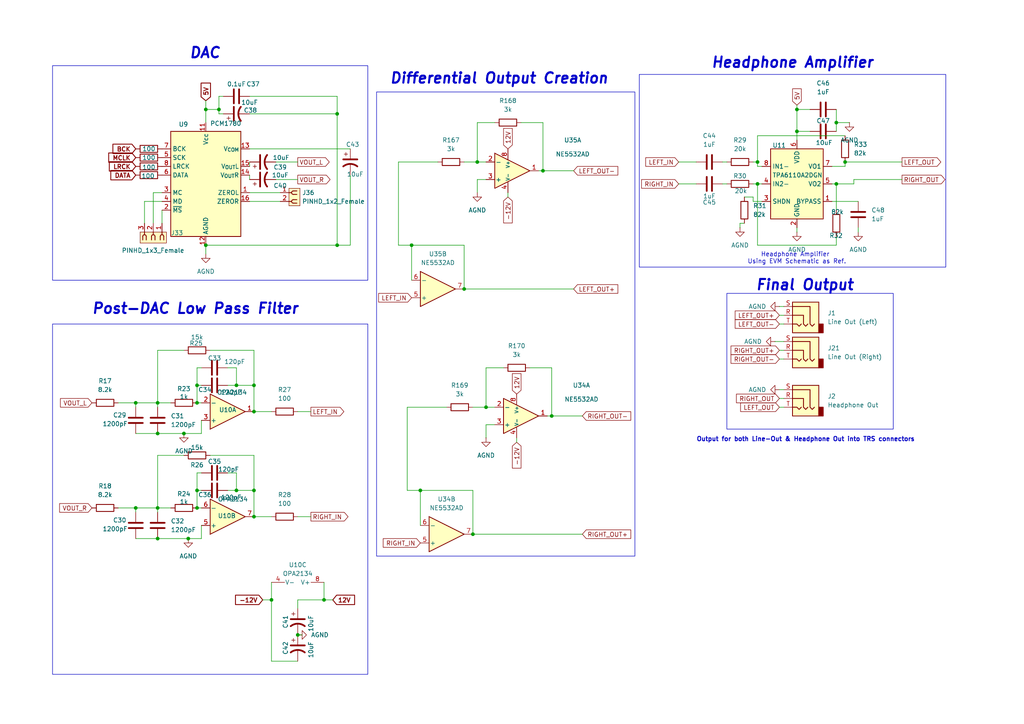
<source format=kicad_sch>
(kicad_sch
	(version 20231120)
	(generator "eeschema")
	(generator_version "8.0")
	(uuid "602ab12f-22cc-4708-94f7-09db7891e90e")
	(paper "A4")
	(title_block
		(company "Michael Meyers")
	)
	(lib_symbols
		(symbol "Amplifier_Audio:TPA6110A2DGN"
			(exclude_from_sim no)
			(in_bom yes)
			(on_board yes)
			(property "Reference" "U"
				(at -6.35 11.43 0)
				(effects
					(font
						(size 1.27 1.27)
					)
				)
			)
			(property "Value" "TPA6110A2DGN"
				(at 6.35 11.43 0)
				(effects
					(font
						(size 1.27 1.27)
					)
				)
			)
			(property "Footprint" "Package_SO:HVSSOP-8-1EP_3x3mm_P0.65mm_EP1.57x1.89mm"
				(at 0 0 0)
				(effects
					(font
						(size 1.27 1.27)
						(italic yes)
					)
					(hide yes)
				)
			)
			(property "Datasheet" "https://www.ti.com/lit/ds/symlink/tpa6110a2.pdf"
				(at 0 0 0)
				(effects
					(font
						(size 1.27 1.27)
					)
					(hide yes)
				)
			)
			(property "Description" "150-mW Stereo Audio Power Amplifier, HVSSOP"
				(at 0 0 0)
				(effects
					(font
						(size 1.27 1.27)
					)
					(hide yes)
				)
			)
			(property "ki_keywords" "audio amplifier headphone"
				(at 0 0 0)
				(effects
					(font
						(size 1.27 1.27)
					)
					(hide yes)
				)
			)
			(property "ki_fp_filters" "HVSSOP*3x3mm*P0.65mm*"
				(at 0 0 0)
				(effects
					(font
						(size 1.27 1.27)
					)
					(hide yes)
				)
			)
			(symbol "TPA6110A2DGN_0_1"
				(rectangle
					(start -7.62 10.16)
					(end 7.62 -10.16)
					(stroke
						(width 0.254)
						(type default)
					)
					(fill
						(type background)
					)
				)
			)
			(symbol "TPA6110A2DGN_1_1"
				(pin passive line
					(at 10.16 -5.08 180)
					(length 2.54)
					(name "BYPASS"
						(effects
							(font
								(size 1.27 1.27)
							)
						)
					)
					(number "1"
						(effects
							(font
								(size 1.27 1.27)
							)
						)
					)
				)
				(pin power_in line
					(at 0 -12.7 90)
					(length 2.54)
					(name "GND"
						(effects
							(font
								(size 1.27 1.27)
							)
						)
					)
					(number "2"
						(effects
							(font
								(size 1.27 1.27)
							)
						)
					)
				)
				(pin input line
					(at -10.16 -5.08 0)
					(length 2.54)
					(name "SHDN"
						(effects
							(font
								(size 1.27 1.27)
							)
						)
					)
					(number "3"
						(effects
							(font
								(size 1.27 1.27)
							)
						)
					)
				)
				(pin input line
					(at -10.16 0 0)
					(length 2.54)
					(name "IN2-"
						(effects
							(font
								(size 1.27 1.27)
							)
						)
					)
					(number "4"
						(effects
							(font
								(size 1.27 1.27)
							)
						)
					)
				)
				(pin output line
					(at 10.16 0 180)
					(length 2.54)
					(name "VO2"
						(effects
							(font
								(size 1.27 1.27)
							)
						)
					)
					(number "5"
						(effects
							(font
								(size 1.27 1.27)
							)
						)
					)
				)
				(pin power_in line
					(at 0 12.7 270)
					(length 2.54)
					(name "VDD"
						(effects
							(font
								(size 1.27 1.27)
							)
						)
					)
					(number "6"
						(effects
							(font
								(size 1.27 1.27)
							)
						)
					)
				)
				(pin output line
					(at 10.16 5.08 180)
					(length 2.54)
					(name "VO1"
						(effects
							(font
								(size 1.27 1.27)
							)
						)
					)
					(number "7"
						(effects
							(font
								(size 1.27 1.27)
							)
						)
					)
				)
				(pin input line
					(at -10.16 5.08 0)
					(length 2.54)
					(name "IN1-"
						(effects
							(font
								(size 1.27 1.27)
							)
						)
					)
					(number "8"
						(effects
							(font
								(size 1.27 1.27)
							)
						)
					)
				)
				(pin passive line
					(at 0 -12.7 90)
					(length 2.54) hide
					(name "GND"
						(effects
							(font
								(size 1.27 1.27)
							)
						)
					)
					(number "9"
						(effects
							(font
								(size 1.27 1.27)
							)
						)
					)
				)
			)
		)
		(symbol "Amplifier_Operational:OPA2134"
			(pin_names
				(offset 0.127)
			)
			(exclude_from_sim no)
			(in_bom yes)
			(on_board yes)
			(property "Reference" "U"
				(at 0 5.08 0)
				(effects
					(font
						(size 1.27 1.27)
					)
					(justify left)
				)
			)
			(property "Value" "OPA2134"
				(at 0 -5.08 0)
				(effects
					(font
						(size 1.27 1.27)
					)
					(justify left)
				)
			)
			(property "Footprint" ""
				(at 0 0 0)
				(effects
					(font
						(size 1.27 1.27)
					)
					(hide yes)
				)
			)
			(property "Datasheet" "http://www.ti.com/lit/ds/symlink/opa134.pdf"
				(at 0 0 0)
				(effects
					(font
						(size 1.27 1.27)
					)
					(hide yes)
				)
			)
			(property "Description" "Dual SoundPlus High Performance Audio Operational Amplifiers, DIP-8/SOIC-8"
				(at 0 0 0)
				(effects
					(font
						(size 1.27 1.27)
					)
					(hide yes)
				)
			)
			(property "ki_locked" ""
				(at 0 0 0)
				(effects
					(font
						(size 1.27 1.27)
					)
				)
			)
			(property "ki_keywords" "dual opamp"
				(at 0 0 0)
				(effects
					(font
						(size 1.27 1.27)
					)
					(hide yes)
				)
			)
			(property "ki_fp_filters" "SOIC*3.9x4.9mm*P1.27mm* DIP*W7.62mm* TO*99* OnSemi*Micro8* TSSOP*3x3mm*P0.65mm* TSSOP*4.4x3mm*P0.65mm* MSOP*3x3mm*P0.65mm* SSOP*3.9x4.9mm*P0.635mm* LFCSP*2x2mm*P0.5mm* *SIP* SOIC*5.3x6.2mm*P1.27mm*"
				(at 0 0 0)
				(effects
					(font
						(size 1.27 1.27)
					)
					(hide yes)
				)
			)
			(symbol "OPA2134_1_1"
				(polyline
					(pts
						(xy -5.08 5.08) (xy 5.08 0) (xy -5.08 -5.08) (xy -5.08 5.08)
					)
					(stroke
						(width 0.254)
						(type default)
					)
					(fill
						(type background)
					)
				)
				(pin output line
					(at 7.62 0 180)
					(length 2.54)
					(name "~"
						(effects
							(font
								(size 1.27 1.27)
							)
						)
					)
					(number "1"
						(effects
							(font
								(size 1.27 1.27)
							)
						)
					)
				)
				(pin input line
					(at -7.62 -2.54 0)
					(length 2.54)
					(name "-"
						(effects
							(font
								(size 1.27 1.27)
							)
						)
					)
					(number "2"
						(effects
							(font
								(size 1.27 1.27)
							)
						)
					)
				)
				(pin input line
					(at -7.62 2.54 0)
					(length 2.54)
					(name "+"
						(effects
							(font
								(size 1.27 1.27)
							)
						)
					)
					(number "3"
						(effects
							(font
								(size 1.27 1.27)
							)
						)
					)
				)
			)
			(symbol "OPA2134_2_1"
				(polyline
					(pts
						(xy -5.08 5.08) (xy 5.08 0) (xy -5.08 -5.08) (xy -5.08 5.08)
					)
					(stroke
						(width 0.254)
						(type default)
					)
					(fill
						(type background)
					)
				)
				(pin input line
					(at -7.62 2.54 0)
					(length 2.54)
					(name "+"
						(effects
							(font
								(size 1.27 1.27)
							)
						)
					)
					(number "5"
						(effects
							(font
								(size 1.27 1.27)
							)
						)
					)
				)
				(pin input line
					(at -7.62 -2.54 0)
					(length 2.54)
					(name "-"
						(effects
							(font
								(size 1.27 1.27)
							)
						)
					)
					(number "6"
						(effects
							(font
								(size 1.27 1.27)
							)
						)
					)
				)
				(pin output line
					(at 7.62 0 180)
					(length 2.54)
					(name "~"
						(effects
							(font
								(size 1.27 1.27)
							)
						)
					)
					(number "7"
						(effects
							(font
								(size 1.27 1.27)
							)
						)
					)
				)
			)
			(symbol "OPA2134_3_1"
				(pin power_in line
					(at -2.54 -7.62 90)
					(length 3.81)
					(name "V-"
						(effects
							(font
								(size 1.27 1.27)
							)
						)
					)
					(number "4"
						(effects
							(font
								(size 1.27 1.27)
							)
						)
					)
				)
				(pin power_in line
					(at -2.54 7.62 270)
					(length 3.81)
					(name "V+"
						(effects
							(font
								(size 1.27 1.27)
							)
						)
					)
					(number "8"
						(effects
							(font
								(size 1.27 1.27)
							)
						)
					)
				)
			)
		)
		(symbol "Audio:PCM1780"
			(exclude_from_sim no)
			(in_bom yes)
			(on_board yes)
			(property "Reference" "U"
				(at -9.652 16.764 0)
				(effects
					(font
						(size 1.27 1.27)
					)
				)
			)
			(property "Value" "PCM1780"
				(at 12.192 16.764 0)
				(effects
					(font
						(size 1.27 1.27)
					)
				)
			)
			(property "Footprint" "Package_SO:SSOP-16_3.9x4.9mm_P0.635mm"
				(at -0.254 -31.242 0)
				(effects
					(font
						(size 1.27 1.27)
					)
					(hide yes)
				)
			)
			(property "Datasheet" "https://www.ti.com/lit/ds/symlink/pcm1780.pdf"
				(at 0.508 -28.448 0)
				(effects
					(font
						(size 1.27 1.27)
					)
					(hide yes)
				)
			)
			(property "Description" "24-bit, 192-kHz sampling, Stereo Audio DAC, SSOP-16"
				(at 0.254 -34.29 0)
				(effects
					(font
						(size 1.27 1.27)
					)
					(hide yes)
				)
			)
			(property "ki_keywords" "audio dac 24-bit"
				(at 0 0 0)
				(effects
					(font
						(size 1.27 1.27)
					)
					(hide yes)
				)
			)
			(property "ki_fp_filters" "*SSOP*3.9x4.9mm*P0.635mm*"
				(at 0 0 0)
				(effects
					(font
						(size 1.27 1.27)
					)
					(hide yes)
				)
			)
			(symbol "PCM1780_1_1"
				(rectangle
					(start -10.16 15.24)
					(end 10.16 -15.24)
					(stroke
						(width 0.254)
						(type default)
					)
					(fill
						(type background)
					)
				)
				(pin output line
					(at 12.7 -2.54 180)
					(length 2.54)
					(name "ZEROL"
						(effects
							(font
								(size 1.27 1.27)
							)
						)
					)
					(number "1"
						(effects
							(font
								(size 1.27 1.27)
							)
						)
					)
				)
				(pin no_connect line
					(at 10.16 -10.16 180)
					(length 2.54) hide
					(name "NC"
						(effects
							(font
								(size 1.27 1.27)
							)
						)
					)
					(number "10"
						(effects
							(font
								(size 1.27 1.27)
							)
						)
					)
				)
				(pin power_in line
					(at 0 17.78 270)
					(length 2.54)
					(name "Vcc"
						(effects
							(font
								(size 1.27 1.27)
							)
						)
					)
					(number "11"
						(effects
							(font
								(size 1.27 1.27)
							)
						)
					)
				)
				(pin power_in line
					(at 0 -17.78 90)
					(length 2.54)
					(name "AGND"
						(effects
							(font
								(size 1.27 1.27)
							)
						)
					)
					(number "12"
						(effects
							(font
								(size 1.27 1.27)
							)
						)
					)
				)
				(pin output line
					(at 12.7 10.16 180)
					(length 2.54)
					(name "V_{COM}"
						(effects
							(font
								(size 1.27 1.27)
							)
						)
					)
					(number "13"
						(effects
							(font
								(size 1.27 1.27)
							)
						)
					)
				)
				(pin output line
					(at 12.7 2.54 180)
					(length 2.54)
					(name "V_{OUT}R"
						(effects
							(font
								(size 1.27 1.27)
							)
						)
					)
					(number "14"
						(effects
							(font
								(size 1.27 1.27)
							)
						)
					)
				)
				(pin output line
					(at 12.7 5.08 180)
					(length 2.54)
					(name "V_{OUT}L"
						(effects
							(font
								(size 1.27 1.27)
							)
						)
					)
					(number "15"
						(effects
							(font
								(size 1.27 1.27)
							)
						)
					)
				)
				(pin output line
					(at 12.7 -5.08 180)
					(length 2.54)
					(name "ZEROR"
						(effects
							(font
								(size 1.27 1.27)
							)
						)
					)
					(number "16"
						(effects
							(font
								(size 1.27 1.27)
							)
						)
					)
				)
				(pin input line
					(at -12.7 -7.62 0)
					(length 2.54)
					(name "~{MS}"
						(effects
							(font
								(size 1.27 1.27)
							)
						)
					)
					(number "2"
						(effects
							(font
								(size 1.27 1.27)
							)
						)
					)
				)
				(pin input line
					(at -12.7 -2.54 0)
					(length 2.54)
					(name "MC"
						(effects
							(font
								(size 1.27 1.27)
							)
						)
					)
					(number "3"
						(effects
							(font
								(size 1.27 1.27)
							)
						)
					)
				)
				(pin input line
					(at -12.7 -5.08 0)
					(length 2.54)
					(name "MD"
						(effects
							(font
								(size 1.27 1.27)
							)
						)
					)
					(number "4"
						(effects
							(font
								(size 1.27 1.27)
							)
						)
					)
				)
				(pin input line
					(at -12.7 7.62 0)
					(length 2.54)
					(name "SCK"
						(effects
							(font
								(size 1.27 1.27)
							)
						)
					)
					(number "5"
						(effects
							(font
								(size 1.27 1.27)
							)
						)
					)
				)
				(pin input line
					(at -12.7 2.54 0)
					(length 2.54)
					(name "DATA"
						(effects
							(font
								(size 1.27 1.27)
							)
						)
					)
					(number "6"
						(effects
							(font
								(size 1.27 1.27)
							)
						)
					)
				)
				(pin input line
					(at -12.7 10.16 0)
					(length 2.54)
					(name "BCK"
						(effects
							(font
								(size 1.27 1.27)
							)
						)
					)
					(number "7"
						(effects
							(font
								(size 1.27 1.27)
							)
						)
					)
				)
				(pin input line
					(at -12.7 5.08 0)
					(length 2.54)
					(name "LRCK"
						(effects
							(font
								(size 1.27 1.27)
							)
						)
					)
					(number "8"
						(effects
							(font
								(size 1.27 1.27)
							)
						)
					)
				)
				(pin no_connect line
					(at 10.16 -12.7 180)
					(length 2.54) hide
					(name "NC"
						(effects
							(font
								(size 1.27 1.27)
							)
						)
					)
					(number "9"
						(effects
							(font
								(size 1.27 1.27)
							)
						)
					)
				)
			)
		)
		(symbol "Connector_Audio:AudioJack3"
			(exclude_from_sim no)
			(in_bom yes)
			(on_board yes)
			(property "Reference" "J"
				(at 0 8.89 0)
				(effects
					(font
						(size 1.27 1.27)
					)
				)
			)
			(property "Value" "AudioJack3"
				(at 0 6.35 0)
				(effects
					(font
						(size 1.27 1.27)
					)
				)
			)
			(property "Footprint" ""
				(at 0 0 0)
				(effects
					(font
						(size 1.27 1.27)
					)
					(hide yes)
				)
			)
			(property "Datasheet" "~"
				(at 0 0 0)
				(effects
					(font
						(size 1.27 1.27)
					)
					(hide yes)
				)
			)
			(property "Description" "Audio Jack, 3 Poles (Stereo / TRS)"
				(at 0 0 0)
				(effects
					(font
						(size 1.27 1.27)
					)
					(hide yes)
				)
			)
			(property "ki_keywords" "audio jack receptacle stereo headphones phones TRS connector"
				(at 0 0 0)
				(effects
					(font
						(size 1.27 1.27)
					)
					(hide yes)
				)
			)
			(property "ki_fp_filters" "Jack*"
				(at 0 0 0)
				(effects
					(font
						(size 1.27 1.27)
					)
					(hide yes)
				)
			)
			(symbol "AudioJack3_0_1"
				(rectangle
					(start -5.08 -5.08)
					(end -6.35 -2.54)
					(stroke
						(width 0.254)
						(type default)
					)
					(fill
						(type outline)
					)
				)
				(polyline
					(pts
						(xy 0 -2.54) (xy 0.635 -3.175) (xy 1.27 -2.54) (xy 2.54 -2.54)
					)
					(stroke
						(width 0.254)
						(type default)
					)
					(fill
						(type none)
					)
				)
				(polyline
					(pts
						(xy -1.905 -2.54) (xy -1.27 -3.175) (xy -0.635 -2.54) (xy -0.635 0) (xy 2.54 0)
					)
					(stroke
						(width 0.254)
						(type default)
					)
					(fill
						(type none)
					)
				)
				(polyline
					(pts
						(xy 2.54 2.54) (xy -2.54 2.54) (xy -2.54 -2.54) (xy -3.175 -3.175) (xy -3.81 -2.54)
					)
					(stroke
						(width 0.254)
						(type default)
					)
					(fill
						(type none)
					)
				)
				(rectangle
					(start 2.54 3.81)
					(end -5.08 -5.08)
					(stroke
						(width 0.254)
						(type default)
					)
					(fill
						(type background)
					)
				)
			)
			(symbol "AudioJack3_1_1"
				(pin passive line
					(at 5.08 0 180)
					(length 2.54)
					(name "~"
						(effects
							(font
								(size 1.27 1.27)
							)
						)
					)
					(number "R"
						(effects
							(font
								(size 1.27 1.27)
							)
						)
					)
				)
				(pin passive line
					(at 5.08 2.54 180)
					(length 2.54)
					(name "~"
						(effects
							(font
								(size 1.27 1.27)
							)
						)
					)
					(number "S"
						(effects
							(font
								(size 1.27 1.27)
							)
						)
					)
				)
				(pin passive line
					(at 5.08 -2.54 180)
					(length 2.54)
					(name "~"
						(effects
							(font
								(size 1.27 1.27)
							)
						)
					)
					(number "T"
						(effects
							(font
								(size 1.27 1.27)
							)
						)
					)
				)
			)
		)
		(symbol "Device:C"
			(pin_numbers hide)
			(pin_names
				(offset 0.254)
			)
			(exclude_from_sim no)
			(in_bom yes)
			(on_board yes)
			(property "Reference" "C"
				(at 0.635 2.54 0)
				(effects
					(font
						(size 1.27 1.27)
					)
					(justify left)
				)
			)
			(property "Value" "C"
				(at 0.635 -2.54 0)
				(effects
					(font
						(size 1.27 1.27)
					)
					(justify left)
				)
			)
			(property "Footprint" ""
				(at 0.9652 -3.81 0)
				(effects
					(font
						(size 1.27 1.27)
					)
					(hide yes)
				)
			)
			(property "Datasheet" "~"
				(at 0 0 0)
				(effects
					(font
						(size 1.27 1.27)
					)
					(hide yes)
				)
			)
			(property "Description" "Unpolarized capacitor"
				(at 0 0 0)
				(effects
					(font
						(size 1.27 1.27)
					)
					(hide yes)
				)
			)
			(property "ki_keywords" "cap capacitor"
				(at 0 0 0)
				(effects
					(font
						(size 1.27 1.27)
					)
					(hide yes)
				)
			)
			(property "ki_fp_filters" "C_*"
				(at 0 0 0)
				(effects
					(font
						(size 1.27 1.27)
					)
					(hide yes)
				)
			)
			(symbol "C_0_1"
				(polyline
					(pts
						(xy -2.032 -0.762) (xy 2.032 -0.762)
					)
					(stroke
						(width 0.508)
						(type default)
					)
					(fill
						(type none)
					)
				)
				(polyline
					(pts
						(xy -2.032 0.762) (xy 2.032 0.762)
					)
					(stroke
						(width 0.508)
						(type default)
					)
					(fill
						(type none)
					)
				)
			)
			(symbol "C_1_1"
				(pin passive line
					(at 0 3.81 270)
					(length 2.794)
					(name "~"
						(effects
							(font
								(size 1.27 1.27)
							)
						)
					)
					(number "1"
						(effects
							(font
								(size 1.27 1.27)
							)
						)
					)
				)
				(pin passive line
					(at 0 -3.81 90)
					(length 2.794)
					(name "~"
						(effects
							(font
								(size 1.27 1.27)
							)
						)
					)
					(number "2"
						(effects
							(font
								(size 1.27 1.27)
							)
						)
					)
				)
			)
		)
		(symbol "Device:C_Polarized_US"
			(pin_numbers hide)
			(pin_names
				(offset 0.254) hide)
			(exclude_from_sim no)
			(in_bom yes)
			(on_board yes)
			(property "Reference" "C"
				(at 0.635 2.54 0)
				(effects
					(font
						(size 1.27 1.27)
					)
					(justify left)
				)
			)
			(property "Value" "C_Polarized_US"
				(at 0.635 -2.54 0)
				(effects
					(font
						(size 1.27 1.27)
					)
					(justify left)
				)
			)
			(property "Footprint" ""
				(at 0 0 0)
				(effects
					(font
						(size 1.27 1.27)
					)
					(hide yes)
				)
			)
			(property "Datasheet" "~"
				(at 0 0 0)
				(effects
					(font
						(size 1.27 1.27)
					)
					(hide yes)
				)
			)
			(property "Description" "Polarized capacitor, US symbol"
				(at 0 0 0)
				(effects
					(font
						(size 1.27 1.27)
					)
					(hide yes)
				)
			)
			(property "ki_keywords" "cap capacitor"
				(at 0 0 0)
				(effects
					(font
						(size 1.27 1.27)
					)
					(hide yes)
				)
			)
			(property "ki_fp_filters" "CP_*"
				(at 0 0 0)
				(effects
					(font
						(size 1.27 1.27)
					)
					(hide yes)
				)
			)
			(symbol "C_Polarized_US_0_1"
				(polyline
					(pts
						(xy -2.032 0.762) (xy 2.032 0.762)
					)
					(stroke
						(width 0.508)
						(type default)
					)
					(fill
						(type none)
					)
				)
				(polyline
					(pts
						(xy -1.778 2.286) (xy -0.762 2.286)
					)
					(stroke
						(width 0)
						(type default)
					)
					(fill
						(type none)
					)
				)
				(polyline
					(pts
						(xy -1.27 1.778) (xy -1.27 2.794)
					)
					(stroke
						(width 0)
						(type default)
					)
					(fill
						(type none)
					)
				)
				(arc
					(start 2.032 -1.27)
					(mid 0 -0.5572)
					(end -2.032 -1.27)
					(stroke
						(width 0.508)
						(type default)
					)
					(fill
						(type none)
					)
				)
			)
			(symbol "C_Polarized_US_1_1"
				(pin passive line
					(at 0 3.81 270)
					(length 2.794)
					(name "~"
						(effects
							(font
								(size 1.27 1.27)
							)
						)
					)
					(number "1"
						(effects
							(font
								(size 1.27 1.27)
							)
						)
					)
				)
				(pin passive line
					(at 0 -3.81 90)
					(length 3.302)
					(name "~"
						(effects
							(font
								(size 1.27 1.27)
							)
						)
					)
					(number "2"
						(effects
							(font
								(size 1.27 1.27)
							)
						)
					)
				)
			)
		)
		(symbol "Device:R"
			(pin_numbers hide)
			(pin_names
				(offset 0)
			)
			(exclude_from_sim no)
			(in_bom yes)
			(on_board yes)
			(property "Reference" "R"
				(at 2.032 0 90)
				(effects
					(font
						(size 1.27 1.27)
					)
				)
			)
			(property "Value" "R"
				(at 0 0 90)
				(effects
					(font
						(size 1.27 1.27)
					)
				)
			)
			(property "Footprint" ""
				(at -1.778 0 90)
				(effects
					(font
						(size 1.27 1.27)
					)
					(hide yes)
				)
			)
			(property "Datasheet" "~"
				(at 0 0 0)
				(effects
					(font
						(size 1.27 1.27)
					)
					(hide yes)
				)
			)
			(property "Description" "Resistor"
				(at 0 0 0)
				(effects
					(font
						(size 1.27 1.27)
					)
					(hide yes)
				)
			)
			(property "ki_keywords" "R res resistor"
				(at 0 0 0)
				(effects
					(font
						(size 1.27 1.27)
					)
					(hide yes)
				)
			)
			(property "ki_fp_filters" "R_*"
				(at 0 0 0)
				(effects
					(font
						(size 1.27 1.27)
					)
					(hide yes)
				)
			)
			(symbol "R_0_1"
				(rectangle
					(start -1.016 -2.54)
					(end 1.016 2.54)
					(stroke
						(width 0.254)
						(type default)
					)
					(fill
						(type none)
					)
				)
			)
			(symbol "R_1_1"
				(pin passive line
					(at 0 3.81 270)
					(length 1.27)
					(name "~"
						(effects
							(font
								(size 1.27 1.27)
							)
						)
					)
					(number "1"
						(effects
							(font
								(size 1.27 1.27)
							)
						)
					)
				)
				(pin passive line
					(at 0 -3.81 90)
					(length 1.27)
					(name "~"
						(effects
							(font
								(size 1.27 1.27)
							)
						)
					)
					(number "2"
						(effects
							(font
								(size 1.27 1.27)
							)
						)
					)
				)
			)
		)
		(symbol "PCM_Amplifier_Operational_AKL:NE5532AD"
			(pin_names
				(offset 0.2)
			)
			(exclude_from_sim no)
			(in_bom yes)
			(on_board yes)
			(property "Reference" "U"
				(at 1.27 6.35 0)
				(effects
					(font
						(size 1.27 1.27)
					)
					(justify left)
				)
			)
			(property "Value" "NE5532AD"
				(at 1.27 3.81 0)
				(effects
					(font
						(size 1.27 1.27)
					)
					(justify left)
				)
			)
			(property "Footprint" "PCM_Package_SO_AKL:SO-8_3.9x4.9mm_P1.27mm"
				(at 0 0 0)
				(effects
					(font
						(size 1.27 1.27)
					)
					(hide yes)
				)
			)
			(property "Datasheet" "https://www.ti.com/lit/ds/symlink/ne5532.pdf?ts=1634915487120&ref_url=https%253A%252F%252Fwww.google.com%252F"
				(at 0 0 0)
				(effects
					(font
						(size 1.27 1.27)
					)
					(hide yes)
				)
			)
			(property "Description" "SO-8 Dual Low Noise Operational Amplifier, 4mV Offset, 5nV/√Hz, 10MHz, Alternate KiCAD Library"
				(at 0 0 0)
				(effects
					(font
						(size 1.27 1.27)
					)
					(hide yes)
				)
			)
			(property "ki_locked" ""
				(at 0 0 0)
				(effects
					(font
						(size 1.27 1.27)
					)
				)
			)
			(property "ki_keywords" "dual opamp operational amplifier low noise NE5532"
				(at 0 0 0)
				(effects
					(font
						(size 1.27 1.27)
					)
					(hide yes)
				)
			)
			(symbol "NE5532AD_0_1"
				(polyline
					(pts
						(xy -3.81 5.08) (xy -3.81 -5.08) (xy 6.35 0) (xy -3.81 5.08)
					)
					(stroke
						(width 0.254)
						(type default)
					)
					(fill
						(type background)
					)
				)
			)
			(symbol "NE5532AD_1_1"
				(pin output line
					(at 8.89 0 180)
					(length 2.54)
					(name "~"
						(effects
							(font
								(size 1.27 1.27)
							)
						)
					)
					(number "1"
						(effects
							(font
								(size 1.27 1.27)
							)
						)
					)
				)
				(pin input line
					(at -6.35 2.54 0)
					(length 2.54)
					(name "-"
						(effects
							(font
								(size 1.27 1.27)
							)
						)
					)
					(number "2"
						(effects
							(font
								(size 1.27 1.27)
							)
						)
					)
				)
				(pin input line
					(at -6.35 -2.54 0)
					(length 2.54)
					(name "+"
						(effects
							(font
								(size 1.27 1.27)
							)
						)
					)
					(number "3"
						(effects
							(font
								(size 1.27 1.27)
							)
						)
					)
				)
				(pin power_in line
					(at 0 -6.35 90)
					(length 3.18)
					(name "V-"
						(effects
							(font
								(size 1 1)
							)
						)
					)
					(number "4"
						(effects
							(font
								(size 1.27 1.27)
							)
						)
					)
				)
				(pin power_in line
					(at 0 6.35 270)
					(length 3.18)
					(name "V+"
						(effects
							(font
								(size 1 1)
							)
						)
					)
					(number "8"
						(effects
							(font
								(size 1.27 1.27)
							)
						)
					)
				)
			)
			(symbol "NE5532AD_2_1"
				(pin input line
					(at -6.35 -2.54 0)
					(length 2.54)
					(name "+"
						(effects
							(font
								(size 1.27 1.27)
							)
						)
					)
					(number "5"
						(effects
							(font
								(size 1.27 1.27)
							)
						)
					)
				)
				(pin input line
					(at -6.35 2.54 0)
					(length 2.54)
					(name "-"
						(effects
							(font
								(size 1.27 1.27)
							)
						)
					)
					(number "6"
						(effects
							(font
								(size 1.27 1.27)
							)
						)
					)
				)
				(pin output line
					(at 8.89 0 180)
					(length 2.54)
					(name "~"
						(effects
							(font
								(size 1.27 1.27)
							)
						)
					)
					(number "7"
						(effects
							(font
								(size 1.27 1.27)
							)
						)
					)
				)
			)
		)
		(symbol "PCM_SL_Pin_Headers:PINHD_1x2_Female"
			(exclude_from_sim no)
			(in_bom yes)
			(on_board yes)
			(property "Reference" "J"
				(at 0 7.62 0)
				(effects
					(font
						(size 1.27 1.27)
					)
				)
			)
			(property "Value" "PINHD_1x2_Female"
				(at 0 5.08 0)
				(effects
					(font
						(size 1.27 1.27)
					)
				)
			)
			(property "Footprint" "Connector_PinSocket_2.54mm:PinSocket_1x02_P2.54mm_Vertical"
				(at 2.54 10.16 0)
				(effects
					(font
						(size 1.27 1.27)
					)
					(hide yes)
				)
			)
			(property "Datasheet" ""
				(at 0 7.62 0)
				(effects
					(font
						(size 1.27 1.27)
					)
					(hide yes)
				)
			)
			(property "Description" "Pin Header female with pin space 2.54mm. Pin Count -2"
				(at 0 0 0)
				(effects
					(font
						(size 1.27 1.27)
					)
					(hide yes)
				)
			)
			(property "ki_keywords" "Pin Header"
				(at 0 0 0)
				(effects
					(font
						(size 1.27 1.27)
					)
					(hide yes)
				)
			)
			(property "ki_fp_filters" "PinSocket_1x02_P2.54mm*"
				(at 0 0 0)
				(effects
					(font
						(size 1.27 1.27)
					)
					(hide yes)
				)
			)
			(symbol "PINHD_1x2_Female_0_1"
				(rectangle
					(start -1.27 2.54)
					(end 1.905 -2.54)
					(stroke
						(width 0)
						(type default)
					)
					(fill
						(type background)
					)
				)
				(arc
					(start -0.508 -1.27)
					(mid -0.3592 -1.6292)
					(end 0 -1.778)
					(stroke
						(width 0.25)
						(type default)
					)
					(fill
						(type none)
					)
				)
				(arc
					(start -0.508 1.27)
					(mid -0.3592 0.9108)
					(end 0 0.762)
					(stroke
						(width 0.25)
						(type default)
					)
					(fill
						(type none)
					)
				)
				(arc
					(start 0 -0.762)
					(mid -0.3592 -0.9108)
					(end -0.508 -1.27)
					(stroke
						(width 0.25)
						(type default)
					)
					(fill
						(type none)
					)
				)
				(polyline
					(pts
						(xy -1.27 -1.27) (xy -0.508 -1.27)
					)
					(stroke
						(width 0.25)
						(type default)
					)
					(fill
						(type none)
					)
				)
				(polyline
					(pts
						(xy -1.27 1.27) (xy -0.508 1.27)
					)
					(stroke
						(width 0.25)
						(type default)
					)
					(fill
						(type none)
					)
				)
				(polyline
					(pts
						(xy 0 -1.778) (xy 1.016 -1.778)
					)
					(stroke
						(width 0.25)
						(type default)
					)
					(fill
						(type none)
					)
				)
				(polyline
					(pts
						(xy 0 -0.762) (xy 1.016 -0.762)
					)
					(stroke
						(width 0.25)
						(type default)
					)
					(fill
						(type none)
					)
				)
				(polyline
					(pts
						(xy 0 0.762) (xy 1.016 0.762)
					)
					(stroke
						(width 0.25)
						(type default)
					)
					(fill
						(type none)
					)
				)
				(polyline
					(pts
						(xy 0 1.778) (xy 1.016 1.778)
					)
					(stroke
						(width 0.25)
						(type default)
					)
					(fill
						(type none)
					)
				)
				(arc
					(start 0 1.778)
					(mid -0.3592 1.6292)
					(end -0.508 1.27)
					(stroke
						(width 0.25)
						(type default)
					)
					(fill
						(type none)
					)
				)
			)
			(symbol "PINHD_1x2_Female_1_1"
				(pin passive line
					(at -3.81 1.27 0)
					(length 2.54)
					(name ""
						(effects
							(font
								(size 1.27 1.27)
							)
						)
					)
					(number "1"
						(effects
							(font
								(size 1.27 1.27)
							)
						)
					)
				)
				(pin passive line
					(at -3.81 -1.27 0)
					(length 2.54)
					(name ""
						(effects
							(font
								(size 1.27 1.27)
							)
						)
					)
					(number "2"
						(effects
							(font
								(size 1.27 1.27)
							)
						)
					)
				)
			)
		)
		(symbol "PCM_SL_Pin_Headers:PINHD_1x3_Female"
			(exclude_from_sim no)
			(in_bom yes)
			(on_board yes)
			(property "Reference" "J"
				(at 0 8.89 0)
				(effects
					(font
						(size 1.27 1.27)
					)
				)
			)
			(property "Value" "PINHD_1x3_Female"
				(at 0 6.35 0)
				(effects
					(font
						(size 1.27 1.27)
					)
				)
			)
			(property "Footprint" "Connector_PinSocket_2.54mm:PinSocket_1x03_P2.54mm_Vertical"
				(at 2.54 11.43 0)
				(effects
					(font
						(size 1.27 1.27)
					)
					(hide yes)
				)
			)
			(property "Datasheet" ""
				(at 0 8.89 0)
				(effects
					(font
						(size 1.27 1.27)
					)
					(hide yes)
				)
			)
			(property "Description" "Pin Header female with pin space 2.54mm. Pin Count -3"
				(at 0 0 0)
				(effects
					(font
						(size 1.27 1.27)
					)
					(hide yes)
				)
			)
			(property "ki_keywords" "Pin Header"
				(at 0 0 0)
				(effects
					(font
						(size 1.27 1.27)
					)
					(hide yes)
				)
			)
			(property "ki_fp_filters" "PinSocket_1x03_P2.54mm*"
				(at 0 0 0)
				(effects
					(font
						(size 1.27 1.27)
					)
					(hide yes)
				)
			)
			(symbol "PINHD_1x3_Female_0_1"
				(rectangle
					(start -1.27 3.81)
					(end 1.905 -3.81)
					(stroke
						(width 0)
						(type default)
					)
					(fill
						(type background)
					)
				)
				(arc
					(start -0.508 -2.54)
					(mid -0.3592 -2.8992)
					(end 0 -3.048)
					(stroke
						(width 0.25)
						(type default)
					)
					(fill
						(type none)
					)
				)
				(arc
					(start -0.508 0)
					(mid -0.3592 -0.3592)
					(end 0 -0.508)
					(stroke
						(width 0.25)
						(type default)
					)
					(fill
						(type none)
					)
				)
				(arc
					(start -0.508 2.54)
					(mid -0.3592 2.1808)
					(end 0 2.032)
					(stroke
						(width 0.25)
						(type default)
					)
					(fill
						(type none)
					)
				)
				(arc
					(start 0 -2.032)
					(mid -0.3592 -2.1808)
					(end -0.508 -2.54)
					(stroke
						(width 0.25)
						(type default)
					)
					(fill
						(type none)
					)
				)
				(polyline
					(pts
						(xy -1.27 -2.54) (xy -0.508 -2.54)
					)
					(stroke
						(width 0.25)
						(type default)
					)
					(fill
						(type none)
					)
				)
				(polyline
					(pts
						(xy -1.27 0) (xy -0.508 0)
					)
					(stroke
						(width 0.25)
						(type default)
					)
					(fill
						(type none)
					)
				)
				(polyline
					(pts
						(xy -1.27 2.54) (xy -0.508 2.54)
					)
					(stroke
						(width 0.25)
						(type default)
					)
					(fill
						(type none)
					)
				)
				(polyline
					(pts
						(xy 0 -3.048) (xy 1.016 -3.048)
					)
					(stroke
						(width 0.25)
						(type default)
					)
					(fill
						(type none)
					)
				)
				(polyline
					(pts
						(xy 0 -2.032) (xy 1.016 -2.032)
					)
					(stroke
						(width 0.25)
						(type default)
					)
					(fill
						(type none)
					)
				)
				(polyline
					(pts
						(xy 0 -0.508) (xy 1.016 -0.508)
					)
					(stroke
						(width 0.25)
						(type default)
					)
					(fill
						(type none)
					)
				)
				(polyline
					(pts
						(xy 0 0.508) (xy 1.016 0.508)
					)
					(stroke
						(width 0.25)
						(type default)
					)
					(fill
						(type none)
					)
				)
				(polyline
					(pts
						(xy 0 2.032) (xy 1.016 2.032)
					)
					(stroke
						(width 0.25)
						(type default)
					)
					(fill
						(type none)
					)
				)
				(polyline
					(pts
						(xy 0 3.048) (xy 1.016 3.048)
					)
					(stroke
						(width 0.25)
						(type default)
					)
					(fill
						(type none)
					)
				)
				(arc
					(start 0 0.508)
					(mid -0.3592 0.3592)
					(end -0.508 0)
					(stroke
						(width 0.25)
						(type default)
					)
					(fill
						(type none)
					)
				)
				(arc
					(start 0 3.048)
					(mid -0.3592 2.8992)
					(end -0.508 2.54)
					(stroke
						(width 0.25)
						(type default)
					)
					(fill
						(type none)
					)
				)
			)
			(symbol "PINHD_1x3_Female_1_1"
				(pin passive line
					(at -3.81 2.54 0)
					(length 2.54)
					(name ""
						(effects
							(font
								(size 1.27 1.27)
							)
						)
					)
					(number "1"
						(effects
							(font
								(size 1.27 1.27)
							)
						)
					)
				)
				(pin passive line
					(at -3.81 0 0)
					(length 2.54)
					(name ""
						(effects
							(font
								(size 1.27 1.27)
							)
						)
					)
					(number "2"
						(effects
							(font
								(size 1.27 1.27)
							)
						)
					)
				)
				(pin passive line
					(at -3.81 -2.54 0)
					(length 2.54)
					(name ""
						(effects
							(font
								(size 1.27 1.27)
							)
						)
					)
					(number "3"
						(effects
							(font
								(size 1.27 1.27)
							)
						)
					)
				)
			)
		)
		(symbol "power:GND"
			(power)
			(pin_numbers hide)
			(pin_names
				(offset 0) hide)
			(exclude_from_sim no)
			(in_bom yes)
			(on_board yes)
			(property "Reference" "#PWR"
				(at 0 -6.35 0)
				(effects
					(font
						(size 1.27 1.27)
					)
					(hide yes)
				)
			)
			(property "Value" "GND"
				(at 0 -3.81 0)
				(effects
					(font
						(size 1.27 1.27)
					)
				)
			)
			(property "Footprint" ""
				(at 0 0 0)
				(effects
					(font
						(size 1.27 1.27)
					)
					(hide yes)
				)
			)
			(property "Datasheet" ""
				(at 0 0 0)
				(effects
					(font
						(size 1.27 1.27)
					)
					(hide yes)
				)
			)
			(property "Description" "Power symbol creates a global label with name \"GND\" , ground"
				(at 0 0 0)
				(effects
					(font
						(size 1.27 1.27)
					)
					(hide yes)
				)
			)
			(property "ki_keywords" "global power"
				(at 0 0 0)
				(effects
					(font
						(size 1.27 1.27)
					)
					(hide yes)
				)
			)
			(symbol "GND_0_1"
				(polyline
					(pts
						(xy 0 0) (xy 0 -1.27) (xy 1.27 -1.27) (xy 0 -2.54) (xy -1.27 -1.27) (xy 0 -1.27)
					)
					(stroke
						(width 0)
						(type default)
					)
					(fill
						(type none)
					)
				)
			)
			(symbol "GND_1_1"
				(pin power_in line
					(at 0 0 270)
					(length 0)
					(name "~"
						(effects
							(font
								(size 1.27 1.27)
							)
						)
					)
					(number "1"
						(effects
							(font
								(size 1.27 1.27)
							)
						)
					)
				)
			)
		)
	)
	(junction
		(at 242.57 35.56)
		(diameter 0)
		(color 0 0 0 0)
		(uuid "034450cc-ffe6-43ca-84a9-5d2dfa581f28")
	)
	(junction
		(at 242.57 53.34)
		(diameter 0)
		(color 0 0 0 0)
		(uuid "04bc9f49-f2b2-4b65-ad46-3d02c7168492")
	)
	(junction
		(at 45.72 116.84)
		(diameter 0)
		(color 0 0 0 0)
		(uuid "132b6e0e-f78f-44e0-956a-e8f27aab78f1")
	)
	(junction
		(at 68.58 142.24)
		(diameter 0)
		(color 0 0 0 0)
		(uuid "1ffd7ecd-7ed0-4d7d-a4d7-64451050c967")
	)
	(junction
		(at 57.15 147.32)
		(diameter 0)
		(color 0 0 0 0)
		(uuid "2009dc4a-728d-4a1c-a79e-5983884ed8a9")
	)
	(junction
		(at 121.92 142.24)
		(diameter 0)
		(color 0 0 0 0)
		(uuid "2ba95b89-5103-41a8-b525-05c0eecbb70b")
	)
	(junction
		(at 231.14 31.75)
		(diameter 0)
		(color 0 0 0 0)
		(uuid "31cd69d7-14ff-4e1d-8613-cb0671513ebf")
	)
	(junction
		(at 93.98 173.99)
		(diameter 0)
		(color 0 0 0 0)
		(uuid "3703567a-0890-4c5a-b905-f2aa9aa2145f")
	)
	(junction
		(at 45.72 156.21)
		(diameter 0)
		(color 0 0 0 0)
		(uuid "3e5059bc-84ec-4843-9624-32d8fe742030")
	)
	(junction
		(at 157.48 49.53)
		(diameter 0)
		(color 0 0 0 0)
		(uuid "3ecc71ae-ddcb-4cc7-87c9-a40b8192b0fb")
	)
	(junction
		(at 45.72 125.73)
		(diameter 0)
		(color 0 0 0 0)
		(uuid "3ffbd1c0-3033-4a59-b34d-0ffd1b09cd4e")
	)
	(junction
		(at 59.69 71.12)
		(diameter 0)
		(color 0 0 0 0)
		(uuid "59fafa2b-cee0-42ac-ab7c-15d55bcf1e86")
	)
	(junction
		(at 73.66 111.76)
		(diameter 0)
		(color 0 0 0 0)
		(uuid "69dd62b5-22b5-4851-80ea-476056ecf8a3")
	)
	(junction
		(at 68.58 111.76)
		(diameter 0)
		(color 0 0 0 0)
		(uuid "7b125830-3859-4b36-ad37-1af21829edd5")
	)
	(junction
		(at 160.02 120.65)
		(diameter 0)
		(color 0 0 0 0)
		(uuid "7b8976f1-d0ab-4576-a2a7-328518eee9a7")
	)
	(junction
		(at 39.37 116.84)
		(diameter 0)
		(color 0 0 0 0)
		(uuid "84468024-6b72-46a4-a4ee-218d789fa3c3")
	)
	(junction
		(at 54.61 156.21)
		(diameter 0)
		(color 0 0 0 0)
		(uuid "8c79bda8-89ca-4cd2-80d1-d11e64ea2e98")
	)
	(junction
		(at 138.43 46.99)
		(diameter 0)
		(color 0 0 0 0)
		(uuid "8dd967b7-a1b4-4ff1-b247-9816dac6533c")
	)
	(junction
		(at 78.74 173.99)
		(diameter 0)
		(color 0 0 0 0)
		(uuid "8ff67664-ff30-4ef3-a38e-dabdce139d1d")
	)
	(junction
		(at 57.15 111.76)
		(diameter 0)
		(color 0 0 0 0)
		(uuid "914cadaa-6977-408a-8052-e9c181b662a7")
	)
	(junction
		(at 119.38 71.12)
		(diameter 0)
		(color 0 0 0 0)
		(uuid "948da708-422f-4afd-b9bd-5c4891338c18")
	)
	(junction
		(at 134.62 83.82)
		(diameter 0)
		(color 0 0 0 0)
		(uuid "995c9d6d-fcdc-480b-ab0a-a7fc99ae127b")
	)
	(junction
		(at 39.37 147.32)
		(diameter 0)
		(color 0 0 0 0)
		(uuid "9ab16623-1a5d-43b4-a8c8-cbf3a1be9543")
	)
	(junction
		(at 73.66 119.38)
		(diameter 0)
		(color 0 0 0 0)
		(uuid "9ebeed20-84a5-47ac-87ec-d2df0c1ede62")
	)
	(junction
		(at 73.66 149.86)
		(diameter 0)
		(color 0 0 0 0)
		(uuid "9f94f8df-3898-4609-8d85-6cca59f8a5fe")
	)
	(junction
		(at 57.15 116.84)
		(diameter 0)
		(color 0 0 0 0)
		(uuid "a113cdff-e6a3-4d85-8617-c26bec41df6a")
	)
	(junction
		(at 231.14 38.1)
		(diameter 0)
		(color 0 0 0 0)
		(uuid "a27845d3-94ca-4f0d-a0a7-c60a92a8a461")
	)
	(junction
		(at 45.72 147.32)
		(diameter 0)
		(color 0 0 0 0)
		(uuid "b83cba75-0463-4bae-96d2-73499bb5aca9")
	)
	(junction
		(at 53.34 125.73)
		(diameter 0)
		(color 0 0 0 0)
		(uuid "c3d60a4a-908d-4f23-b775-f467149d708e")
	)
	(junction
		(at 97.79 33.02)
		(diameter 0)
		(color 0 0 0 0)
		(uuid "cb9a404d-420d-4c7f-bf55-28189328ae1b")
	)
	(junction
		(at 63.5 31.75)
		(diameter 0)
		(color 0 0 0 0)
		(uuid "cc775465-a8fb-4647-8773-da5bb90e5a91")
	)
	(junction
		(at 140.97 118.11)
		(diameter 0)
		(color 0 0 0 0)
		(uuid "d028e188-0063-4012-ab90-e90fc481ec4c")
	)
	(junction
		(at 57.15 142.24)
		(diameter 0)
		(color 0 0 0 0)
		(uuid "dbcc5197-15d8-4520-a534-e2aa1e031395")
	)
	(junction
		(at 97.79 71.12)
		(diameter 0)
		(color 0 0 0 0)
		(uuid "dd4ee31e-b15b-4f8e-a8cd-b6b1c4d2b293")
	)
	(junction
		(at 219.71 46.99)
		(diameter 0)
		(color 0 0 0 0)
		(uuid "e08da35e-b599-426a-8017-622070c3993c")
	)
	(junction
		(at 73.66 142.24)
		(diameter 0)
		(color 0 0 0 0)
		(uuid "e445de13-bca2-4efe-ab3e-4dd2a452971d")
	)
	(junction
		(at 219.71 53.34)
		(diameter 0)
		(color 0 0 0 0)
		(uuid "e71881bd-15d3-4545-a054-8c82a47b5be8")
	)
	(junction
		(at 245.11 46.99)
		(diameter 0)
		(color 0 0 0 0)
		(uuid "ef3e7c5e-e985-44b1-9370-272d3478e773")
	)
	(junction
		(at 137.16 154.94)
		(diameter 0)
		(color 0 0 0 0)
		(uuid "f0438b79-5dda-4d9d-8d1b-daae362c685e")
	)
	(junction
		(at 86.36 184.15)
		(diameter 0)
		(color 0 0 0 0)
		(uuid "f655c9f0-e342-4e30-bf80-e30de8cc4965")
	)
	(junction
		(at 59.69 31.75)
		(diameter 0)
		(color 0 0 0 0)
		(uuid "f75f47de-01c6-4462-a0f6-28641e237501")
	)
	(wire
		(pts
			(xy 242.57 35.56) (xy 242.57 38.1)
		)
		(stroke
			(width 0)
			(type default)
		)
		(uuid "0063ca36-049b-406c-a340-df751476d17a")
	)
	(wire
		(pts
			(xy 64.77 33.02) (xy 63.5 33.02)
		)
		(stroke
			(width 0)
			(type default)
		)
		(uuid "020c1a35-08cf-421f-a177-a114f2dda376")
	)
	(wire
		(pts
			(xy 134.62 46.99) (xy 138.43 46.99)
		)
		(stroke
			(width 0)
			(type default)
		)
		(uuid "0210a8ca-9aeb-4de3-aac1-18a5ac5fecc3")
	)
	(wire
		(pts
			(xy 160.02 120.65) (xy 168.91 120.65)
		)
		(stroke
			(width 0)
			(type default)
		)
		(uuid "0276df45-b2df-4105-880c-57f035fcad89")
	)
	(wire
		(pts
			(xy 39.37 125.73) (xy 45.72 125.73)
		)
		(stroke
			(width 0)
			(type default)
		)
		(uuid "032587c0-480e-4d6b-b451-bef8cd9af891")
	)
	(wire
		(pts
			(xy 219.71 39.37) (xy 245.11 39.37)
		)
		(stroke
			(width 0)
			(type default)
		)
		(uuid "03ff91ad-9d8b-4b6f-9226-d3ea7831f9e9")
	)
	(wire
		(pts
			(xy 57.15 137.16) (xy 57.15 142.24)
		)
		(stroke
			(width 0)
			(type default)
		)
		(uuid "04830f8b-d205-44d9-a9c9-61c3cfae8e5f")
	)
	(wire
		(pts
			(xy 68.58 137.16) (xy 68.58 142.24)
		)
		(stroke
			(width 0)
			(type default)
		)
		(uuid "06d03e9f-d6ab-4733-9b18-0ff201e8741b")
	)
	(wire
		(pts
			(xy 34.29 116.84) (xy 39.37 116.84)
		)
		(stroke
			(width 0)
			(type default)
		)
		(uuid "0798c390-6ed0-4de7-8efa-2ea7602785cf")
	)
	(wire
		(pts
			(xy 146.05 106.68) (xy 140.97 106.68)
		)
		(stroke
			(width 0)
			(type default)
		)
		(uuid "0820c5d6-0706-4903-a19d-671cf35c14fb")
	)
	(wire
		(pts
			(xy 134.62 83.82) (xy 166.37 83.82)
		)
		(stroke
			(width 0)
			(type default)
		)
		(uuid "0a437dea-39b2-459d-a772-0e58b3c55d70")
	)
	(wire
		(pts
			(xy 115.57 46.99) (xy 115.57 71.12)
		)
		(stroke
			(width 0)
			(type default)
		)
		(uuid "0b05e316-153a-4bb9-a611-77e00ded7f04")
	)
	(wire
		(pts
			(xy 86.36 52.07) (xy 80.01 52.07)
		)
		(stroke
			(width 0)
			(type default)
		)
		(uuid "0bf12d05-f8e5-4704-9497-4563a0296cec")
	)
	(wire
		(pts
			(xy 147.32 57.15) (xy 147.32 55.88)
		)
		(stroke
			(width 0)
			(type default)
		)
		(uuid "0d22607e-15ee-46ba-bbd9-79471f9e988b")
	)
	(wire
		(pts
			(xy 247.65 52.07) (xy 261.62 52.07)
		)
		(stroke
			(width 0)
			(type default)
		)
		(uuid "0da98871-e93a-4a25-9c02-7923c0d1f19b")
	)
	(wire
		(pts
			(xy 118.11 142.24) (xy 121.92 142.24)
		)
		(stroke
			(width 0)
			(type default)
		)
		(uuid "1049e203-37ce-4430-8607-d3a20b54a24e")
	)
	(wire
		(pts
			(xy 45.72 125.73) (xy 53.34 125.73)
		)
		(stroke
			(width 0)
			(type default)
		)
		(uuid "11936457-0e84-4066-a973-edcc3f7d0d45")
	)
	(wire
		(pts
			(xy 231.14 38.1) (xy 234.95 38.1)
		)
		(stroke
			(width 0)
			(type default)
		)
		(uuid "14af20a3-7ae0-433f-86d6-1759c1b4ae0f")
	)
	(wire
		(pts
			(xy 59.69 73.66) (xy 59.69 71.12)
		)
		(stroke
			(width 0)
			(type default)
		)
		(uuid "1588158d-7562-405f-b3aa-fa30885e1ce9")
	)
	(wire
		(pts
			(xy 39.37 116.84) (xy 39.37 118.11)
		)
		(stroke
			(width 0)
			(type default)
		)
		(uuid "169b1928-e1ea-4d80-9290-50a68044cc16")
	)
	(wire
		(pts
			(xy 231.14 38.1) (xy 231.14 40.64)
		)
		(stroke
			(width 0)
			(type default)
		)
		(uuid "178f12b4-13ff-471d-b00e-01769bc9b28e")
	)
	(wire
		(pts
			(xy 57.15 142.24) (xy 57.15 147.32)
		)
		(stroke
			(width 0)
			(type default)
		)
		(uuid "1816a451-2d53-4b55-acd7-cb5256c3e3fd")
	)
	(wire
		(pts
			(xy 41.91 58.42) (xy 41.91 64.77)
		)
		(stroke
			(width 0)
			(type default)
		)
		(uuid "18c60681-1cc5-41d5-991f-479ba684f187")
	)
	(wire
		(pts
			(xy 58.42 142.24) (xy 57.15 142.24)
		)
		(stroke
			(width 0)
			(type default)
		)
		(uuid "19582295-bd94-4658-bfde-bce391256838")
	)
	(wire
		(pts
			(xy 53.34 101.6) (xy 45.72 101.6)
		)
		(stroke
			(width 0)
			(type default)
		)
		(uuid "19e97579-a3c4-4049-bde6-a1a898d9268e")
	)
	(wire
		(pts
			(xy 138.43 52.07) (xy 138.43 55.88)
		)
		(stroke
			(width 0)
			(type default)
		)
		(uuid "1d97d28b-d34d-4c99-844d-f5e5d992d44b")
	)
	(wire
		(pts
			(xy 45.72 147.32) (xy 49.53 147.32)
		)
		(stroke
			(width 0)
			(type default)
		)
		(uuid "1fa205f6-c246-42e0-8db8-4f945083d88f")
	)
	(wire
		(pts
			(xy 63.5 31.75) (xy 63.5 27.94)
		)
		(stroke
			(width 0)
			(type default)
		)
		(uuid "22b94106-1058-409c-ab8f-02ae6085cfaa")
	)
	(wire
		(pts
			(xy 57.15 147.32) (xy 58.42 147.32)
		)
		(stroke
			(width 0)
			(type default)
		)
		(uuid "2673e11b-5e4b-4423-8ea6-acfba8fd0f01")
	)
	(wire
		(pts
			(xy 68.58 111.76) (xy 73.66 111.76)
		)
		(stroke
			(width 0)
			(type default)
		)
		(uuid "27a577ab-a9e6-4cd5-be68-c738d9bf28c0")
	)
	(wire
		(pts
			(xy 39.37 147.32) (xy 45.72 147.32)
		)
		(stroke
			(width 0)
			(type default)
		)
		(uuid "284d1165-8b11-4868-a32b-5dd549f255dc")
	)
	(wire
		(pts
			(xy 219.71 48.26) (xy 219.71 46.99)
		)
		(stroke
			(width 0)
			(type default)
		)
		(uuid "2bc5a400-904a-46ff-a577-dbc1b1cac8ee")
	)
	(wire
		(pts
			(xy 137.16 142.24) (xy 121.92 142.24)
		)
		(stroke
			(width 0)
			(type default)
		)
		(uuid "2c13c375-7f92-4c28-a1af-7036ce29c8ee")
	)
	(wire
		(pts
			(xy 59.69 31.75) (xy 59.69 35.56)
		)
		(stroke
			(width 0)
			(type default)
		)
		(uuid "32a8dfaa-1a98-4fd5-8332-21397972c46e")
	)
	(wire
		(pts
			(xy 34.29 147.32) (xy 39.37 147.32)
		)
		(stroke
			(width 0)
			(type default)
		)
		(uuid "334829a7-aaa6-4236-8dc4-a62d1ad11b36")
	)
	(wire
		(pts
			(xy 127 46.99) (xy 115.57 46.99)
		)
		(stroke
			(width 0)
			(type default)
		)
		(uuid "33718a99-3356-477d-82d8-cb1065651c80")
	)
	(wire
		(pts
			(xy 58.42 106.68) (xy 57.15 106.68)
		)
		(stroke
			(width 0)
			(type default)
		)
		(uuid "33f92920-2be1-4093-958d-e15182d5776f")
	)
	(wire
		(pts
			(xy 73.66 149.86) (xy 78.74 149.86)
		)
		(stroke
			(width 0)
			(type default)
		)
		(uuid "35d35f16-d855-4a6a-9f86-8ad765fbf036")
	)
	(wire
		(pts
			(xy 151.13 35.56) (xy 157.48 35.56)
		)
		(stroke
			(width 0)
			(type default)
		)
		(uuid "36037460-04d4-4603-a873-c2563cdac146")
	)
	(wire
		(pts
			(xy 73.66 101.6) (xy 73.66 111.76)
		)
		(stroke
			(width 0)
			(type default)
		)
		(uuid "3694511f-6f2f-4f8c-aea0-2ab30094d8ff")
	)
	(wire
		(pts
			(xy 248.92 67.31) (xy 248.92 66.04)
		)
		(stroke
			(width 0)
			(type default)
		)
		(uuid "39d35ce1-f65b-4874-bf7a-d3dcc008f10b")
	)
	(wire
		(pts
			(xy 261.62 46.99) (xy 245.11 46.99)
		)
		(stroke
			(width 0)
			(type default)
		)
		(uuid "3c029dff-a6c8-41e5-bab1-06e01973a527")
	)
	(wire
		(pts
			(xy 73.66 111.76) (xy 73.66 119.38)
		)
		(stroke
			(width 0)
			(type default)
		)
		(uuid "3c41e896-4277-4385-b6d7-a9aae6b2f0ce")
	)
	(wire
		(pts
			(xy 231.14 31.75) (xy 234.95 31.75)
		)
		(stroke
			(width 0)
			(type default)
		)
		(uuid "3f578264-6e27-4292-93ed-12293fd99447")
	)
	(wire
		(pts
			(xy 41.91 58.42) (xy 46.99 58.42)
		)
		(stroke
			(width 0)
			(type default)
		)
		(uuid "3fe0f263-72e1-4263-9d64-5c2b04138506")
	)
	(wire
		(pts
			(xy 138.43 52.07) (xy 140.97 52.07)
		)
		(stroke
			(width 0)
			(type default)
		)
		(uuid "4167b677-de37-4b94-81be-7f00d0804106")
	)
	(wire
		(pts
			(xy 160.02 106.68) (xy 160.02 120.65)
		)
		(stroke
			(width 0)
			(type default)
		)
		(uuid "4211fbe8-efa2-4d88-b8ae-82458feacf0e")
	)
	(wire
		(pts
			(xy 72.39 52.07) (xy 72.39 50.8)
		)
		(stroke
			(width 0)
			(type default)
		)
		(uuid "434eb8cc-70e7-48ed-82ee-36c38d542913")
	)
	(wire
		(pts
			(xy 86.36 173.99) (xy 86.36 176.53)
		)
		(stroke
			(width 0)
			(type default)
		)
		(uuid "43cc2cdf-85f8-45e2-9945-c191fe49e724")
	)
	(wire
		(pts
			(xy 196.85 53.34) (xy 201.93 53.34)
		)
		(stroke
			(width 0)
			(type default)
		)
		(uuid "44ac6b3b-8654-469c-8be5-79b98b70a6cc")
	)
	(wire
		(pts
			(xy 134.62 83.82) (xy 134.62 71.12)
		)
		(stroke
			(width 0)
			(type default)
		)
		(uuid "44d65437-b924-40f9-85d8-ed046a310773")
	)
	(wire
		(pts
			(xy 73.66 119.38) (xy 78.74 119.38)
		)
		(stroke
			(width 0)
			(type default)
		)
		(uuid "47803a76-d8a4-49ba-b054-90de19531119")
	)
	(wire
		(pts
			(xy 87.63 184.15) (xy 86.36 184.15)
		)
		(stroke
			(width 0)
			(type default)
		)
		(uuid "47c4210f-3871-4470-92dd-d2da797d263d")
	)
	(wire
		(pts
			(xy 57.15 106.68) (xy 57.15 111.76)
		)
		(stroke
			(width 0)
			(type default)
		)
		(uuid "4914b4df-6e06-4b83-9bac-709fafeffcfe")
	)
	(wire
		(pts
			(xy 119.38 71.12) (xy 119.38 81.28)
		)
		(stroke
			(width 0)
			(type default)
		)
		(uuid "49a50dc6-ee20-4c45-91cc-4419d4aca11a")
	)
	(wire
		(pts
			(xy 96.52 173.99) (xy 93.98 173.99)
		)
		(stroke
			(width 0)
			(type default)
		)
		(uuid "4b571683-1e77-4a1f-8d1d-a1b4f16c2159")
	)
	(wire
		(pts
			(xy 45.72 118.11) (xy 45.72 116.84)
		)
		(stroke
			(width 0)
			(type default)
		)
		(uuid "4b8c3d8a-d7a9-46d8-9f3f-c26b929fa7ab")
	)
	(wire
		(pts
			(xy 226.06 93.98) (xy 227.33 93.98)
		)
		(stroke
			(width 0)
			(type default)
		)
		(uuid "4b9ca1d6-2de4-4da9-a239-7b6baec96c41")
	)
	(wire
		(pts
			(xy 60.96 132.08) (xy 73.66 132.08)
		)
		(stroke
			(width 0)
			(type default)
		)
		(uuid "4bc53cbd-d4a2-422c-92ff-2a4502da9767")
	)
	(wire
		(pts
			(xy 226.06 104.14) (xy 227.33 104.14)
		)
		(stroke
			(width 0)
			(type default)
		)
		(uuid "4cca2efb-d225-448b-b5dc-56528caf292e")
	)
	(wire
		(pts
			(xy 137.16 154.94) (xy 137.16 142.24)
		)
		(stroke
			(width 0)
			(type default)
		)
		(uuid "4cef4076-0977-4c18-8ff8-72ea7151e1a9")
	)
	(wire
		(pts
			(xy 53.34 132.08) (xy 45.72 132.08)
		)
		(stroke
			(width 0)
			(type default)
		)
		(uuid "4fabc0fc-0c62-4a14-b9eb-8c945c84ef99")
	)
	(wire
		(pts
			(xy 63.5 33.02) (xy 63.5 31.75)
		)
		(stroke
			(width 0)
			(type default)
		)
		(uuid "51baeb5a-a480-4c58-a4a1-6beb67c46494")
	)
	(wire
		(pts
			(xy 219.71 53.34) (xy 220.98 53.34)
		)
		(stroke
			(width 0)
			(type default)
		)
		(uuid "5248b82e-8c92-490e-9961-ca3b7510769e")
	)
	(wire
		(pts
			(xy 86.36 149.86) (xy 90.17 149.86)
		)
		(stroke
			(width 0)
			(type default)
		)
		(uuid "54173cfe-c0b8-4f5a-b601-ffce74651311")
	)
	(wire
		(pts
			(xy 68.58 142.24) (xy 73.66 142.24)
		)
		(stroke
			(width 0)
			(type default)
		)
		(uuid "55bbd121-2cfd-40c1-a0a2-a1e9fee2f56c")
	)
	(wire
		(pts
			(xy 44.45 55.88) (xy 44.45 64.77)
		)
		(stroke
			(width 0)
			(type default)
		)
		(uuid "59fcaa97-21a4-484d-8150-c6ad81a62390")
	)
	(wire
		(pts
			(xy 54.61 156.21) (xy 58.42 156.21)
		)
		(stroke
			(width 0)
			(type default)
		)
		(uuid "5a1c09de-4fb3-4156-9813-2e31cdf9c078")
	)
	(wire
		(pts
			(xy 72.39 43.18) (xy 101.6 43.18)
		)
		(stroke
			(width 0)
			(type default)
		)
		(uuid "5b4e3567-ce39-42da-96f2-28b5630419d6")
	)
	(wire
		(pts
			(xy 138.43 35.56) (xy 138.43 46.99)
		)
		(stroke
			(width 0)
			(type default)
		)
		(uuid "5b8902bd-e182-4397-88e0-d9e749c6d5c4")
	)
	(wire
		(pts
			(xy 53.34 125.73) (xy 58.42 125.73)
		)
		(stroke
			(width 0)
			(type default)
		)
		(uuid "5fe6a2d8-ed4e-4bcc-b6f5-5dd4b6671776")
	)
	(wire
		(pts
			(xy 118.11 118.11) (xy 118.11 142.24)
		)
		(stroke
			(width 0)
			(type default)
		)
		(uuid "61a37a47-ac0a-4702-bc57-250b94aa07d9")
	)
	(wire
		(pts
			(xy 115.57 71.12) (xy 119.38 71.12)
		)
		(stroke
			(width 0)
			(type default)
		)
		(uuid "63598076-91eb-400b-bc9d-02505f79be73")
	)
	(wire
		(pts
			(xy 63.5 27.94) (xy 64.77 27.94)
		)
		(stroke
			(width 0)
			(type default)
		)
		(uuid "63d1fc3c-0e34-42ab-9b52-e39338ee27f3")
	)
	(wire
		(pts
			(xy 72.39 27.94) (xy 97.79 27.94)
		)
		(stroke
			(width 0)
			(type default)
		)
		(uuid "6dde8c97-00cf-486f-b93d-834d4e8dbe60")
	)
	(wire
		(pts
			(xy 140.97 123.19) (xy 140.97 127)
		)
		(stroke
			(width 0)
			(type default)
		)
		(uuid "6fd7199e-1642-4c47-880e-96f2dbca7344")
	)
	(wire
		(pts
			(xy 149.86 128.27) (xy 149.86 127)
		)
		(stroke
			(width 0)
			(type default)
		)
		(uuid "70959e88-a768-4506-b74c-3479479c0df7")
	)
	(wire
		(pts
			(xy 156.21 49.53) (xy 157.48 49.53)
		)
		(stroke
			(width 0)
			(type default)
		)
		(uuid "709e4252-62c1-40b4-88cc-dbe61d3a050a")
	)
	(wire
		(pts
			(xy 157.48 35.56) (xy 157.48 49.53)
		)
		(stroke
			(width 0)
			(type default)
		)
		(uuid "72135b45-05a6-4467-a6c5-63b68eb8b376")
	)
	(wire
		(pts
			(xy 68.58 137.16) (xy 66.04 137.16)
		)
		(stroke
			(width 0)
			(type default)
		)
		(uuid "736d3c57-37cc-4f0b-94b7-f22f4efe971e")
	)
	(wire
		(pts
			(xy 73.66 132.08) (xy 73.66 142.24)
		)
		(stroke
			(width 0)
			(type default)
		)
		(uuid "7751799b-50e3-4e3b-870b-eef0ea722763")
	)
	(wire
		(pts
			(xy 45.72 156.21) (xy 54.61 156.21)
		)
		(stroke
			(width 0)
			(type default)
		)
		(uuid "78ea5e2d-afce-409a-a05e-9e327e62a72e")
	)
	(wire
		(pts
			(xy 218.44 58.42) (xy 218.44 57.15)
		)
		(stroke
			(width 0)
			(type default)
		)
		(uuid "796bebe6-2256-433f-bab8-dafef50e5ff1")
	)
	(wire
		(pts
			(xy 214.63 66.04) (xy 214.63 64.77)
		)
		(stroke
			(width 0)
			(type default)
		)
		(uuid "7a163f49-a908-40c7-b8fe-61a329459921")
	)
	(wire
		(pts
			(xy 226.06 88.9) (xy 227.33 88.9)
		)
		(stroke
			(width 0)
			(type default)
		)
		(uuid "7ae367ea-1f5c-46ec-8c3b-9083f4e2ec77")
	)
	(wire
		(pts
			(xy 72.39 33.02) (xy 97.79 33.02)
		)
		(stroke
			(width 0)
			(type default)
		)
		(uuid "7c5d34f8-b2aa-4a68-b204-64497506b701")
	)
	(wire
		(pts
			(xy 219.71 39.37) (xy 219.71 46.99)
		)
		(stroke
			(width 0)
			(type default)
		)
		(uuid "7dea246d-5b22-42e6-b414-e7b6689a025e")
	)
	(wire
		(pts
			(xy 226.06 101.6) (xy 227.33 101.6)
		)
		(stroke
			(width 0)
			(type default)
		)
		(uuid "809a1c27-99f6-4ac4-96ce-57a4e32fdab7")
	)
	(wire
		(pts
			(xy 224.79 99.06) (xy 227.33 99.06)
		)
		(stroke
			(width 0)
			(type default)
		)
		(uuid "81b31bdc-2ab1-4cd4-b569-bba93c85733a")
	)
	(wire
		(pts
			(xy 68.58 106.68) (xy 66.04 106.68)
		)
		(stroke
			(width 0)
			(type default)
		)
		(uuid "8381eb2b-5873-4439-b86d-23106a456e26")
	)
	(wire
		(pts
			(xy 72.39 46.99) (xy 72.39 48.26)
		)
		(stroke
			(width 0)
			(type default)
		)
		(uuid "83835a28-66c0-44c6-9684-43632d827a8e")
	)
	(wire
		(pts
			(xy 196.85 46.99) (xy 201.93 46.99)
		)
		(stroke
			(width 0)
			(type default)
		)
		(uuid "84a291ae-1d9f-4d6c-b023-9d10c4dfb1ff")
	)
	(wire
		(pts
			(xy 97.79 27.94) (xy 97.79 33.02)
		)
		(stroke
			(width 0)
			(type default)
		)
		(uuid "858528ca-5977-4faf-b4df-f7ef98789c39")
	)
	(wire
		(pts
			(xy 121.92 142.24) (xy 121.92 152.4)
		)
		(stroke
			(width 0)
			(type default)
		)
		(uuid "86dd088b-f782-412f-a9cf-4335ae7fc657")
	)
	(wire
		(pts
			(xy 78.74 173.99) (xy 78.74 191.77)
		)
		(stroke
			(width 0)
			(type default)
		)
		(uuid "871731f1-daa3-4381-b476-14d782b6effe")
	)
	(wire
		(pts
			(xy 59.69 71.12) (xy 97.79 71.12)
		)
		(stroke
			(width 0)
			(type default)
		)
		(uuid "8941bdf2-790b-4d0b-9715-3c6a1f594026")
	)
	(wire
		(pts
			(xy 66.04 111.76) (xy 68.58 111.76)
		)
		(stroke
			(width 0)
			(type default)
		)
		(uuid "8b3719f5-0102-4a69-a939-5c5c5b0f9540")
	)
	(wire
		(pts
			(xy 93.98 173.99) (xy 86.36 173.99)
		)
		(stroke
			(width 0)
			(type default)
		)
		(uuid "8d2f86fb-daef-4536-b8fe-5731c2d5848b")
	)
	(wire
		(pts
			(xy 231.14 30.48) (xy 231.14 31.75)
		)
		(stroke
			(width 0)
			(type default)
		)
		(uuid "8e30f69b-76e0-4f77-9997-a916559efd5f")
	)
	(wire
		(pts
			(xy 86.36 46.99) (xy 80.01 46.99)
		)
		(stroke
			(width 0)
			(type default)
		)
		(uuid "8ed08a81-aa42-44d2-9ad8-b880ecb688d7")
	)
	(wire
		(pts
			(xy 73.66 142.24) (xy 73.66 149.86)
		)
		(stroke
			(width 0)
			(type default)
		)
		(uuid "92200a72-72b6-41cd-8287-27b130c4519e")
	)
	(wire
		(pts
			(xy 57.15 116.84) (xy 58.42 116.84)
		)
		(stroke
			(width 0)
			(type default)
		)
		(uuid "9315c923-63f3-4888-951c-a3db8e1d16c9")
	)
	(wire
		(pts
			(xy 45.72 132.08) (xy 45.72 147.32)
		)
		(stroke
			(width 0)
			(type default)
		)
		(uuid "931fdebf-2b04-4620-a7e9-537128e6af46")
	)
	(wire
		(pts
			(xy 247.65 53.34) (xy 242.57 53.34)
		)
		(stroke
			(width 0)
			(type default)
		)
		(uuid "95229734-13a4-4720-9a4a-96905a0e8612")
	)
	(wire
		(pts
			(xy 218.44 46.99) (xy 219.71 46.99)
		)
		(stroke
			(width 0)
			(type default)
		)
		(uuid "973bc5c5-e9af-4991-86e1-ea7333020975")
	)
	(wire
		(pts
			(xy 219.71 53.34) (xy 219.71 71.12)
		)
		(stroke
			(width 0)
			(type default)
		)
		(uuid "98e843dc-b274-4f43-b33e-f105f9a2bf9a")
	)
	(wire
		(pts
			(xy 241.3 58.42) (xy 248.92 58.42)
		)
		(stroke
			(width 0)
			(type default)
		)
		(uuid "9e5906fc-5182-4848-b44e-47c7a0f6b1b4")
	)
	(wire
		(pts
			(xy 226.06 118.11) (xy 227.33 118.11)
		)
		(stroke
			(width 0)
			(type default)
		)
		(uuid "9e78f936-1f82-46ab-9550-879854db2e0c")
	)
	(wire
		(pts
			(xy 218.44 58.42) (xy 220.98 58.42)
		)
		(stroke
			(width 0)
			(type default)
		)
		(uuid "a0b7b69e-1124-47de-b85e-890c4517240e")
	)
	(wire
		(pts
			(xy 60.96 101.6) (xy 73.66 101.6)
		)
		(stroke
			(width 0)
			(type default)
		)
		(uuid "a0ca07f0-b464-490c-981a-5e1b54074297")
	)
	(wire
		(pts
			(xy 63.5 31.75) (xy 59.69 31.75)
		)
		(stroke
			(width 0)
			(type default)
		)
		(uuid "a39a0691-92b2-4ebf-a92f-e9a7b6d6300e")
	)
	(wire
		(pts
			(xy 209.55 53.34) (xy 210.82 53.34)
		)
		(stroke
			(width 0)
			(type default)
		)
		(uuid "a4be0bc5-bada-4b7e-90fe-2ab054509434")
	)
	(wire
		(pts
			(xy 58.42 121.92) (xy 58.42 125.73)
		)
		(stroke
			(width 0)
			(type default)
		)
		(uuid "a8549888-0033-4574-8d91-602948e682a1")
	)
	(wire
		(pts
			(xy 231.14 31.75) (xy 231.14 38.1)
		)
		(stroke
			(width 0)
			(type default)
		)
		(uuid "a90f0346-0b78-42d8-8b02-62012883bbd1")
	)
	(wire
		(pts
			(xy 245.11 48.26) (xy 245.11 46.99)
		)
		(stroke
			(width 0)
			(type default)
		)
		(uuid "ab8784dc-b34f-4f22-91a2-db8dd80e07d9")
	)
	(wire
		(pts
			(xy 58.42 111.76) (xy 57.15 111.76)
		)
		(stroke
			(width 0)
			(type default)
		)
		(uuid "afbada12-3788-47bf-947a-bc3258a3bae9")
	)
	(wire
		(pts
			(xy 76.2 173.99) (xy 78.74 173.99)
		)
		(stroke
			(width 0)
			(type default)
		)
		(uuid "b1a7f122-7754-4b10-afbc-2e9b9a518ab6")
	)
	(wire
		(pts
			(xy 218.44 53.34) (xy 219.71 53.34)
		)
		(stroke
			(width 0)
			(type default)
		)
		(uuid "b46eb26f-d784-4d53-903b-d7e8eb800d67")
	)
	(wire
		(pts
			(xy 78.74 191.77) (xy 86.36 191.77)
		)
		(stroke
			(width 0)
			(type default)
		)
		(uuid "b484fc7d-abb0-4b46-9fbb-8a76f23dbfb3")
	)
	(wire
		(pts
			(xy 218.44 57.15) (xy 215.9 57.15)
		)
		(stroke
			(width 0)
			(type default)
		)
		(uuid "b716b11b-6c4f-4fdc-a12a-042b59806d36")
	)
	(wire
		(pts
			(xy 97.79 33.02) (xy 97.79 71.12)
		)
		(stroke
			(width 0)
			(type default)
		)
		(uuid "b7a9ad27-0eed-44e2-91ef-a91124c699be")
	)
	(wire
		(pts
			(xy 226.06 113.03) (xy 227.33 113.03)
		)
		(stroke
			(width 0)
			(type default)
		)
		(uuid "b8f7ce7c-c132-4e1e-a1ef-42721824950f")
	)
	(wire
		(pts
			(xy 68.58 106.68) (xy 68.58 111.76)
		)
		(stroke
			(width 0)
			(type default)
		)
		(uuid "b8fc24e7-7e21-4bf3-aa69-44c2ab3a1110")
	)
	(wire
		(pts
			(xy 209.55 46.99) (xy 210.82 46.99)
		)
		(stroke
			(width 0)
			(type default)
		)
		(uuid "b946b8e8-563a-4110-bf11-1406e39b0827")
	)
	(wire
		(pts
			(xy 46.99 60.96) (xy 46.99 64.77)
		)
		(stroke
			(width 0)
			(type default)
		)
		(uuid "b9f542f8-6f96-4551-afcf-011d9a398941")
	)
	(wire
		(pts
			(xy 242.57 31.75) (xy 242.57 35.56)
		)
		(stroke
			(width 0)
			(type default)
		)
		(uuid "bd6f5530-9b4f-49db-91d0-b922660e4564")
	)
	(wire
		(pts
			(xy 59.69 29.21) (xy 59.69 31.75)
		)
		(stroke
			(width 0)
			(type default)
		)
		(uuid "bf6ec167-263a-4e79-b694-babe2f7ce642")
	)
	(wire
		(pts
			(xy 242.57 53.34) (xy 241.3 53.34)
		)
		(stroke
			(width 0)
			(type default)
		)
		(uuid "c11771f2-c0df-4560-9cc8-46a8cab94319")
	)
	(wire
		(pts
			(xy 242.57 68.58) (xy 242.57 71.12)
		)
		(stroke
			(width 0)
			(type default)
		)
		(uuid "c192524c-3f5a-433d-bab7-a35ac346ffaa")
	)
	(wire
		(pts
			(xy 226.06 91.44) (xy 227.33 91.44)
		)
		(stroke
			(width 0)
			(type default)
		)
		(uuid "c30a256c-5545-48c5-b04f-98d94edc44ec")
	)
	(wire
		(pts
			(xy 140.97 106.68) (xy 140.97 118.11)
		)
		(stroke
			(width 0)
			(type default)
		)
		(uuid "c5cbb023-61b6-4d09-af3f-628d8fb4b761")
	)
	(wire
		(pts
			(xy 143.51 35.56) (xy 138.43 35.56)
		)
		(stroke
			(width 0)
			(type default)
		)
		(uuid "c63a7442-45c0-4f2b-b7d3-5c0833dae780")
	)
	(wire
		(pts
			(xy 66.04 142.24) (xy 68.58 142.24)
		)
		(stroke
			(width 0)
			(type default)
		)
		(uuid "c6f00973-f663-44dd-9f54-ddd4ee3ec458")
	)
	(wire
		(pts
			(xy 157.48 49.53) (xy 166.37 49.53)
		)
		(stroke
			(width 0)
			(type default)
		)
		(uuid "c80633b9-a3aa-4c0b-9a2a-a28c26d5e6ba")
	)
	(wire
		(pts
			(xy 81.28 58.42) (xy 72.39 58.42)
		)
		(stroke
			(width 0)
			(type default)
		)
		(uuid "c80d15f5-91f8-435f-b5e5-4845e0c0336c")
	)
	(wire
		(pts
			(xy 137.16 118.11) (xy 140.97 118.11)
		)
		(stroke
			(width 0)
			(type default)
		)
		(uuid "cda6c0c1-7a52-44ae-8168-69f050b7b931")
	)
	(wire
		(pts
			(xy 86.36 119.38) (xy 90.17 119.38)
		)
		(stroke
			(width 0)
			(type default)
		)
		(uuid "cdfbf425-7e94-4fb8-89b3-6f361165f287")
	)
	(wire
		(pts
			(xy 245.11 48.26) (xy 241.3 48.26)
		)
		(stroke
			(width 0)
			(type default)
		)
		(uuid "ce8ba7a3-8d5c-4a0f-9acc-19be7888f422")
	)
	(wire
		(pts
			(xy 39.37 116.84) (xy 45.72 116.84)
		)
		(stroke
			(width 0)
			(type default)
		)
		(uuid "cfc1025b-a5fb-4b45-9caf-846403e77747")
	)
	(wire
		(pts
			(xy 58.42 137.16) (xy 57.15 137.16)
		)
		(stroke
			(width 0)
			(type default)
		)
		(uuid "d0af491c-c455-4eb7-ab74-8070a469b17c")
	)
	(wire
		(pts
			(xy 214.63 64.77) (xy 215.9 64.77)
		)
		(stroke
			(width 0)
			(type default)
		)
		(uuid "d0e248f8-00ea-4138-a06d-c4c50386e851")
	)
	(wire
		(pts
			(xy 45.72 116.84) (xy 49.53 116.84)
		)
		(stroke
			(width 0)
			(type default)
		)
		(uuid "d2d3ae13-6d3a-4c3f-a1fd-618e1dec2d31")
	)
	(wire
		(pts
			(xy 81.28 55.88) (xy 72.39 55.88)
		)
		(stroke
			(width 0)
			(type default)
		)
		(uuid "d51a5cc7-873b-4ebd-b3c2-e77ef3b277bb")
	)
	(wire
		(pts
			(xy 44.45 55.88) (xy 46.99 55.88)
		)
		(stroke
			(width 0)
			(type default)
		)
		(uuid "d622bf79-0952-4d68-bd34-4c162ceae081")
	)
	(wire
		(pts
			(xy 242.57 53.34) (xy 242.57 60.96)
		)
		(stroke
			(width 0)
			(type default)
		)
		(uuid "d810b409-13a3-4389-ae87-dd065718af4c")
	)
	(wire
		(pts
			(xy 137.16 154.94) (xy 168.91 154.94)
		)
		(stroke
			(width 0)
			(type default)
		)
		(uuid "d9a0e468-1dc2-4500-9132-bc86ffefceba")
	)
	(wire
		(pts
			(xy 138.43 46.99) (xy 140.97 46.99)
		)
		(stroke
			(width 0)
			(type default)
		)
		(uuid "da1c8120-b5d7-4e26-893a-b9981a6f2075")
	)
	(wire
		(pts
			(xy 158.75 120.65) (xy 160.02 120.65)
		)
		(stroke
			(width 0)
			(type default)
		)
		(uuid "decec039-b9ef-4d2b-aec9-47e8731d1a4b")
	)
	(wire
		(pts
			(xy 78.74 168.91) (xy 78.74 173.99)
		)
		(stroke
			(width 0)
			(type default)
		)
		(uuid "e038c1df-d39e-4f92-89e9-22146adb0d37")
	)
	(wire
		(pts
			(xy 129.54 118.11) (xy 118.11 118.11)
		)
		(stroke
			(width 0)
			(type default)
		)
		(uuid "e14a1c2e-3b89-43e7-8ceb-463bb08cfe7a")
	)
	(wire
		(pts
			(xy 101.6 50.8) (xy 101.6 71.12)
		)
		(stroke
			(width 0)
			(type default)
		)
		(uuid "e2c18e1a-60ce-47de-8534-0752cf1f746f")
	)
	(wire
		(pts
			(xy 226.06 115.57) (xy 227.33 115.57)
		)
		(stroke
			(width 0)
			(type default)
		)
		(uuid "ea63d1b7-d59b-46de-af47-9c70717a4279")
	)
	(wire
		(pts
			(xy 93.98 168.91) (xy 93.98 173.99)
		)
		(stroke
			(width 0)
			(type default)
		)
		(uuid "eb856adb-f989-49d2-a56e-d50f8f76f511")
	)
	(wire
		(pts
			(xy 39.37 147.32) (xy 39.37 148.59)
		)
		(stroke
			(width 0)
			(type default)
		)
		(uuid "ec93dcb8-437f-4f57-aa2d-76e1e45fc526")
	)
	(wire
		(pts
			(xy 140.97 118.11) (xy 143.51 118.11)
		)
		(stroke
			(width 0)
			(type default)
		)
		(uuid "ef36636e-20a9-4749-b191-319ebb5744c8")
	)
	(wire
		(pts
			(xy 219.71 71.12) (xy 242.57 71.12)
		)
		(stroke
			(width 0)
			(type default)
		)
		(uuid "f1945ffb-a6b0-4472-a271-4406b40aecdd")
	)
	(wire
		(pts
			(xy 153.67 106.68) (xy 160.02 106.68)
		)
		(stroke
			(width 0)
			(type default)
		)
		(uuid "f2c36615-6f74-4d66-ac06-6b498f8a9fbc")
	)
	(wire
		(pts
			(xy 45.72 101.6) (xy 45.72 116.84)
		)
		(stroke
			(width 0)
			(type default)
		)
		(uuid "f3206d99-cd63-4288-ba4e-aae9533c0b0e")
	)
	(wire
		(pts
			(xy 97.79 71.12) (xy 101.6 71.12)
		)
		(stroke
			(width 0)
			(type default)
		)
		(uuid "f40422e5-ddcc-4204-9860-923d4948f561")
	)
	(wire
		(pts
			(xy 57.15 111.76) (xy 57.15 116.84)
		)
		(stroke
			(width 0)
			(type default)
		)
		(uuid "f5338325-d743-4af0-b874-d377bf276aac")
	)
	(wire
		(pts
			(xy 58.42 152.4) (xy 58.42 156.21)
		)
		(stroke
			(width 0)
			(type default)
		)
		(uuid "f55c72b7-e3ff-4815-b2b9-ea93347ba94b")
	)
	(wire
		(pts
			(xy 39.37 156.21) (xy 45.72 156.21)
		)
		(stroke
			(width 0)
			(type default)
		)
		(uuid "f704c6b4-48dd-4c97-b660-a6a8981e6200")
	)
	(wire
		(pts
			(xy 231.14 66.04) (xy 231.14 67.31)
		)
		(stroke
			(width 0)
			(type default)
		)
		(uuid "f7b98837-aa7e-4a98-8048-41eca1844040")
	)
	(wire
		(pts
			(xy 45.72 148.59) (xy 45.72 147.32)
		)
		(stroke
			(width 0)
			(type default)
		)
		(uuid "f8f372e8-11a5-4ec2-b6f6-8d681e35bc15")
	)
	(wire
		(pts
			(xy 247.65 53.34) (xy 247.65 52.07)
		)
		(stroke
			(width 0)
			(type default)
		)
		(uuid "fbbe26dc-c45e-4192-a9f8-5d6eca81c706")
	)
	(wire
		(pts
			(xy 219.71 48.26) (xy 220.98 48.26)
		)
		(stroke
			(width 0)
			(type default)
		)
		(uuid "fcf6c0e5-9b5f-4467-85e6-93194a3bf9a1")
	)
	(wire
		(pts
			(xy 134.62 71.12) (xy 119.38 71.12)
		)
		(stroke
			(width 0)
			(type default)
		)
		(uuid "fe98e820-386b-461d-ac34-b1ecdc6f6de5")
	)
	(wire
		(pts
			(xy 242.57 35.56) (xy 246.38 35.56)
		)
		(stroke
			(width 0)
			(type default)
		)
		(uuid "fef1d1e1-0279-439f-acb3-0f3f28d229aa")
	)
	(wire
		(pts
			(xy 140.97 123.19) (xy 143.51 123.19)
		)
		(stroke
			(width 0)
			(type default)
		)
		(uuid "ff17c24f-0039-4a27-8c7c-d6c0d03b3295")
	)
	(rectangle
		(start 109.22 26.67)
		(end 184.15 161.29)
		(stroke
			(width 0)
			(type default)
		)
		(fill
			(type none)
		)
		(uuid 53bad724-9c63-4324-a8b4-90064c0eb60e)
	)
	(rectangle
		(start 210.82 85.09)
		(end 259.08 124.46)
		(stroke
			(width 0)
			(type default)
		)
		(fill
			(type none)
		)
		(uuid a9e3b55d-6cd2-4afc-a472-e74301e8b169)
	)
	(rectangle
		(start 15.24 19.05)
		(end 106.68 81.28)
		(stroke
			(width 0)
			(type default)
		)
		(fill
			(type none)
		)
		(uuid b156ef9c-3624-4bb8-9827-050f55a46c68)
	)
	(rectangle
		(start 185.42 21.59)
		(end 274.32 77.47)
		(stroke
			(width 0)
			(type default)
		)
		(fill
			(type none)
		)
		(uuid d36dc3b3-6e2e-406f-9603-c0a71cffcbfb)
	)
	(rectangle
		(start 15.24 93.98)
		(end 106.68 195.58)
		(stroke
			(width 0)
			(type default)
		)
		(fill
			(type none)
		)
		(uuid d47b90c3-a1eb-4d23-9173-ee99670eea8e)
	)
	(text "Post-DAC Low Pass Filter"
		(exclude_from_sim no)
		(at 56.642 89.662 0)
		(effects
			(font
				(size 3 3)
				(thickness 0.6)
				(bold yes)
				(italic yes)
			)
		)
		(uuid "41fa862a-489d-41b7-b71b-db6973481d7f")
	)
	(text "Output for both Line-Out & Headphone Out into TRS connectors"
		(exclude_from_sim no)
		(at 233.68 127.508 0)
		(effects
			(font
				(size 1.27 1.27)
				(bold yes)
			)
		)
		(uuid "51c18ce0-e385-49cc-8937-b094d071ee5b")
	)
	(text "Headphone Amplifier \nUsing EVM Schematic as Ref.\n"
		(exclude_from_sim no)
		(at 231.14 74.93 0)
		(effects
			(font
				(size 1.27 1.27)
			)
		)
		(uuid "767aee68-fb15-45e8-ab7e-c2037e6785f7")
	)
	(text "Final Output"
		(exclude_from_sim no)
		(at 233.426 82.804 0)
		(effects
			(font
				(size 3 3)
				(thickness 0.6)
				(bold yes)
				(italic yes)
			)
		)
		(uuid "942a275e-a163-40c0-946d-742bf2c0239c")
	)
	(text "Headphone Amplifier"
		(exclude_from_sim no)
		(at 229.87 18.288 0)
		(effects
			(font
				(size 3 3)
				(thickness 0.6)
				(bold yes)
				(italic yes)
			)
		)
		(uuid "c7f76657-120e-4c50-b2b3-9b09e24b6ef1")
	)
	(text "DAC"
		(exclude_from_sim no)
		(at 59.436 15.494 0)
		(effects
			(font
				(size 3 3)
				(thickness 0.6)
				(bold yes)
				(italic yes)
			)
		)
		(uuid "c9cf16e3-a930-4518-adee-5cba0c5ba315")
	)
	(text "Differential Output Creation"
		(exclude_from_sim no)
		(at 144.78 22.86 0)
		(effects
			(font
				(size 3 3)
				(thickness 0.6)
				(bold yes)
				(italic yes)
			)
		)
		(uuid "de6ee58c-dc68-4135-bfb1-fa929521412c")
	)
	(global_label "LEFT_IN"
		(shape input)
		(at 196.85 46.99 180)
		(fields_autoplaced yes)
		(effects
			(font
				(size 1.27 1.27)
			)
			(justify right)
		)
		(uuid "017e49f9-42ee-4c97-b01d-b03394015054")
		(property "Intersheetrefs" "${INTERSHEET_REFS}"
			(at 186.7286 46.99 0)
			(effects
				(font
					(size 1.27 1.27)
				)
				(justify right)
				(hide yes)
			)
		)
	)
	(global_label "LEFT_OUT"
		(shape input)
		(at 226.06 118.11 180)
		(fields_autoplaced yes)
		(effects
			(font
				(size 1.27 1.27)
			)
			(justify right)
		)
		(uuid "01c8e183-aec9-44d0-8a57-5443696df779")
		(property "Intersheetrefs" "${INTERSHEET_REFS}"
			(at 214.2453 118.11 0)
			(effects
				(font
					(size 1.27 1.27)
				)
				(justify right)
				(hide yes)
			)
		)
	)
	(global_label "12V"
		(shape input)
		(at 149.86 114.3 90)
		(fields_autoplaced yes)
		(effects
			(font
				(size 1.27 1.27)
			)
			(justify left)
		)
		(uuid "023c8a96-36b4-45e1-ad1f-e419c4d7b8a2")
		(property "Intersheetrefs" "${INTERSHEET_REFS}"
			(at 149.86 107.8072 90)
			(effects
				(font
					(size 1.27 1.27)
				)
				(justify left)
				(hide yes)
			)
		)
	)
	(global_label "RIGHT_IN"
		(shape output)
		(at 90.17 149.86 0)
		(fields_autoplaced yes)
		(effects
			(font
				(size 1.27 1.27)
			)
			(justify left)
		)
		(uuid "186cc728-e5a2-4283-a09a-169143c7488f")
		(property "Intersheetrefs" "${INTERSHEET_REFS}"
			(at 101.501 149.86 0)
			(effects
				(font
					(size 1.27 1.27)
				)
				(justify left)
				(hide yes)
			)
		)
	)
	(global_label "RIGHT_IN"
		(shape input)
		(at 121.92 157.48 180)
		(fields_autoplaced yes)
		(effects
			(font
				(size 1.27 1.27)
			)
			(justify right)
		)
		(uuid "2c55638e-4c4e-46c8-ad3f-2638a923886a")
		(property "Intersheetrefs" "${INTERSHEET_REFS}"
			(at 110.589 157.48 0)
			(effects
				(font
					(size 1.27 1.27)
				)
				(justify right)
				(hide yes)
			)
		)
	)
	(global_label "LEFT_OUT+"
		(shape input)
		(at 166.37 83.82 0)
		(fields_autoplaced yes)
		(effects
			(font
				(size 1.27 1.27)
			)
			(justify left)
		)
		(uuid "2db66811-2f4c-4eab-a403-9e4818e6336c")
		(property "Intersheetrefs" "${INTERSHEET_REFS}"
			(at 179.7571 83.82 0)
			(effects
				(font
					(size 1.27 1.27)
				)
				(justify left)
				(hide yes)
			)
		)
	)
	(global_label "LEFT_IN"
		(shape input)
		(at 119.38 86.36 180)
		(fields_autoplaced yes)
		(effects
			(font
				(size 1.27 1.27)
			)
			(justify right)
		)
		(uuid "33b05819-496f-499c-a19c-4675ae9241e8")
		(property "Intersheetrefs" "${INTERSHEET_REFS}"
			(at 109.2586 86.36 0)
			(effects
				(font
					(size 1.27 1.27)
				)
				(justify right)
				(hide yes)
			)
		)
	)
	(global_label "5V"
		(shape input)
		(at 59.69 29.21 90)
		(fields_autoplaced yes)
		(effects
			(font
				(size 1.27 1.27)
				(bold yes)
			)
			(justify left)
		)
		(uuid "3e32756f-bc6e-4423-a5ca-e55d5944481f")
		(property "Intersheetrefs" "${INTERSHEET_REFS}"
			(at 59.69 23.4507 90)
			(effects
				(font
					(size 1.27 1.27)
				)
				(justify left)
				(hide yes)
			)
		)
	)
	(global_label "12V"
		(shape input)
		(at 147.32 43.18 90)
		(fields_autoplaced yes)
		(effects
			(font
				(size 1.27 1.27)
			)
			(justify left)
		)
		(uuid "5c1ce652-4deb-4e4a-b533-abebac6a75b6")
		(property "Intersheetrefs" "${INTERSHEET_REFS}"
			(at 147.32 36.6872 90)
			(effects
				(font
					(size 1.27 1.27)
				)
				(justify left)
				(hide yes)
			)
		)
	)
	(global_label "RIGHT_OUT-"
		(shape input)
		(at 168.91 120.65 0)
		(fields_autoplaced yes)
		(effects
			(font
				(size 1.27 1.27)
			)
			(justify left)
		)
		(uuid "5c2171bf-bc03-42ea-8531-b4da41320d4b")
		(property "Intersheetrefs" "${INTERSHEET_REFS}"
			(at 183.5067 120.65 0)
			(effects
				(font
					(size 1.27 1.27)
				)
				(justify left)
				(hide yes)
			)
		)
	)
	(global_label "-12V"
		(shape input)
		(at 149.86 128.27 270)
		(fields_autoplaced yes)
		(effects
			(font
				(size 1.27 1.27)
			)
			(justify right)
		)
		(uuid "63a40ed0-c918-4fb8-bb62-271626157cf7")
		(property "Intersheetrefs" "${INTERSHEET_REFS}"
			(at 149.86 136.3352 90)
			(effects
				(font
					(size 1.27 1.27)
				)
				(justify right)
				(hide yes)
			)
		)
	)
	(global_label "LEFT_OUT-"
		(shape input)
		(at 166.37 49.53 0)
		(fields_autoplaced yes)
		(effects
			(font
				(size 1.27 1.27)
			)
			(justify left)
		)
		(uuid "667b665f-961f-452f-b09e-dd8a06b70752")
		(property "Intersheetrefs" "${INTERSHEET_REFS}"
			(at 179.7571 49.53 0)
			(effects
				(font
					(size 1.27 1.27)
				)
				(justify left)
				(hide yes)
			)
		)
	)
	(global_label "RIGHT_OUT+"
		(shape input)
		(at 168.91 154.94 0)
		(fields_autoplaced yes)
		(effects
			(font
				(size 1.27 1.27)
			)
			(justify left)
		)
		(uuid "6d08b53b-384a-4d98-9656-bdeb1c89fa8c")
		(property "Intersheetrefs" "${INTERSHEET_REFS}"
			(at 183.5067 154.94 0)
			(effects
				(font
					(size 1.27 1.27)
				)
				(justify left)
				(hide yes)
			)
		)
	)
	(global_label "LEFT_IN"
		(shape output)
		(at 90.17 119.38 0)
		(fields_autoplaced yes)
		(effects
			(font
				(size 1.27 1.27)
			)
			(justify left)
		)
		(uuid "7120ee54-d53f-482d-8cf5-1d4b65f72496")
		(property "Intersheetrefs" "${INTERSHEET_REFS}"
			(at 100.2914 119.38 0)
			(effects
				(font
					(size 1.27 1.27)
				)
				(justify left)
				(hide yes)
			)
		)
	)
	(global_label "RIGHT_OUT-"
		(shape input)
		(at 226.06 104.14 180)
		(fields_autoplaced yes)
		(effects
			(font
				(size 1.27 1.27)
			)
			(justify right)
		)
		(uuid "7ea811be-5533-4c67-999e-13a8648054d7")
		(property "Intersheetrefs" "${INTERSHEET_REFS}"
			(at 211.4633 104.14 0)
			(effects
				(font
					(size 1.27 1.27)
				)
				(justify right)
				(hide yes)
			)
		)
	)
	(global_label "DATA"
		(shape input)
		(at 39.37 50.8 180)
		(fields_autoplaced yes)
		(effects
			(font
				(size 1.27 1.27)
				(bold yes)
			)
			(justify right)
		)
		(uuid "8017673a-add7-481c-8588-b0d5a2c1f258")
		(property "Intersheetrefs" "${INTERSHEET_REFS}"
			(at 31.494 50.8 0)
			(effects
				(font
					(size 1.27 1.27)
				)
				(justify right)
				(hide yes)
			)
		)
	)
	(global_label "BCK"
		(shape input)
		(at 39.37 43.18 180)
		(fields_autoplaced yes)
		(effects
			(font
				(size 1.27 1.27)
				(bold yes)
			)
			(justify right)
		)
		(uuid "8446fd57-b926-49bc-bc45-b5033f5e042a")
		(property "Intersheetrefs" "${INTERSHEET_REFS}"
			(at 32.0988 43.18 0)
			(effects
				(font
					(size 1.27 1.27)
				)
				(justify right)
				(hide yes)
			)
		)
	)
	(global_label "-12V"
		(shape input)
		(at 76.2 173.99 180)
		(fields_autoplaced yes)
		(effects
			(font
				(size 1.27 1.27)
				(bold yes)
			)
			(justify right)
		)
		(uuid "8630b64f-18b1-4525-b617-c0405ad4fd3d")
		(property "Intersheetrefs" "${INTERSHEET_REFS}"
			(at 67.6588 173.99 0)
			(effects
				(font
					(size 1.27 1.27)
				)
				(justify right)
				(hide yes)
			)
		)
	)
	(global_label "LEFT_OUT+"
		(shape input)
		(at 226.06 91.44 180)
		(fields_autoplaced yes)
		(effects
			(font
				(size 1.27 1.27)
			)
			(justify right)
		)
		(uuid "885af291-c67b-4281-a22d-bfae1f67abfe")
		(property "Intersheetrefs" "${INTERSHEET_REFS}"
			(at 212.6729 91.44 0)
			(effects
				(font
					(size 1.27 1.27)
				)
				(justify right)
				(hide yes)
			)
		)
	)
	(global_label "RIGHT_IN"
		(shape input)
		(at 196.85 53.34 180)
		(fields_autoplaced yes)
		(effects
			(font
				(size 1.27 1.27)
			)
			(justify right)
		)
		(uuid "8a3b5a51-0d1a-4d9c-8ec7-3d9226f19e56")
		(property "Intersheetrefs" "${INTERSHEET_REFS}"
			(at 185.519 53.34 0)
			(effects
				(font
					(size 1.27 1.27)
				)
				(justify right)
				(hide yes)
			)
		)
	)
	(global_label "LRCK"
		(shape input)
		(at 39.37 48.26 180)
		(fields_autoplaced yes)
		(effects
			(font
				(size 1.27 1.27)
				(bold yes)
			)
			(justify right)
		)
		(uuid "924ff541-db62-4c7b-ba99-30f0a27b4dc8")
		(property "Intersheetrefs" "${INTERSHEET_REFS}"
			(at 31.0707 48.26 0)
			(effects
				(font
					(size 1.27 1.27)
				)
				(justify right)
				(hide yes)
			)
		)
	)
	(global_label "VOUT_R"
		(shape input)
		(at 26.67 147.32 180)
		(fields_autoplaced yes)
		(effects
			(font
				(size 1.27 1.27)
			)
			(justify right)
		)
		(uuid "9b4396c1-ae19-47c0-a81e-432a071a0fe1")
		(property "Intersheetrefs" "${INTERSHEET_REFS}"
			(at 16.73 147.32 0)
			(effects
				(font
					(size 1.27 1.27)
				)
				(justify right)
				(hide yes)
			)
		)
	)
	(global_label "12V"
		(shape input)
		(at 96.52 173.99 0)
		(fields_autoplaced yes)
		(effects
			(font
				(size 1.27 1.27)
				(bold yes)
			)
			(justify left)
		)
		(uuid "9d5df99c-b372-4d17-9eda-c296ebf2b929")
		(property "Intersheetrefs" "${INTERSHEET_REFS}"
			(at 103.4888 173.99 0)
			(effects
				(font
					(size 1.27 1.27)
				)
				(justify left)
				(hide yes)
			)
		)
	)
	(global_label "VOUT_R"
		(shape output)
		(at 86.36 52.07 0)
		(fields_autoplaced yes)
		(effects
			(font
				(size 1.27 1.27)
			)
			(justify left)
		)
		(uuid "ae516fc5-781e-4e28-adb4-f3e024c04ab4")
		(property "Intersheetrefs" "${INTERSHEET_REFS}"
			(at 96.3 52.07 0)
			(effects
				(font
					(size 1.27 1.27)
				)
				(justify left)
				(hide yes)
			)
		)
	)
	(global_label "5V"
		(shape input)
		(at 231.14 30.48 90)
		(fields_autoplaced yes)
		(effects
			(font
				(size 1.27 1.27)
			)
			(justify left)
		)
		(uuid "ae6fd0ba-efac-4113-b3bd-1504e9ca56ad")
		(property "Intersheetrefs" "${INTERSHEET_REFS}"
			(at 231.14 25.1967 90)
			(effects
				(font
					(size 1.27 1.27)
				)
				(justify left)
				(hide yes)
			)
		)
	)
	(global_label "MCLK"
		(shape input)
		(at 39.37 45.72 180)
		(fields_autoplaced yes)
		(effects
			(font
				(size 1.27 1.27)
				(bold yes)
			)
			(justify right)
		)
		(uuid "b92652cd-df37-4da6-b993-f76e9749438a")
		(property "Intersheetrefs" "${INTERSHEET_REFS}"
			(at 30.8893 45.72 0)
			(effects
				(font
					(size 1.27 1.27)
				)
				(justify right)
				(hide yes)
			)
		)
	)
	(global_label "LEFT_OUT"
		(shape output)
		(at 261.62 46.99 0)
		(fields_autoplaced yes)
		(effects
			(font
				(size 1.27 1.27)
			)
			(justify left)
		)
		(uuid "bfac6cce-1892-4af1-919f-26736cec5914")
		(property "Intersheetrefs" "${INTERSHEET_REFS}"
			(at 273.4347 46.99 0)
			(effects
				(font
					(size 1.27 1.27)
				)
				(justify left)
				(hide yes)
			)
		)
	)
	(global_label "-12V"
		(shape input)
		(at 147.32 57.15 270)
		(fields_autoplaced yes)
		(effects
			(font
				(size 1.27 1.27)
			)
			(justify right)
		)
		(uuid "c313e14d-cff3-44b1-9a64-df08ac04de23")
		(property "Intersheetrefs" "${INTERSHEET_REFS}"
			(at 147.32 65.2152 90)
			(effects
				(font
					(size 1.27 1.27)
				)
				(justify right)
				(hide yes)
			)
		)
	)
	(global_label "RIGHT_OUT+"
		(shape input)
		(at 226.06 101.6 180)
		(fields_autoplaced yes)
		(effects
			(font
				(size 1.27 1.27)
			)
			(justify right)
		)
		(uuid "de405c3f-c032-4c42-a7fd-25c2286d8838")
		(property "Intersheetrefs" "${INTERSHEET_REFS}"
			(at 211.4633 101.6 0)
			(effects
				(font
					(size 1.27 1.27)
				)
				(justify right)
				(hide yes)
			)
		)
	)
	(global_label "LEFT_OUT-"
		(shape input)
		(at 226.06 93.98 180)
		(fields_autoplaced yes)
		(effects
			(font
				(size 1.27 1.27)
			)
			(justify right)
		)
		(uuid "ede2f161-4b3b-4d36-972f-256050d2869f")
		(property "Intersheetrefs" "${INTERSHEET_REFS}"
			(at 212.6729 93.98 0)
			(effects
				(font
					(size 1.27 1.27)
				)
				(justify right)
				(hide yes)
			)
		)
	)
	(global_label "RIGHT_OUT"
		(shape input)
		(at 226.06 115.57 180)
		(fields_autoplaced yes)
		(effects
			(font
				(size 1.27 1.27)
			)
			(justify right)
		)
		(uuid "f76b7892-cb06-4e08-81a5-e01b9cddb7ce")
		(property "Intersheetrefs" "${INTERSHEET_REFS}"
			(at 213.0357 115.57 0)
			(effects
				(font
					(size 1.27 1.27)
				)
				(justify right)
				(hide yes)
			)
		)
	)
	(global_label "RIGHT_OUT"
		(shape output)
		(at 261.62 52.07 0)
		(fields_autoplaced yes)
		(effects
			(font
				(size 1.27 1.27)
			)
			(justify left)
		)
		(uuid "fad8a667-86c6-4809-944e-48d877452cfe")
		(property "Intersheetrefs" "${INTERSHEET_REFS}"
			(at 274.6443 52.07 0)
			(effects
				(font
					(size 1.27 1.27)
				)
				(justify left)
				(hide yes)
			)
		)
	)
	(global_label "VOUT_L"
		(shape input)
		(at 26.67 116.84 180)
		(fields_autoplaced yes)
		(effects
			(font
				(size 1.27 1.27)
			)
			(justify right)
		)
		(uuid "fb4e474a-8bca-46ec-942f-75759f9f520b")
		(property "Intersheetrefs" "${INTERSHEET_REFS}"
			(at 16.9719 116.84 0)
			(effects
				(font
					(size 1.27 1.27)
				)
				(justify right)
				(hide yes)
			)
		)
	)
	(global_label "VOUT_L"
		(shape output)
		(at 86.36 46.99 0)
		(fields_autoplaced yes)
		(effects
			(font
				(size 1.27 1.27)
			)
			(justify left)
		)
		(uuid "fece4d71-86eb-46b9-9b26-9d1456d56c79")
		(property "Intersheetrefs" "${INTERSHEET_REFS}"
			(at 96.0581 46.99 0)
			(effects
				(font
					(size 1.27 1.27)
				)
				(justify left)
				(hide yes)
			)
		)
	)
	(symbol
		(lib_id "Device:R")
		(at 149.86 106.68 90)
		(unit 1)
		(exclude_from_sim no)
		(in_bom yes)
		(on_board yes)
		(dnp no)
		(fields_autoplaced yes)
		(uuid "01ae57c1-d5ed-4725-b698-810abc4d0659")
		(property "Reference" "R170"
			(at 149.86 100.33 90)
			(effects
				(font
					(size 1.27 1.27)
				)
			)
		)
		(property "Value" "3k"
			(at 149.86 102.87 90)
			(effects
				(font
					(size 1.27 1.27)
				)
			)
		)
		(property "Footprint" "Resistor_SMD:R_0805_2012Metric"
			(at 149.86 108.458 90)
			(effects
				(font
					(size 1.27 1.27)
				)
				(hide yes)
			)
		)
		(property "Datasheet" "~"
			(at 149.86 106.68 0)
			(effects
				(font
					(size 1.27 1.27)
				)
				(hide yes)
			)
		)
		(property "Description" "Resistor"
			(at 149.86 106.68 0)
			(effects
				(font
					(size 1.27 1.27)
				)
				(hide yes)
			)
		)
		(pin "2"
			(uuid "6ec3e73f-9855-47ee-9799-2dd0ad6140c5")
		)
		(pin "1"
			(uuid "c44c9b40-de95-4abc-b6db-5bcac261f302")
		)
		(instances
			(project "Power_Supplies"
				(path "/5266cf9e-da90-4c53-80fd-cf3dbed42632/29bf6371-8a12-4a95-b0c2-fbe02aad04a0"
					(reference "R170")
					(unit 1)
				)
			)
		)
	)
	(symbol
		(lib_id "Device:C")
		(at 45.72 121.92 0)
		(unit 1)
		(exclude_from_sim no)
		(in_bom yes)
		(on_board yes)
		(dnp no)
		(fields_autoplaced yes)
		(uuid "022da14c-1b58-4929-aadd-a3364c0cb91c")
		(property "Reference" "C31"
			(at 49.53 120.6499 0)
			(effects
				(font
					(size 1.27 1.27)
				)
				(justify left)
			)
		)
		(property "Value" "1200pF"
			(at 49.53 123.1899 0)
			(effects
				(font
					(size 1.27 1.27)
				)
				(justify left)
			)
		)
		(property "Footprint" "Capacitor_SMD:C_0603_1608Metric_Pad1.08x0.95mm_HandSolder"
			(at 46.6852 125.73 0)
			(effects
				(font
					(size 1.27 1.27)
				)
				(hide yes)
			)
		)
		(property "Datasheet" "~"
			(at 45.72 121.92 0)
			(effects
				(font
					(size 1.27 1.27)
				)
				(hide yes)
			)
		)
		(property "Description" "Unpolarized capacitor"
			(at 45.72 121.92 0)
			(effects
				(font
					(size 1.27 1.27)
				)
				(hide yes)
			)
		)
		(pin "1"
			(uuid "89b3de40-a8ab-4986-ba9a-bf85d38e9a92")
		)
		(pin "2"
			(uuid "f59ee944-3710-4082-8f21-7b2f10dfd107")
		)
		(instances
			(project "Power_Supplies"
				(path "/5266cf9e-da90-4c53-80fd-cf3dbed42632/29bf6371-8a12-4a95-b0c2-fbe02aad04a0"
					(reference "C31")
					(unit 1)
				)
			)
		)
	)
	(symbol
		(lib_id "Device:R")
		(at 30.48 116.84 90)
		(unit 1)
		(exclude_from_sim no)
		(in_bom yes)
		(on_board yes)
		(dnp no)
		(fields_autoplaced yes)
		(uuid "0569b374-337b-4417-88c7-21046797588c")
		(property "Reference" "R17"
			(at 30.48 110.49 90)
			(effects
				(font
					(size 1.27 1.27)
				)
			)
		)
		(property "Value" "8.2k"
			(at 30.48 113.03 90)
			(effects
				(font
					(size 1.27 1.27)
				)
			)
		)
		(property "Footprint" "Resistor_SMD:R_0805_2012Metric"
			(at 30.48 118.618 90)
			(effects
				(font
					(size 1.27 1.27)
				)
				(hide yes)
			)
		)
		(property "Datasheet" "~"
			(at 30.48 116.84 0)
			(effects
				(font
					(size 1.27 1.27)
				)
				(hide yes)
			)
		)
		(property "Description" "Resistor"
			(at 30.48 116.84 0)
			(effects
				(font
					(size 1.27 1.27)
				)
				(hide yes)
			)
		)
		(pin "2"
			(uuid "9ef67544-e183-4dc3-82d2-dc716402831c")
		)
		(pin "1"
			(uuid "31f9c7bd-53e3-4e59-b52e-7e49a9368b95")
		)
		(instances
			(project "Power_Supplies"
				(path "/5266cf9e-da90-4c53-80fd-cf3dbed42632/29bf6371-8a12-4a95-b0c2-fbe02aad04a0"
					(reference "R17")
					(unit 1)
				)
			)
		)
	)
	(symbol
		(lib_id "Device:C_Polarized_US")
		(at 86.36 187.96 0)
		(unit 1)
		(exclude_from_sim no)
		(in_bom yes)
		(on_board yes)
		(dnp no)
		(uuid "187c081a-a383-49c9-9884-39e450e8f239")
		(property "Reference" "C42"
			(at 82.804 187.96 90)
			(effects
				(font
					(size 1.27 1.27)
				)
			)
		)
		(property "Value" "10uF"
			(at 90.17 188.468 90)
			(effects
				(font
					(size 1.27 1.27)
				)
			)
		)
		(property "Footprint" "Capacitor_SMD:CP_Elec_4x5.8"
			(at 86.36 187.96 0)
			(effects
				(font
					(size 1.27 1.27)
				)
				(hide yes)
			)
		)
		(property "Datasheet" "~"
			(at 86.36 187.96 0)
			(effects
				(font
					(size 1.27 1.27)
				)
				(hide yes)
			)
		)
		(property "Description" "Polarized capacitor, US symbol"
			(at 86.36 187.96 0)
			(effects
				(font
					(size 1.27 1.27)
				)
				(hide yes)
			)
		)
		(pin "1"
			(uuid "09da3d12-7c3f-4468-b916-a3506370c05f")
		)
		(pin "2"
			(uuid "47b41f4f-67b1-4a22-97bd-e05a8af99a8e")
		)
		(instances
			(project "Power_Supplies"
				(path "/5266cf9e-da90-4c53-80fd-cf3dbed42632/29bf6371-8a12-4a95-b0c2-fbe02aad04a0"
					(reference "C42")
					(unit 1)
				)
			)
		)
	)
	(symbol
		(lib_id "Device:C_Polarized_US")
		(at 101.6 46.99 0)
		(unit 1)
		(exclude_from_sim no)
		(in_bom yes)
		(on_board yes)
		(dnp no)
		(uuid "1b9e33d2-a1b5-4521-8e4c-f1d0678f843c")
		(property "Reference" "C43"
			(at 100.33 41.91 0)
			(effects
				(font
					(size 1.27 1.27)
				)
				(justify left)
			)
		)
		(property "Value" "10uF"
			(at 100.584 50.546 0)
			(effects
				(font
					(size 1.27 1.27)
				)
				(justify left)
			)
		)
		(property "Footprint" "Capacitor_SMD:CP_Elec_4x5.8"
			(at 101.6 46.99 0)
			(effects
				(font
					(size 1.27 1.27)
				)
				(hide yes)
			)
		)
		(property "Datasheet" "~"
			(at 101.6 46.99 0)
			(effects
				(font
					(size 1.27 1.27)
				)
				(hide yes)
			)
		)
		(property "Description" "Polarized capacitor, US symbol"
			(at 101.6 46.99 0)
			(effects
				(font
					(size 1.27 1.27)
				)
				(hide yes)
			)
		)
		(pin "1"
			(uuid "44c9cd3e-08ec-4ffb-95fb-2a23c0b901d1")
		)
		(pin "2"
			(uuid "d1bd7e8a-0646-4ecd-ba8f-89c92f687b1e")
		)
		(instances
			(project ""
				(path "/5266cf9e-da90-4c53-80fd-cf3dbed42632/29bf6371-8a12-4a95-b0c2-fbe02aad04a0"
					(reference "C43")
					(unit 1)
				)
			)
		)
	)
	(symbol
		(lib_id "PCM_Amplifier_Operational_AKL:NE5532AD")
		(at 149.86 120.65 0)
		(unit 1)
		(exclude_from_sim no)
		(in_bom yes)
		(on_board yes)
		(dnp no)
		(uuid "1f41d8d6-4c0a-4e68-a951-a9fd6bc3b8e0")
		(property "Reference" "U34"
			(at 168.656 111.76 0)
			(effects
				(font
					(size 1.27 1.27)
				)
			)
		)
		(property "Value" "NE5532AD"
			(at 168.656 115.824 0)
			(effects
				(font
					(size 1.27 1.27)
				)
			)
		)
		(property "Footprint" "PCM_Package_SO_AKL:SO-8_3.9x4.9mm_P1.27mm"
			(at 149.86 120.65 0)
			(effects
				(font
					(size 1.27 1.27)
				)
				(hide yes)
			)
		)
		(property "Datasheet" "https://www.ti.com/lit/ds/symlink/ne5532.pdf?ts=1634915487120&ref_url=https%253A%252F%252Fwww.google.com%252F"
			(at 149.86 120.65 0)
			(effects
				(font
					(size 1.27 1.27)
				)
				(hide yes)
			)
		)
		(property "Description" "SO-8 Dual Low Noise Operational Amplifier, 4mV Offset, 5nV/√Hz, 10MHz, Alternate KiCAD Library"
			(at 149.86 120.65 0)
			(effects
				(font
					(size 1.27 1.27)
				)
				(hide yes)
			)
		)
		(pin "3"
			(uuid "e1a17251-6563-401c-a938-ca61fc5e0283")
		)
		(pin "2"
			(uuid "95ab382b-1828-44ae-a062-6593235f6716")
		)
		(pin "5"
			(uuid "bd030a96-9406-4cc0-bcb7-b8c06bf843b8")
		)
		(pin "6"
			(uuid "77b52b31-21cc-42fd-afed-13d2b2e02981")
		)
		(pin "1"
			(uuid "17a0587a-e171-4551-bbe6-adf36bfb7855")
		)
		(pin "7"
			(uuid "8725c8a4-5b73-40c7-8d9f-9401f9b0ec3b")
		)
		(pin "4"
			(uuid "b105e512-b453-474d-8d26-03912e0446f3")
		)
		(pin "8"
			(uuid "6614f5ee-5421-4037-a032-8af3726f0d42")
		)
		(instances
			(project ""
				(path "/5266cf9e-da90-4c53-80fd-cf3dbed42632/29bf6371-8a12-4a95-b0c2-fbe02aad04a0"
					(reference "U34")
					(unit 1)
				)
			)
		)
	)
	(symbol
		(lib_id "Device:R")
		(at 130.81 46.99 90)
		(unit 1)
		(exclude_from_sim no)
		(in_bom yes)
		(on_board yes)
		(dnp no)
		(fields_autoplaced yes)
		(uuid "1f50af74-6233-4385-ab14-46541965810e")
		(property "Reference" "R167"
			(at 130.81 40.64 90)
			(effects
				(font
					(size 1.27 1.27)
				)
			)
		)
		(property "Value" "3k"
			(at 130.81 43.18 90)
			(effects
				(font
					(size 1.27 1.27)
				)
			)
		)
		(property "Footprint" "Resistor_SMD:R_0805_2012Metric"
			(at 130.81 48.768 90)
			(effects
				(font
					(size 1.27 1.27)
				)
				(hide yes)
			)
		)
		(property "Datasheet" "~"
			(at 130.81 46.99 0)
			(effects
				(font
					(size 1.27 1.27)
				)
				(hide yes)
			)
		)
		(property "Description" "Resistor"
			(at 130.81 46.99 0)
			(effects
				(font
					(size 1.27 1.27)
				)
				(hide yes)
			)
		)
		(pin "2"
			(uuid "9787f48b-907c-4fa1-8d1f-d29940986244")
		)
		(pin "1"
			(uuid "73bcb574-b2fe-4916-8f65-b6d2ba5f1619")
		)
		(instances
			(project "Power_Supplies"
				(path "/5266cf9e-da90-4c53-80fd-cf3dbed42632/29bf6371-8a12-4a95-b0c2-fbe02aad04a0"
					(reference "R167")
					(unit 1)
				)
			)
		)
	)
	(symbol
		(lib_id "Connector_Audio:AudioJack3")
		(at 232.41 115.57 0)
		(mirror y)
		(unit 1)
		(exclude_from_sim no)
		(in_bom yes)
		(on_board yes)
		(dnp no)
		(fields_autoplaced yes)
		(uuid "20972435-f6c0-4d14-b0ba-19a56c559eeb")
		(property "Reference" "J2"
			(at 240.03 114.9349 0)
			(effects
				(font
					(size 1.27 1.27)
				)
				(justify right)
			)
		)
		(property "Value" "Headphone Out"
			(at 240.03 117.4749 0)
			(effects
				(font
					(size 1.27 1.27)
				)
				(justify right)
			)
		)
		(property "Footprint" "Connector_Audio:Jack_3.5mm_CUI_SJ-3523-SMT_Horizontal"
			(at 232.41 115.57 0)
			(effects
				(font
					(size 1.27 1.27)
				)
				(hide yes)
			)
		)
		(property "Datasheet" "~"
			(at 232.41 115.57 0)
			(effects
				(font
					(size 1.27 1.27)
				)
				(hide yes)
			)
		)
		(property "Description" "Audio Jack, 3 Poles (Stereo / TRS)"
			(at 232.41 115.57 0)
			(effects
				(font
					(size 1.27 1.27)
				)
				(hide yes)
			)
		)
		(pin "R"
			(uuid "495c7519-f40e-40c7-84af-a1ba2a84b98c")
		)
		(pin "T"
			(uuid "1c5380e8-6b75-44d7-aa04-1d2288d5f6f5")
		)
		(pin "S"
			(uuid "75fe8610-5290-40a9-9323-b87af8aeef81")
		)
		(instances
			(project "Power_Supplies"
				(path "/5266cf9e-da90-4c53-80fd-cf3dbed42632/29bf6371-8a12-4a95-b0c2-fbe02aad04a0"
					(reference "J2")
					(unit 1)
				)
			)
		)
	)
	(symbol
		(lib_id "Device:C_Polarized_US")
		(at 86.36 180.34 0)
		(unit 1)
		(exclude_from_sim no)
		(in_bom yes)
		(on_board yes)
		(dnp no)
		(uuid "25ba3f94-f44d-4624-886b-f039495299d8")
		(property "Reference" "C41"
			(at 82.804 180.34 90)
			(effects
				(font
					(size 1.27 1.27)
				)
			)
		)
		(property "Value" "10uF"
			(at 90.17 180.848 90)
			(effects
				(font
					(size 1.27 1.27)
				)
			)
		)
		(property "Footprint" "Capacitor_SMD:CP_Elec_4x5.8"
			(at 86.36 180.34 0)
			(effects
				(font
					(size 1.27 1.27)
				)
				(hide yes)
			)
		)
		(property "Datasheet" "~"
			(at 86.36 180.34 0)
			(effects
				(font
					(size 1.27 1.27)
				)
				(hide yes)
			)
		)
		(property "Description" "Polarized capacitor, US symbol"
			(at 86.36 180.34 0)
			(effects
				(font
					(size 1.27 1.27)
				)
				(hide yes)
			)
		)
		(pin "1"
			(uuid "2c4bd742-a087-4788-9863-d0f09828f20f")
		)
		(pin "2"
			(uuid "195bfa43-3f07-4b97-becf-e2fffb11f3bb")
		)
		(instances
			(project "Power_Supplies"
				(path "/5266cf9e-da90-4c53-80fd-cf3dbed42632/29bf6371-8a12-4a95-b0c2-fbe02aad04a0"
					(reference "C41")
					(unit 1)
				)
			)
		)
	)
	(symbol
		(lib_id "Device:R")
		(at 53.34 147.32 90)
		(unit 1)
		(exclude_from_sim no)
		(in_bom yes)
		(on_board yes)
		(dnp no)
		(uuid "281af414-97e5-4727-9a08-024db7d5e92c")
		(property "Reference" "R24"
			(at 53.34 143.256 90)
			(effects
				(font
					(size 1.27 1.27)
				)
			)
		)
		(property "Value" "1k"
			(at 53.34 145.542 90)
			(effects
				(font
					(size 1.27 1.27)
				)
			)
		)
		(property "Footprint" "Resistor_SMD:R_0805_2012Metric"
			(at 53.34 149.098 90)
			(effects
				(font
					(size 1.27 1.27)
				)
				(hide yes)
			)
		)
		(property "Datasheet" "~"
			(at 53.34 147.32 0)
			(effects
				(font
					(size 1.27 1.27)
				)
				(hide yes)
			)
		)
		(property "Description" "Resistor"
			(at 53.34 147.32 0)
			(effects
				(font
					(size 1.27 1.27)
				)
				(hide yes)
			)
		)
		(pin "2"
			(uuid "d4188e45-176f-47a5-b661-07a3c7bba003")
		)
		(pin "1"
			(uuid "3f4309c9-9df8-4ee3-ad2c-00b2d6a4e756")
		)
		(instances
			(project "Power_Supplies"
				(path "/5266cf9e-da90-4c53-80fd-cf3dbed42632/29bf6371-8a12-4a95-b0c2-fbe02aad04a0"
					(reference "R24")
					(unit 1)
				)
			)
		)
	)
	(symbol
		(lib_id "Device:C")
		(at 62.23 106.68 90)
		(unit 1)
		(exclude_from_sim no)
		(in_bom yes)
		(on_board yes)
		(dnp no)
		(uuid "2b494ba2-7f08-48c5-8dbd-68a6e170b1a8")
		(property "Reference" "C33"
			(at 62.23 103.886 90)
			(effects
				(font
					(size 1.27 1.27)
				)
			)
		)
		(property "Value" "120pF"
			(at 68.072 104.902 90)
			(effects
				(font
					(size 1.27 1.27)
				)
			)
		)
		(property "Footprint" "Capacitor_SMD:C_0603_1608Metric_Pad1.08x0.95mm_HandSolder"
			(at 66.04 105.7148 0)
			(effects
				(font
					(size 1.27 1.27)
				)
				(hide yes)
			)
		)
		(property "Datasheet" "~"
			(at 62.23 106.68 0)
			(effects
				(font
					(size 1.27 1.27)
				)
				(hide yes)
			)
		)
		(property "Description" "Unpolarized capacitor"
			(at 62.23 106.68 0)
			(effects
				(font
					(size 1.27 1.27)
				)
				(hide yes)
			)
		)
		(pin "1"
			(uuid "590e5605-7fee-4912-ad8a-36e089621a09")
		)
		(pin "2"
			(uuid "d4aa97e2-a446-489b-b5bc-29819bc3c8a6")
		)
		(instances
			(project "Power_Supplies"
				(path "/5266cf9e-da90-4c53-80fd-cf3dbed42632/29bf6371-8a12-4a95-b0c2-fbe02aad04a0"
					(reference "C33")
					(unit 1)
				)
			)
		)
	)
	(symbol
		(lib_id "power:GND")
		(at 246.38 35.56 0)
		(unit 1)
		(exclude_from_sim no)
		(in_bom yes)
		(on_board yes)
		(dnp no)
		(fields_autoplaced yes)
		(uuid "2cf6a635-715c-4685-8b68-34e64b7b9e41")
		(property "Reference" "#PWR045"
			(at 246.38 41.91 0)
			(effects
				(font
					(size 1.27 1.27)
				)
				(hide yes)
			)
		)
		(property "Value" "AGND"
			(at 246.38 40.64 0)
			(effects
				(font
					(size 1.27 1.27)
				)
			)
		)
		(property "Footprint" ""
			(at 246.38 35.56 0)
			(effects
				(font
					(size 1.27 1.27)
				)
				(hide yes)
			)
		)
		(property "Datasheet" ""
			(at 246.38 35.56 0)
			(effects
				(font
					(size 1.27 1.27)
				)
				(hide yes)
			)
		)
		(property "Description" "Power symbol creates a global label with name \"GND\" , ground"
			(at 246.38 35.56 0)
			(effects
				(font
					(size 1.27 1.27)
				)
				(hide yes)
			)
		)
		(pin "1"
			(uuid "e4c20d4e-19ad-4654-af94-4e967a610fe2")
		)
		(instances
			(project "Power_Supplies"
				(path "/5266cf9e-da90-4c53-80fd-cf3dbed42632/29bf6371-8a12-4a95-b0c2-fbe02aad04a0"
					(reference "#PWR045")
					(unit 1)
				)
			)
		)
	)
	(symbol
		(lib_id "Device:C_Polarized_US")
		(at 68.58 33.02 90)
		(unit 1)
		(exclude_from_sim no)
		(in_bom yes)
		(on_board yes)
		(dnp no)
		(fields_autoplaced yes)
		(uuid "2d2fb06d-1909-46b3-a15f-94999d68e2ba")
		(property "Reference" "C38"
			(at 72.644 32.004 90)
			(effects
				(font
					(size 1.27 1.27)
				)
			)
		)
		(property "Value" "10uF"
			(at 72.39 29.718 90)
			(effects
				(font
					(size 1.27 1.27)
				)
			)
		)
		(property "Footprint" "Capacitor_SMD:CP_Elec_4x5.8"
			(at 68.58 33.02 0)
			(effects
				(font
					(size 1.27 1.27)
				)
				(hide yes)
			)
		)
		(property "Datasheet" "~"
			(at 68.58 33.02 0)
			(effects
				(font
					(size 1.27 1.27)
				)
				(hide yes)
			)
		)
		(property "Description" "Polarized capacitor, US symbol"
			(at 68.58 33.02 0)
			(effects
				(font
					(size 1.27 1.27)
				)
				(hide yes)
			)
		)
		(pin "1"
			(uuid "fcfcbe70-d573-4775-957d-c7cc8e2dbcd6")
		)
		(pin "2"
			(uuid "28bfc59a-e8af-4e3a-977c-ade20f72c53b")
		)
		(instances
			(project "Power_Supplies"
				(path "/5266cf9e-da90-4c53-80fd-cf3dbed42632/29bf6371-8a12-4a95-b0c2-fbe02aad04a0"
					(reference "C38")
					(unit 1)
				)
			)
		)
	)
	(symbol
		(lib_id "Device:R")
		(at 215.9 60.96 0)
		(unit 1)
		(exclude_from_sim no)
		(in_bom yes)
		(on_board yes)
		(dnp no)
		(fields_autoplaced yes)
		(uuid "2dcc60d7-f25a-49f4-b8d9-7d6d4a0c0fd1")
		(property "Reference" "R31"
			(at 218.44 59.6899 0)
			(effects
				(font
					(size 1.27 1.27)
				)
				(justify left)
			)
		)
		(property "Value" "82k"
			(at 218.44 62.2299 0)
			(effects
				(font
					(size 1.27 1.27)
				)
				(justify left)
			)
		)
		(property "Footprint" "Resistor_SMD:R_0805_2012Metric"
			(at 214.122 60.96 90)
			(effects
				(font
					(size 1.27 1.27)
				)
				(hide yes)
			)
		)
		(property "Datasheet" "~"
			(at 215.9 60.96 0)
			(effects
				(font
					(size 1.27 1.27)
				)
				(hide yes)
			)
		)
		(property "Description" "Resistor"
			(at 215.9 60.96 0)
			(effects
				(font
					(size 1.27 1.27)
				)
				(hide yes)
			)
		)
		(pin "2"
			(uuid "dcc60ec9-9eb4-4cfb-9e8b-9d0e6ae1179a")
		)
		(pin "1"
			(uuid "4ee08a57-2d84-4d81-98fe-023699a25747")
		)
		(instances
			(project "Power_Supplies"
				(path "/5266cf9e-da90-4c53-80fd-cf3dbed42632/29bf6371-8a12-4a95-b0c2-fbe02aad04a0"
					(reference "R31")
					(unit 1)
				)
			)
		)
	)
	(symbol
		(lib_id "Device:C")
		(at 39.37 121.92 0)
		(unit 1)
		(exclude_from_sim no)
		(in_bom yes)
		(on_board yes)
		(dnp no)
		(uuid "36fd331e-0a1e-42a2-92ff-d81fcf4edf10")
		(property "Reference" "C29"
			(at 32.766 120.396 0)
			(effects
				(font
					(size 1.27 1.27)
				)
				(justify left)
			)
		)
		(property "Value" "1200pF"
			(at 29.718 122.936 0)
			(effects
				(font
					(size 1.27 1.27)
				)
				(justify left)
			)
		)
		(property "Footprint" "Capacitor_SMD:C_0603_1608Metric_Pad1.08x0.95mm_HandSolder"
			(at 40.3352 125.73 0)
			(effects
				(font
					(size 1.27 1.27)
				)
				(hide yes)
			)
		)
		(property "Datasheet" "~"
			(at 39.37 121.92 0)
			(effects
				(font
					(size 1.27 1.27)
				)
				(hide yes)
			)
		)
		(property "Description" "Unpolarized capacitor"
			(at 39.37 121.92 0)
			(effects
				(font
					(size 1.27 1.27)
				)
				(hide yes)
			)
		)
		(pin "1"
			(uuid "686274d4-c1f2-4143-859e-da818d4dac51")
		)
		(pin "2"
			(uuid "7f17ad65-ea75-4e4d-a707-1aef3dcb717d")
		)
		(instances
			(project "Power_Supplies"
				(path "/5266cf9e-da90-4c53-80fd-cf3dbed42632/29bf6371-8a12-4a95-b0c2-fbe02aad04a0"
					(reference "C29")
					(unit 1)
				)
			)
		)
	)
	(symbol
		(lib_id "power:GND")
		(at 214.63 66.04 0)
		(unit 1)
		(exclude_from_sim no)
		(in_bom yes)
		(on_board yes)
		(dnp no)
		(fields_autoplaced yes)
		(uuid "3b0f2607-4c92-4e5d-a157-9ddcf675b1a1")
		(property "Reference" "#PWR040"
			(at 214.63 72.39 0)
			(effects
				(font
					(size 1.27 1.27)
				)
				(hide yes)
			)
		)
		(property "Value" "AGND"
			(at 214.63 71.12 0)
			(effects
				(font
					(size 1.27 1.27)
				)
			)
		)
		(property "Footprint" ""
			(at 214.63 66.04 0)
			(effects
				(font
					(size 1.27 1.27)
				)
				(hide yes)
			)
		)
		(property "Datasheet" ""
			(at 214.63 66.04 0)
			(effects
				(font
					(size 1.27 1.27)
				)
				(hide yes)
			)
		)
		(property "Description" "Power symbol creates a global label with name \"GND\" , ground"
			(at 214.63 66.04 0)
			(effects
				(font
					(size 1.27 1.27)
				)
				(hide yes)
			)
		)
		(pin "1"
			(uuid "83ba04c4-7177-498d-a54f-b68852235930")
		)
		(instances
			(project "Power_Supplies"
				(path "/5266cf9e-da90-4c53-80fd-cf3dbed42632/29bf6371-8a12-4a95-b0c2-fbe02aad04a0"
					(reference "#PWR040")
					(unit 1)
				)
			)
		)
	)
	(symbol
		(lib_id "Device:C")
		(at 205.74 46.99 270)
		(unit 1)
		(exclude_from_sim no)
		(in_bom yes)
		(on_board yes)
		(dnp no)
		(fields_autoplaced yes)
		(uuid "4a5bba18-11c8-4925-a9cb-3a94b8d185e1")
		(property "Reference" "C44"
			(at 205.74 39.37 90)
			(effects
				(font
					(size 1.27 1.27)
				)
			)
		)
		(property "Value" "1uF"
			(at 205.74 41.91 90)
			(effects
				(font
					(size 1.27 1.27)
				)
			)
		)
		(property "Footprint" "Capacitor_SMD:C_0805_2012Metric"
			(at 201.93 47.9552 0)
			(effects
				(font
					(size 1.27 1.27)
				)
				(hide yes)
			)
		)
		(property "Datasheet" "~"
			(at 205.74 46.99 0)
			(effects
				(font
					(size 1.27 1.27)
				)
				(hide yes)
			)
		)
		(property "Description" "Unpolarized capacitor"
			(at 205.74 46.99 0)
			(effects
				(font
					(size 1.27 1.27)
				)
				(hide yes)
			)
		)
		(pin "1"
			(uuid "2921a58c-9d9d-4221-b2de-e8a82bf93d5d")
		)
		(pin "2"
			(uuid "4cbada16-d3d8-45f9-a411-f429c769cf4c")
		)
		(instances
			(project "Power_Supplies"
				(path "/5266cf9e-da90-4c53-80fd-cf3dbed42632/29bf6371-8a12-4a95-b0c2-fbe02aad04a0"
					(reference "C44")
					(unit 1)
				)
			)
		)
	)
	(symbol
		(lib_id "Device:R")
		(at 82.55 119.38 90)
		(unit 1)
		(exclude_from_sim no)
		(in_bom yes)
		(on_board yes)
		(dnp no)
		(fields_autoplaced yes)
		(uuid "4c963953-e0bb-4059-b1f5-c1f79a996446")
		(property "Reference" "R27"
			(at 82.55 113.03 90)
			(effects
				(font
					(size 1.27 1.27)
				)
			)
		)
		(property "Value" "100"
			(at 82.55 115.57 90)
			(effects
				(font
					(size 1.27 1.27)
				)
			)
		)
		(property "Footprint" "Resistor_SMD:R_0805_2012Metric"
			(at 82.55 121.158 90)
			(effects
				(font
					(size 1.27 1.27)
				)
				(hide yes)
			)
		)
		(property "Datasheet" "~"
			(at 82.55 119.38 0)
			(effects
				(font
					(size 1.27 1.27)
				)
				(hide yes)
			)
		)
		(property "Description" "Resistor"
			(at 82.55 119.38 0)
			(effects
				(font
					(size 1.27 1.27)
				)
				(hide yes)
			)
		)
		(pin "2"
			(uuid "3e2c23ea-2fd6-4aa7-87fb-518b1d545d1a")
		)
		(pin "1"
			(uuid "349a1d65-d246-48ff-a5ff-f63cf5f73af8")
		)
		(instances
			(project "Power_Supplies"
				(path "/5266cf9e-da90-4c53-80fd-cf3dbed42632/29bf6371-8a12-4a95-b0c2-fbe02aad04a0"
					(reference "R27")
					(unit 1)
				)
			)
		)
	)
	(symbol
		(lib_id "Device:R")
		(at 133.35 118.11 90)
		(unit 1)
		(exclude_from_sim no)
		(in_bom yes)
		(on_board yes)
		(dnp no)
		(fields_autoplaced yes)
		(uuid "4ec14b40-eed7-4fbc-aa59-3ffc32bb4ca0")
		(property "Reference" "R169"
			(at 133.35 111.76 90)
			(effects
				(font
					(size 1.27 1.27)
				)
			)
		)
		(property "Value" "3k"
			(at 133.35 114.3 90)
			(effects
				(font
					(size 1.27 1.27)
				)
			)
		)
		(property "Footprint" "Resistor_SMD:R_0805_2012Metric"
			(at 133.35 119.888 90)
			(effects
				(font
					(size 1.27 1.27)
				)
				(hide yes)
			)
		)
		(property "Datasheet" "~"
			(at 133.35 118.11 0)
			(effects
				(font
					(size 1.27 1.27)
				)
				(hide yes)
			)
		)
		(property "Description" "Resistor"
			(at 133.35 118.11 0)
			(effects
				(font
					(size 1.27 1.27)
				)
				(hide yes)
			)
		)
		(pin "2"
			(uuid "5648950b-f06a-431f-b0f7-df7a42e431ea")
		)
		(pin "1"
			(uuid "8a14ca78-a6de-4acc-bf7f-a778ac11c560")
		)
		(instances
			(project "Power_Supplies"
				(path "/5266cf9e-da90-4c53-80fd-cf3dbed42632/29bf6371-8a12-4a95-b0c2-fbe02aad04a0"
					(reference "R169")
					(unit 1)
				)
			)
		)
	)
	(symbol
		(lib_id "PCM_SL_Pin_Headers:PINHD_1x3_Female")
		(at 44.45 68.58 270)
		(unit 1)
		(exclude_from_sim no)
		(in_bom yes)
		(on_board yes)
		(dnp no)
		(uuid "5432e7ae-0c3e-4c4c-85f7-7871060f306a")
		(property "Reference" "J33"
			(at 49.53 67.5649 90)
			(effects
				(font
					(size 1.27 1.27)
				)
				(justify left)
			)
		)
		(property "Value" "PINHD_1x3_Female"
			(at 35.306 72.644 90)
			(effects
				(font
					(size 1.27 1.27)
				)
				(justify left)
			)
		)
		(property "Footprint" "Connector_PinSocket_2.54mm:PinSocket_1x03_P2.54mm_Vertical"
			(at 55.88 71.12 0)
			(effects
				(font
					(size 1.27 1.27)
				)
				(hide yes)
			)
		)
		(property "Datasheet" ""
			(at 53.34 68.58 0)
			(effects
				(font
					(size 1.27 1.27)
				)
				(hide yes)
			)
		)
		(property "Description" "Pin Header female with pin space 2.54mm. Pin Count -3"
			(at 44.45 68.58 0)
			(effects
				(font
					(size 1.27 1.27)
				)
				(hide yes)
			)
		)
		(pin "1"
			(uuid "c0b9f3d5-c129-40fe-9ee1-ab21be21cf0c")
		)
		(pin "2"
			(uuid "9f2b3a73-394e-4a6b-b138-194e0d87c188")
		)
		(pin "3"
			(uuid "7bc1d15f-9a5b-42fb-abd9-989931c2cb65")
		)
		(instances
			(project ""
				(path "/5266cf9e-da90-4c53-80fd-cf3dbed42632/29bf6371-8a12-4a95-b0c2-fbe02aad04a0"
					(reference "J33")
					(unit 1)
				)
			)
		)
	)
	(symbol
		(lib_id "Device:C")
		(at 68.58 27.94 90)
		(unit 1)
		(exclude_from_sim no)
		(in_bom yes)
		(on_board yes)
		(dnp no)
		(fields_autoplaced yes)
		(uuid "548ea145-7c60-4eba-aa01-fc4d3f885a84")
		(property "Reference" "C37"
			(at 73.406 24.384 90)
			(effects
				(font
					(size 1.27 1.27)
				)
			)
		)
		(property "Value" "0.1uF"
			(at 68.58 24.384 90)
			(effects
				(font
					(size 1.27 1.27)
				)
			)
		)
		(property "Footprint" "Capacitor_SMD:C_0805_2012Metric"
			(at 72.39 26.9748 0)
			(effects
				(font
					(size 1.27 1.27)
				)
				(hide yes)
			)
		)
		(property "Datasheet" "~"
			(at 68.58 27.94 0)
			(effects
				(font
					(size 1.27 1.27)
				)
				(hide yes)
			)
		)
		(property "Description" "Unpolarized capacitor"
			(at 68.58 27.94 0)
			(effects
				(font
					(size 1.27 1.27)
				)
				(hide yes)
			)
		)
		(pin "1"
			(uuid "ac7ede01-8fc7-4bcc-a972-ee841a999972")
		)
		(pin "2"
			(uuid "a855351e-e8e4-4cdf-86f2-182ff635c376")
		)
		(instances
			(project "Power_Supplies"
				(path "/5266cf9e-da90-4c53-80fd-cf3dbed42632/29bf6371-8a12-4a95-b0c2-fbe02aad04a0"
					(reference "C37")
					(unit 1)
				)
			)
		)
	)
	(symbol
		(lib_id "Amplifier_Operational:OPA2134")
		(at 86.36 166.37 270)
		(mirror x)
		(unit 3)
		(exclude_from_sim no)
		(in_bom yes)
		(on_board yes)
		(dnp no)
		(uuid "56dc7a58-e1de-4df2-adbd-100020b3d886")
		(property "Reference" "U10"
			(at 86.36 163.83 90)
			(effects
				(font
					(size 1.27 1.27)
				)
			)
		)
		(property "Value" "OPA2134"
			(at 86.36 166.37 90)
			(effects
				(font
					(size 1.27 1.27)
				)
			)
		)
		(property "Footprint" "SamacSys_Parts:SOIC127P600X175-8N"
			(at 86.36 166.37 0)
			(effects
				(font
					(size 1.27 1.27)
				)
				(hide yes)
			)
		)
		(property "Datasheet" "http://www.ti.com/lit/ds/symlink/opa134.pdf"
			(at 86.36 166.37 0)
			(effects
				(font
					(size 1.27 1.27)
				)
				(hide yes)
			)
		)
		(property "Description" "Dual SoundPlus High Performance Audio Operational Amplifiers, DIP-8/SOIC-8"
			(at 86.36 166.37 0)
			(effects
				(font
					(size 1.27 1.27)
				)
				(hide yes)
			)
		)
		(pin "3"
			(uuid "453bd84c-6e10-4b72-8bb4-04f58fab9606")
		)
		(pin "8"
			(uuid "3471f95a-6e35-487e-8d23-9540a28ab432")
		)
		(pin "2"
			(uuid "df470941-018e-4b5d-85e3-7d934bae8cc0")
		)
		(pin "7"
			(uuid "e98bdd73-0c21-4e44-9fdb-13a4ac093cef")
		)
		(pin "6"
			(uuid "cfe04aee-96cd-4118-a64a-8cbaf3a1b79e")
		)
		(pin "1"
			(uuid "b7bf87fa-8bda-43f1-8ef4-aab45ca0bbbb")
		)
		(pin "4"
			(uuid "48eea3ad-fab9-4450-885f-6038ac943cb8")
		)
		(pin "5"
			(uuid "5e5bf4f2-276a-4325-8860-8813ed17815e")
		)
		(instances
			(project ""
				(path "/5266cf9e-da90-4c53-80fd-cf3dbed42632/29bf6371-8a12-4a95-b0c2-fbe02aad04a0"
					(reference "U10")
					(unit 3)
				)
			)
		)
	)
	(symbol
		(lib_id "Device:C")
		(at 238.76 31.75 90)
		(unit 1)
		(exclude_from_sim no)
		(in_bom yes)
		(on_board yes)
		(dnp no)
		(fields_autoplaced yes)
		(uuid "64e41908-f809-40f9-a1c6-645f22e47aa7")
		(property "Reference" "C46"
			(at 238.76 24.13 90)
			(effects
				(font
					(size 1.27 1.27)
				)
			)
		)
		(property "Value" "1uF"
			(at 238.76 26.67 90)
			(effects
				(font
					(size 1.27 1.27)
				)
			)
		)
		(property "Footprint" "Capacitor_SMD:C_0805_2012Metric"
			(at 242.57 30.7848 0)
			(effects
				(font
					(size 1.27 1.27)
				)
				(hide yes)
			)
		)
		(property "Datasheet" "~"
			(at 238.76 31.75 0)
			(effects
				(font
					(size 1.27 1.27)
				)
				(hide yes)
			)
		)
		(property "Description" "Unpolarized capacitor"
			(at 238.76 31.75 0)
			(effects
				(font
					(size 1.27 1.27)
				)
				(hide yes)
			)
		)
		(pin "1"
			(uuid "15dfc71f-08db-4130-8945-af59380a2cc9")
		)
		(pin "2"
			(uuid "8ffb4c9a-81e5-4dee-9212-344b956100e8")
		)
		(instances
			(project "Power_Supplies"
				(path "/5266cf9e-da90-4c53-80fd-cf3dbed42632/29bf6371-8a12-4a95-b0c2-fbe02aad04a0"
					(reference "C46")
					(unit 1)
				)
			)
		)
	)
	(symbol
		(lib_id "Device:C")
		(at 62.23 137.16 90)
		(unit 1)
		(exclude_from_sim no)
		(in_bom yes)
		(on_board yes)
		(dnp no)
		(uuid "69572626-7912-4acb-8915-29a801a63132")
		(property "Reference" "C35"
			(at 62.23 133.858 90)
			(effects
				(font
					(size 1.27 1.27)
				)
			)
		)
		(property "Value" "120pF"
			(at 66.294 136.144 90)
			(effects
				(font
					(size 1.27 1.27)
				)
			)
		)
		(property "Footprint" "Capacitor_SMD:C_0603_1608Metric_Pad1.08x0.95mm_HandSolder"
			(at 66.04 136.1948 0)
			(effects
				(font
					(size 1.27 1.27)
				)
				(hide yes)
			)
		)
		(property "Datasheet" "~"
			(at 62.23 137.16 0)
			(effects
				(font
					(size 1.27 1.27)
				)
				(hide yes)
			)
		)
		(property "Description" "Unpolarized capacitor"
			(at 62.23 137.16 0)
			(effects
				(font
					(size 1.27 1.27)
				)
				(hide yes)
			)
		)
		(pin "1"
			(uuid "d4a75ffb-32d3-4cb7-bd08-d79bd106ae7b")
		)
		(pin "2"
			(uuid "e9da9eca-4605-4192-a247-3e321f530b1b")
		)
		(instances
			(project "Power_Supplies"
				(path "/5266cf9e-da90-4c53-80fd-cf3dbed42632/29bf6371-8a12-4a95-b0c2-fbe02aad04a0"
					(reference "C35")
					(unit 1)
				)
			)
		)
	)
	(symbol
		(lib_id "PCM_SL_Pin_Headers:PINHD_1x2_Female")
		(at 85.09 57.15 0)
		(unit 1)
		(exclude_from_sim no)
		(in_bom yes)
		(on_board yes)
		(dnp no)
		(fields_autoplaced yes)
		(uuid "69a16bce-21b3-4fba-8ae3-033f6feca8e2")
		(property "Reference" "J36"
			(at 87.63 55.8799 0)
			(effects
				(font
					(size 1.27 1.27)
				)
				(justify left)
			)
		)
		(property "Value" "PINHD_1x2_Female"
			(at 87.63 58.4199 0)
			(effects
				(font
					(size 1.27 1.27)
				)
				(justify left)
			)
		)
		(property "Footprint" "Connector_PinSocket_2.54mm:PinSocket_1x02_P2.54mm_Vertical"
			(at 87.63 46.99 0)
			(effects
				(font
					(size 1.27 1.27)
				)
				(hide yes)
			)
		)
		(property "Datasheet" ""
			(at 85.09 49.53 0)
			(effects
				(font
					(size 1.27 1.27)
				)
				(hide yes)
			)
		)
		(property "Description" "Pin Header female with pin space 2.54mm. Pin Count -2"
			(at 85.09 57.15 0)
			(effects
				(font
					(size 1.27 1.27)
				)
				(hide yes)
			)
		)
		(pin "1"
			(uuid "9c78db59-a94e-49d8-977a-89cc34efdf08")
		)
		(pin "2"
			(uuid "259691ce-e056-48e2-bc58-be5b21c6b458")
		)
		(instances
			(project ""
				(path "/5266cf9e-da90-4c53-80fd-cf3dbed42632/29bf6371-8a12-4a95-b0c2-fbe02aad04a0"
					(reference "J36")
					(unit 1)
				)
			)
		)
	)
	(symbol
		(lib_id "Amplifier_Audio:TPA6110A2DGN")
		(at 231.14 53.34 0)
		(unit 1)
		(exclude_from_sim no)
		(in_bom yes)
		(on_board yes)
		(dnp no)
		(uuid "6c5ad7dd-9141-43d9-b221-ff9e09eb80bb")
		(property "Reference" "U11"
			(at 224.028 42.164 0)
			(effects
				(font
					(size 1.27 1.27)
				)
				(justify left)
			)
		)
		(property "Value" "TPA6110A2DGN"
			(at 224.028 50.8 0)
			(effects
				(font
					(size 1.27 1.27)
				)
				(justify left)
			)
		)
		(property "Footprint" "Package_SO:HVSSOP-8-1EP_3x3mm_P0.65mm_EP1.57x1.89mm"
			(at 231.14 53.34 0)
			(effects
				(font
					(size 1.27 1.27)
					(italic yes)
				)
				(hide yes)
			)
		)
		(property "Datasheet" "https://www.ti.com/lit/ds/symlink/tpa6110a2.pdf"
			(at 231.14 53.34 0)
			(effects
				(font
					(size 1.27 1.27)
				)
				(hide yes)
			)
		)
		(property "Description" "150-mW Stereo Audio Power Amplifier, HVSSOP"
			(at 231.14 53.34 0)
			(effects
				(font
					(size 1.27 1.27)
				)
				(hide yes)
			)
		)
		(pin "9"
			(uuid "e8fa1d70-67ac-472f-a8a0-f16397e71cf7")
		)
		(pin "4"
			(uuid "369c045f-03c8-4f2c-8656-ded24b21c3dc")
		)
		(pin "3"
			(uuid "f98d7282-4520-4e7b-9485-fd0a2d9e5fd1")
		)
		(pin "5"
			(uuid "81a5d35c-44ab-4a2b-9f43-08f368d4d6e5")
		)
		(pin "8"
			(uuid "63aaa113-b2d1-4032-8c2f-0948375038c5")
		)
		(pin "7"
			(uuid "e84edcdd-3c53-4378-bfe6-c150f5a51ee9")
		)
		(pin "6"
			(uuid "54a32f17-d1a1-4a68-8e3c-0ba76ab871dc")
		)
		(pin "1"
			(uuid "b2ebf03f-54be-49d4-8a2f-a1a2b43e5374")
		)
		(pin "2"
			(uuid "04cd228a-1d40-4188-a5d2-1608af7d9dd5")
		)
		(instances
			(project "Power_Supplies"
				(path "/5266cf9e-da90-4c53-80fd-cf3dbed42632/29bf6371-8a12-4a95-b0c2-fbe02aad04a0"
					(reference "U11")
					(unit 1)
				)
			)
		)
	)
	(symbol
		(lib_id "Device:R")
		(at 57.15 132.08 90)
		(unit 1)
		(exclude_from_sim no)
		(in_bom yes)
		(on_board yes)
		(dnp no)
		(uuid "6cdec2d2-c621-4107-89b0-92ac730d2a75")
		(property "Reference" "R26"
			(at 57.15 134.874 90)
			(effects
				(font
					(size 1.27 1.27)
				)
			)
		)
		(property "Value" "15k"
			(at 57.15 129.794 90)
			(effects
				(font
					(size 1.27 1.27)
				)
			)
		)
		(property "Footprint" "Resistor_SMD:R_0805_2012Metric"
			(at 57.15 133.858 90)
			(effects
				(font
					(size 1.27 1.27)
				)
				(hide yes)
			)
		)
		(property "Datasheet" "~"
			(at 57.15 132.08 0)
			(effects
				(font
					(size 1.27 1.27)
				)
				(hide yes)
			)
		)
		(property "Description" "Resistor"
			(at 57.15 132.08 0)
			(effects
				(font
					(size 1.27 1.27)
				)
				(hide yes)
			)
		)
		(pin "2"
			(uuid "4ec61767-71a0-4fc6-8d6e-32ca594867ee")
		)
		(pin "1"
			(uuid "e7463be9-3c03-476d-b5ae-48812c711e09")
		)
		(instances
			(project "Power_Supplies"
				(path "/5266cf9e-da90-4c53-80fd-cf3dbed42632/29bf6371-8a12-4a95-b0c2-fbe02aad04a0"
					(reference "R26")
					(unit 1)
				)
			)
		)
	)
	(symbol
		(lib_id "PCM_Amplifier_Operational_AKL:NE5532AD")
		(at 125.73 83.82 0)
		(unit 2)
		(exclude_from_sim no)
		(in_bom yes)
		(on_board yes)
		(dnp no)
		(fields_autoplaced yes)
		(uuid "6e134d54-ac03-42f8-ab7e-1cc684d9e4cb")
		(property "Reference" "U35"
			(at 127 73.66 0)
			(effects
				(font
					(size 1.27 1.27)
				)
			)
		)
		(property "Value" "NE5532AD"
			(at 127 76.2 0)
			(effects
				(font
					(size 1.27 1.27)
				)
			)
		)
		(property "Footprint" "PCM_Package_SO_AKL:SO-8_3.9x4.9mm_P1.27mm"
			(at 125.73 83.82 0)
			(effects
				(font
					(size 1.27 1.27)
				)
				(hide yes)
			)
		)
		(property "Datasheet" "https://www.ti.com/lit/ds/symlink/ne5532.pdf?ts=1634915487120&ref_url=https%253A%252F%252Fwww.google.com%252F"
			(at 125.73 83.82 0)
			(effects
				(font
					(size 1.27 1.27)
				)
				(hide yes)
			)
		)
		(property "Description" "SO-8 Dual Low Noise Operational Amplifier, 4mV Offset, 5nV/√Hz, 10MHz, Alternate KiCAD Library"
			(at 125.73 83.82 0)
			(effects
				(font
					(size 1.27 1.27)
				)
				(hide yes)
			)
		)
		(pin "3"
			(uuid "e1a17251-6563-401c-a938-ca61fc5e0284")
		)
		(pin "2"
			(uuid "95ab382b-1828-44ae-a062-6593235f6717")
		)
		(pin "5"
			(uuid "a48e1777-604e-4fd6-ba37-e544e9f8a5e0")
		)
		(pin "6"
			(uuid "9923dad2-4ed1-474e-b87c-6e7ce2b00c4f")
		)
		(pin "1"
			(uuid "17a0587a-e171-4551-bbe6-adf36bfb7856")
		)
		(pin "7"
			(uuid "bcbf612f-654d-4c45-8a8c-98f7ea5b4b54")
		)
		(pin "4"
			(uuid "b105e512-b453-474d-8d26-03912e0446f4")
		)
		(pin "8"
			(uuid "6614f5ee-5421-4037-a032-8af3726f0d43")
		)
		(instances
			(project "Power_Supplies"
				(path "/5266cf9e-da90-4c53-80fd-cf3dbed42632/29bf6371-8a12-4a95-b0c2-fbe02aad04a0"
					(reference "U35")
					(unit 2)
				)
			)
		)
	)
	(symbol
		(lib_id "power:GND")
		(at 140.97 127 0)
		(unit 1)
		(exclude_from_sim no)
		(in_bom yes)
		(on_board yes)
		(dnp no)
		(fields_autoplaced yes)
		(uuid "6ef07392-e295-48e0-9674-f83ff38dccdf")
		(property "Reference" "#PWR039"
			(at 140.97 133.35 0)
			(effects
				(font
					(size 1.27 1.27)
				)
				(hide yes)
			)
		)
		(property "Value" "AGND"
			(at 140.97 132.08 0)
			(effects
				(font
					(size 1.27 1.27)
				)
			)
		)
		(property "Footprint" ""
			(at 140.97 127 0)
			(effects
				(font
					(size 1.27 1.27)
				)
				(hide yes)
			)
		)
		(property "Datasheet" ""
			(at 140.97 127 0)
			(effects
				(font
					(size 1.27 1.27)
				)
				(hide yes)
			)
		)
		(property "Description" "Power symbol creates a global label with name \"GND\" , ground"
			(at 140.97 127 0)
			(effects
				(font
					(size 1.27 1.27)
				)
				(hide yes)
			)
		)
		(pin "1"
			(uuid "4621f3f6-021c-4136-b913-911ff63aa934")
		)
		(instances
			(project "Power_Supplies"
				(path "/5266cf9e-da90-4c53-80fd-cf3dbed42632/29bf6371-8a12-4a95-b0c2-fbe02aad04a0"
					(reference "#PWR039")
					(unit 1)
				)
			)
		)
	)
	(symbol
		(lib_id "power:GND")
		(at 231.14 67.31 0)
		(unit 1)
		(exclude_from_sim no)
		(in_bom yes)
		(on_board yes)
		(dnp no)
		(fields_autoplaced yes)
		(uuid "7179712e-6db1-4f1b-926b-37314b46b240")
		(property "Reference" "#PWR043"
			(at 231.14 73.66 0)
			(effects
				(font
					(size 1.27 1.27)
				)
				(hide yes)
			)
		)
		(property "Value" "AGND"
			(at 231.14 72.39 0)
			(effects
				(font
					(size 1.27 1.27)
				)
			)
		)
		(property "Footprint" ""
			(at 231.14 67.31 0)
			(effects
				(font
					(size 1.27 1.27)
				)
				(hide yes)
			)
		)
		(property "Datasheet" ""
			(at 231.14 67.31 0)
			(effects
				(font
					(size 1.27 1.27)
				)
				(hide yes)
			)
		)
		(property "Description" "Power symbol creates a global label with name \"GND\" , ground"
			(at 231.14 67.31 0)
			(effects
				(font
					(size 1.27 1.27)
				)
				(hide yes)
			)
		)
		(pin "1"
			(uuid "23515d02-a1e2-41eb-aacc-d3ec2cb6c726")
		)
		(instances
			(project "Power_Supplies"
				(path "/5266cf9e-da90-4c53-80fd-cf3dbed42632/29bf6371-8a12-4a95-b0c2-fbe02aad04a0"
					(reference "#PWR043")
					(unit 1)
				)
			)
		)
	)
	(symbol
		(lib_id "Device:R")
		(at 30.48 147.32 90)
		(unit 1)
		(exclude_from_sim no)
		(in_bom yes)
		(on_board yes)
		(dnp no)
		(fields_autoplaced yes)
		(uuid "76f73a26-29be-4835-839c-792a707fad5f")
		(property "Reference" "R18"
			(at 30.48 140.97 90)
			(effects
				(font
					(size 1.27 1.27)
				)
			)
		)
		(property "Value" "8.2k"
			(at 30.48 143.51 90)
			(effects
				(font
					(size 1.27 1.27)
				)
			)
		)
		(property "Footprint" "Resistor_SMD:R_0805_2012Metric"
			(at 30.48 149.098 90)
			(effects
				(font
					(size 1.27 1.27)
				)
				(hide yes)
			)
		)
		(property "Datasheet" "~"
			(at 30.48 147.32 0)
			(effects
				(font
					(size 1.27 1.27)
				)
				(hide yes)
			)
		)
		(property "Description" "Resistor"
			(at 30.48 147.32 0)
			(effects
				(font
					(size 1.27 1.27)
				)
				(hide yes)
			)
		)
		(pin "2"
			(uuid "a02929d4-52a3-43dd-9426-ad1398c21e2c")
		)
		(pin "1"
			(uuid "3fb20051-d0b3-4102-afcf-3584e5b7e522")
		)
		(instances
			(project "Power_Supplies"
				(path "/5266cf9e-da90-4c53-80fd-cf3dbed42632/29bf6371-8a12-4a95-b0c2-fbe02aad04a0"
					(reference "R18")
					(unit 1)
				)
			)
		)
	)
	(symbol
		(lib_id "Device:C")
		(at 62.23 111.76 90)
		(unit 1)
		(exclude_from_sim no)
		(in_bom yes)
		(on_board yes)
		(dnp no)
		(uuid "7b31dd67-4305-4d03-9530-0a61b1f2dc72")
		(property "Reference" "C34"
			(at 59.436 113.03 90)
			(effects
				(font
					(size 1.27 1.27)
				)
			)
		)
		(property "Value" "120pF"
			(at 67.056 113.792 90)
			(effects
				(font
					(size 1.27 1.27)
				)
			)
		)
		(property "Footprint" "Capacitor_SMD:C_0603_1608Metric_Pad1.08x0.95mm_HandSolder"
			(at 66.04 110.7948 0)
			(effects
				(font
					(size 1.27 1.27)
				)
				(hide yes)
			)
		)
		(property "Datasheet" "~"
			(at 62.23 111.76 0)
			(effects
				(font
					(size 1.27 1.27)
				)
				(hide yes)
			)
		)
		(property "Description" "Unpolarized capacitor"
			(at 62.23 111.76 0)
			(effects
				(font
					(size 1.27 1.27)
				)
				(hide yes)
			)
		)
		(pin "1"
			(uuid "aa7c7f66-f06e-4ddb-be08-afaeb3552cc6")
		)
		(pin "2"
			(uuid "beb48f8b-629f-45c4-925f-afee9cc51759")
		)
		(instances
			(project "Power_Supplies"
				(path "/5266cf9e-da90-4c53-80fd-cf3dbed42632/29bf6371-8a12-4a95-b0c2-fbe02aad04a0"
					(reference "C34")
					(unit 1)
				)
			)
		)
	)
	(symbol
		(lib_id "Device:R")
		(at 214.63 53.34 90)
		(unit 1)
		(exclude_from_sim no)
		(in_bom yes)
		(on_board yes)
		(dnp no)
		(uuid "7d2f2286-0abd-48e9-8a90-c8fb1e4da4b9")
		(property "Reference" "R30"
			(at 214.63 51.054 90)
			(effects
				(font
					(size 1.27 1.27)
				)
			)
		)
		(property "Value" "20k"
			(at 214.884 55.372 90)
			(effects
				(font
					(size 1.27 1.27)
				)
			)
		)
		(property "Footprint" "Resistor_SMD:R_0805_2012Metric"
			(at 214.63 55.118 90)
			(effects
				(font
					(size 1.27 1.27)
				)
				(hide yes)
			)
		)
		(property "Datasheet" "~"
			(at 214.63 53.34 0)
			(effects
				(font
					(size 1.27 1.27)
				)
				(hide yes)
			)
		)
		(property "Description" "Resistor"
			(at 214.63 53.34 0)
			(effects
				(font
					(size 1.27 1.27)
				)
				(hide yes)
			)
		)
		(pin "2"
			(uuid "859a9ae1-09aa-4208-959c-0a227ff14692")
		)
		(pin "1"
			(uuid "abd0ffe8-5f60-40ee-a207-141666885964")
		)
		(instances
			(project "Power_Supplies"
				(path "/5266cf9e-da90-4c53-80fd-cf3dbed42632/29bf6371-8a12-4a95-b0c2-fbe02aad04a0"
					(reference "R30")
					(unit 1)
				)
			)
		)
	)
	(symbol
		(lib_id "Device:R")
		(at 245.11 43.18 180)
		(unit 1)
		(exclude_from_sim no)
		(in_bom yes)
		(on_board yes)
		(dnp no)
		(fields_autoplaced yes)
		(uuid "8143efec-5c44-469a-b71b-1b500ce23843")
		(property "Reference" "R33"
			(at 247.65 41.9099 0)
			(effects
				(font
					(size 1.27 1.27)
				)
				(justify right)
			)
		)
		(property "Value" "82k"
			(at 247.65 44.4499 0)
			(effects
				(font
					(size 1.27 1.27)
				)
				(justify right)
			)
		)
		(property "Footprint" "Resistor_SMD:R_0805_2012Metric"
			(at 246.888 43.18 90)
			(effects
				(font
					(size 1.27 1.27)
				)
				(hide yes)
			)
		)
		(property "Datasheet" "~"
			(at 245.11 43.18 0)
			(effects
				(font
					(size 1.27 1.27)
				)
				(hide yes)
			)
		)
		(property "Description" "Resistor"
			(at 245.11 43.18 0)
			(effects
				(font
					(size 1.27 1.27)
				)
				(hide yes)
			)
		)
		(pin "2"
			(uuid "d2a328f4-08f6-47e5-9dd2-6d879b537994")
		)
		(pin "1"
			(uuid "8fd936b1-9c22-4e01-b883-d0b1a5511599")
		)
		(instances
			(project "Power_Supplies"
				(path "/5266cf9e-da90-4c53-80fd-cf3dbed42632/29bf6371-8a12-4a95-b0c2-fbe02aad04a0"
					(reference "R33")
					(unit 1)
				)
			)
		)
	)
	(symbol
		(lib_id "Device:R")
		(at 242.57 64.77 180)
		(unit 1)
		(exclude_from_sim no)
		(in_bom yes)
		(on_board yes)
		(dnp no)
		(uuid "84d783bb-eb8b-461c-b571-5b4e1bbc0a86")
		(property "Reference" "R32"
			(at 240.538 68.326 0)
			(effects
				(font
					(size 1.27 1.27)
				)
				(justify right)
			)
		)
		(property "Value" "82k"
			(at 241.046 61.468 0)
			(effects
				(font
					(size 1.27 1.27)
				)
				(justify right)
			)
		)
		(property "Footprint" "Resistor_SMD:R_0805_2012Metric"
			(at 244.348 64.77 90)
			(effects
				(font
					(size 1.27 1.27)
				)
				(hide yes)
			)
		)
		(property "Datasheet" "~"
			(at 242.57 64.77 0)
			(effects
				(font
					(size 1.27 1.27)
				)
				(hide yes)
			)
		)
		(property "Description" "Resistor"
			(at 242.57 64.77 0)
			(effects
				(font
					(size 1.27 1.27)
				)
				(hide yes)
			)
		)
		(pin "2"
			(uuid "9f646555-b946-4372-b483-6ff3feee0c0d")
		)
		(pin "1"
			(uuid "34d8c30b-feba-4746-98a0-2c61436550a1")
		)
		(instances
			(project "Power_Supplies"
				(path "/5266cf9e-da90-4c53-80fd-cf3dbed42632/29bf6371-8a12-4a95-b0c2-fbe02aad04a0"
					(reference "R32")
					(unit 1)
				)
			)
		)
	)
	(symbol
		(lib_id "Amplifier_Operational:OPA2134")
		(at 66.04 149.86 0)
		(mirror x)
		(unit 2)
		(exclude_from_sim no)
		(in_bom yes)
		(on_board yes)
		(dnp no)
		(uuid "8d5c5fcb-dc61-408b-988c-a65e4eadc2ac")
		(property "Reference" "U10"
			(at 65.786 149.606 0)
			(effects
				(font
					(size 1.27 1.27)
				)
			)
		)
		(property "Value" "OPA2134"
			(at 67.564 144.78 0)
			(effects
				(font
					(size 1.27 1.27)
				)
			)
		)
		(property "Footprint" "SamacSys_Parts:SOIC127P600X175-8N"
			(at 66.04 149.86 0)
			(effects
				(font
					(size 1.27 1.27)
				)
				(hide yes)
			)
		)
		(property "Datasheet" "http://www.ti.com/lit/ds/symlink/opa134.pdf"
			(at 66.04 149.86 0)
			(effects
				(font
					(size 1.27 1.27)
				)
				(hide yes)
			)
		)
		(property "Description" "Dual SoundPlus High Performance Audio Operational Amplifiers, DIP-8/SOIC-8"
			(at 66.04 149.86 0)
			(effects
				(font
					(size 1.27 1.27)
				)
				(hide yes)
			)
		)
		(pin "3"
			(uuid "453bd84c-6e10-4b72-8bb4-04f58fab9608")
		)
		(pin "8"
			(uuid "3471f95a-6e35-487e-8d23-9540a28ab434")
		)
		(pin "2"
			(uuid "df470941-018e-4b5d-85e3-7d934bae8cc2")
		)
		(pin "7"
			(uuid "aad73446-52b0-4186-80a7-d1887ac63bf4")
		)
		(pin "6"
			(uuid "e4657717-96d1-4cde-b0aa-3b40f9f72c50")
		)
		(pin "1"
			(uuid "b7bf87fa-8bda-43f1-8ef4-aab45ca0bbbd")
		)
		(pin "4"
			(uuid "48eea3ad-fab9-4450-885f-6038ac943cba")
		)
		(pin "5"
			(uuid "a82283b6-ac75-4bc5-becc-c45b80e337fc")
		)
		(instances
			(project "Power_Supplies"
				(path "/5266cf9e-da90-4c53-80fd-cf3dbed42632/29bf6371-8a12-4a95-b0c2-fbe02aad04a0"
					(reference "U10")
					(unit 2)
				)
			)
		)
	)
	(symbol
		(lib_id "PCM_Amplifier_Operational_AKL:NE5532AD")
		(at 128.27 154.94 0)
		(unit 2)
		(exclude_from_sim no)
		(in_bom yes)
		(on_board yes)
		(dnp no)
		(fields_autoplaced yes)
		(uuid "8dc36739-be98-49c4-82ba-f5e818602911")
		(property "Reference" "U34"
			(at 129.54 144.78 0)
			(effects
				(font
					(size 1.27 1.27)
				)
			)
		)
		(property "Value" "NE5532AD"
			(at 129.54 147.32 0)
			(effects
				(font
					(size 1.27 1.27)
				)
			)
		)
		(property "Footprint" "PCM_Package_SO_AKL:SO-8_3.9x4.9mm_P1.27mm"
			(at 128.27 154.94 0)
			(effects
				(font
					(size 1.27 1.27)
				)
				(hide yes)
			)
		)
		(property "Datasheet" "https://www.ti.com/lit/ds/symlink/ne5532.pdf?ts=1634915487120&ref_url=https%253A%252F%252Fwww.google.com%252F"
			(at 128.27 154.94 0)
			(effects
				(font
					(size 1.27 1.27)
				)
				(hide yes)
			)
		)
		(property "Description" "SO-8 Dual Low Noise Operational Amplifier, 4mV Offset, 5nV/√Hz, 10MHz, Alternate KiCAD Library"
			(at 128.27 154.94 0)
			(effects
				(font
					(size 1.27 1.27)
				)
				(hide yes)
			)
		)
		(pin "3"
			(uuid "e1a17251-6563-401c-a938-ca61fc5e0285")
		)
		(pin "2"
			(uuid "95ab382b-1828-44ae-a062-6593235f6718")
		)
		(pin "5"
			(uuid "bd030a96-9406-4cc0-bcb7-b8c06bf843b9")
		)
		(pin "6"
			(uuid "77b52b31-21cc-42fd-afed-13d2b2e02982")
		)
		(pin "1"
			(uuid "17a0587a-e171-4551-bbe6-adf36bfb7857")
		)
		(pin "7"
			(uuid "8725c8a4-5b73-40c7-8d9f-9401f9b0ec3c")
		)
		(pin "4"
			(uuid "b105e512-b453-474d-8d26-03912e0446f5")
		)
		(pin "8"
			(uuid "6614f5ee-5421-4037-a032-8af3726f0d44")
		)
		(instances
			(project ""
				(path "/5266cf9e-da90-4c53-80fd-cf3dbed42632/29bf6371-8a12-4a95-b0c2-fbe02aad04a0"
					(reference "U34")
					(unit 2)
				)
			)
		)
	)
	(symbol
		(lib_id "power:GND")
		(at 138.43 55.88 0)
		(unit 1)
		(exclude_from_sim no)
		(in_bom yes)
		(on_board yes)
		(dnp no)
		(fields_autoplaced yes)
		(uuid "935a2f39-609a-44be-b1ad-e7a3545cbd4d")
		(property "Reference" "#PWR0210"
			(at 138.43 62.23 0)
			(effects
				(font
					(size 1.27 1.27)
				)
				(hide yes)
			)
		)
		(property "Value" "AGND"
			(at 138.43 60.96 0)
			(effects
				(font
					(size 1.27 1.27)
				)
			)
		)
		(property "Footprint" ""
			(at 138.43 55.88 0)
			(effects
				(font
					(size 1.27 1.27)
				)
				(hide yes)
			)
		)
		(property "Datasheet" ""
			(at 138.43 55.88 0)
			(effects
				(font
					(size 1.27 1.27)
				)
				(hide yes)
			)
		)
		(property "Description" "Power symbol creates a global label with name \"GND\" , ground"
			(at 138.43 55.88 0)
			(effects
				(font
					(size 1.27 1.27)
				)
				(hide yes)
			)
		)
		(pin "1"
			(uuid "da565d52-9721-4335-8a84-8230e1176248")
		)
		(instances
			(project "Power_Supplies"
				(path "/5266cf9e-da90-4c53-80fd-cf3dbed42632/29bf6371-8a12-4a95-b0c2-fbe02aad04a0"
					(reference "#PWR0210")
					(unit 1)
				)
			)
		)
	)
	(symbol
		(lib_id "PCM_Amplifier_Operational_AKL:NE5532AD")
		(at 147.32 49.53 0)
		(unit 1)
		(exclude_from_sim no)
		(in_bom yes)
		(on_board yes)
		(dnp no)
		(uuid "939ee4cd-59bd-4ae7-b710-c14756c8961d")
		(property "Reference" "U35"
			(at 166.116 40.64 0)
			(effects
				(font
					(size 1.27 1.27)
				)
			)
		)
		(property "Value" "NE5532AD"
			(at 166.116 44.704 0)
			(effects
				(font
					(size 1.27 1.27)
				)
			)
		)
		(property "Footprint" "PCM_Package_SO_AKL:SO-8_3.9x4.9mm_P1.27mm"
			(at 147.32 49.53 0)
			(effects
				(font
					(size 1.27 1.27)
				)
				(hide yes)
			)
		)
		(property "Datasheet" "https://www.ti.com/lit/ds/symlink/ne5532.pdf?ts=1634915487120&ref_url=https%253A%252F%252Fwww.google.com%252F"
			(at 147.32 49.53 0)
			(effects
				(font
					(size 1.27 1.27)
				)
				(hide yes)
			)
		)
		(property "Description" "SO-8 Dual Low Noise Operational Amplifier, 4mV Offset, 5nV/√Hz, 10MHz, Alternate KiCAD Library"
			(at 147.32 49.53 0)
			(effects
				(font
					(size 1.27 1.27)
				)
				(hide yes)
			)
		)
		(pin "3"
			(uuid "c38814d1-dcfc-4f4f-bf0c-a3852b6ca6b8")
		)
		(pin "2"
			(uuid "825f15db-37ad-4b99-885e-9d74fc7d5406")
		)
		(pin "5"
			(uuid "bd030a96-9406-4cc0-bcb7-b8c06bf843ba")
		)
		(pin "6"
			(uuid "77b52b31-21cc-42fd-afed-13d2b2e02983")
		)
		(pin "1"
			(uuid "1a5d8eac-2be6-4bf3-9790-92d2e2865bcb")
		)
		(pin "7"
			(uuid "8725c8a4-5b73-40c7-8d9f-9401f9b0ec3d")
		)
		(pin "4"
			(uuid "85d4ad11-93a7-45df-aac4-790ad24bbc22")
		)
		(pin "8"
			(uuid "4e2e5f17-c2d5-487f-8d6b-a4a1338f0e08")
		)
		(instances
			(project "Power_Supplies"
				(path "/5266cf9e-da90-4c53-80fd-cf3dbed42632/29bf6371-8a12-4a95-b0c2-fbe02aad04a0"
					(reference "U35")
					(unit 1)
				)
			)
		)
	)
	(symbol
		(lib_id "Device:R")
		(at 43.18 45.72 90)
		(unit 1)
		(exclude_from_sim no)
		(in_bom yes)
		(on_board yes)
		(dnp no)
		(uuid "93aae06b-1bb7-463f-a28a-80cde262198c")
		(property "Reference" "R20"
			(at 43.434 40.894 90)
			(effects
				(font
					(size 1.27 1.27)
				)
				(hide yes)
			)
		)
		(property "Value" "100"
			(at 43.18 45.72 90)
			(effects
				(font
					(size 1.27 1.27)
				)
			)
		)
		(property "Footprint" "Resistor_SMD:R_0805_2012Metric"
			(at 43.18 47.498 90)
			(effects
				(font
					(size 1.27 1.27)
				)
				(hide yes)
			)
		)
		(property "Datasheet" "~"
			(at 43.18 45.72 0)
			(effects
				(font
					(size 1.27 1.27)
				)
				(hide yes)
			)
		)
		(property "Description" "Resistor"
			(at 43.18 45.72 0)
			(effects
				(font
					(size 1.27 1.27)
				)
				(hide yes)
			)
		)
		(pin "2"
			(uuid "de2862e2-97be-4e18-bdff-b3cea7455ac2")
		)
		(pin "1"
			(uuid "f02d0071-14ab-491b-b231-b4384dcb18a2")
		)
		(instances
			(project "Power_Supplies"
				(path "/5266cf9e-da90-4c53-80fd-cf3dbed42632/29bf6371-8a12-4a95-b0c2-fbe02aad04a0"
					(reference "R20")
					(unit 1)
				)
			)
		)
	)
	(symbol
		(lib_id "power:GND")
		(at 226.06 88.9 270)
		(unit 1)
		(exclude_from_sim no)
		(in_bom yes)
		(on_board yes)
		(dnp no)
		(fields_autoplaced yes)
		(uuid "95d424f7-5fe2-4d8d-b5a1-99a092cd4e79")
		(property "Reference" "#PWR041"
			(at 219.71 88.9 0)
			(effects
				(font
					(size 1.27 1.27)
				)
				(hide yes)
			)
		)
		(property "Value" "AGND"
			(at 222.25 88.8999 90)
			(effects
				(font
					(size 1.27 1.27)
				)
				(justify right)
			)
		)
		(property "Footprint" ""
			(at 226.06 88.9 0)
			(effects
				(font
					(size 1.27 1.27)
				)
				(hide yes)
			)
		)
		(property "Datasheet" ""
			(at 226.06 88.9 0)
			(effects
				(font
					(size 1.27 1.27)
				)
				(hide yes)
			)
		)
		(property "Description" "Power symbol creates a global label with name \"GND\" , ground"
			(at 226.06 88.9 0)
			(effects
				(font
					(size 1.27 1.27)
				)
				(hide yes)
			)
		)
		(pin "1"
			(uuid "7893b622-dfac-4f8b-8319-b66cbedabf86")
		)
		(instances
			(project "Power_Supplies"
				(path "/5266cf9e-da90-4c53-80fd-cf3dbed42632/29bf6371-8a12-4a95-b0c2-fbe02aad04a0"
					(reference "#PWR041")
					(unit 1)
				)
			)
		)
	)
	(symbol
		(lib_id "Device:C")
		(at 39.37 152.4 0)
		(unit 1)
		(exclude_from_sim no)
		(in_bom yes)
		(on_board yes)
		(dnp no)
		(uuid "9adeb7a4-f21e-449b-b1a1-5d9c5b99b9e7")
		(property "Reference" "C30"
			(at 32.766 150.876 0)
			(effects
				(font
					(size 1.27 1.27)
				)
				(justify left)
			)
		)
		(property "Value" "1200pF"
			(at 29.718 153.416 0)
			(effects
				(font
					(size 1.27 1.27)
				)
				(justify left)
			)
		)
		(property "Footprint" "Capacitor_SMD:C_0603_1608Metric_Pad1.08x0.95mm_HandSolder"
			(at 40.3352 156.21 0)
			(effects
				(font
					(size 1.27 1.27)
				)
				(hide yes)
			)
		)
		(property "Datasheet" "~"
			(at 39.37 152.4 0)
			(effects
				(font
					(size 1.27 1.27)
				)
				(hide yes)
			)
		)
		(property "Description" "Unpolarized capacitor"
			(at 39.37 152.4 0)
			(effects
				(font
					(size 1.27 1.27)
				)
				(hide yes)
			)
		)
		(pin "1"
			(uuid "d0f1abf7-61ef-4d93-a331-e48e78f392b2")
		)
		(pin "2"
			(uuid "605f262c-77df-45e8-ba43-9383e127e2c9")
		)
		(instances
			(project "Power_Supplies"
				(path "/5266cf9e-da90-4c53-80fd-cf3dbed42632/29bf6371-8a12-4a95-b0c2-fbe02aad04a0"
					(reference "C30")
					(unit 1)
				)
			)
		)
	)
	(symbol
		(lib_id "Device:R")
		(at 43.18 48.26 90)
		(unit 1)
		(exclude_from_sim no)
		(in_bom yes)
		(on_board yes)
		(dnp no)
		(uuid "a05ddee0-bf1f-4281-8b78-0cf2ec125273")
		(property "Reference" "R21"
			(at 43.18 41.91 90)
			(effects
				(font
					(size 1.27 1.27)
				)
				(hide yes)
			)
		)
		(property "Value" "100"
			(at 43.18 48.514 90)
			(effects
				(font
					(size 1.27 1.27)
				)
			)
		)
		(property "Footprint" "Resistor_SMD:R_0805_2012Metric"
			(at 43.18 50.038 90)
			(effects
				(font
					(size 1.27 1.27)
				)
				(hide yes)
			)
		)
		(property "Datasheet" "~"
			(at 43.18 48.26 0)
			(effects
				(font
					(size 1.27 1.27)
				)
				(hide yes)
			)
		)
		(property "Description" "Resistor"
			(at 43.18 48.26 0)
			(effects
				(font
					(size 1.27 1.27)
				)
				(hide yes)
			)
		)
		(pin "2"
			(uuid "b7564634-3a68-43d0-94a9-a31fe09e3352")
		)
		(pin "1"
			(uuid "86ad237b-658e-4f2a-90c3-87f42e73b1fe")
		)
		(instances
			(project "Power_Supplies"
				(path "/5266cf9e-da90-4c53-80fd-cf3dbed42632/29bf6371-8a12-4a95-b0c2-fbe02aad04a0"
					(reference "R21")
					(unit 1)
				)
			)
		)
	)
	(symbol
		(lib_id "Device:C")
		(at 45.72 152.4 0)
		(unit 1)
		(exclude_from_sim no)
		(in_bom yes)
		(on_board yes)
		(dnp no)
		(fields_autoplaced yes)
		(uuid "a38c48f5-b5bc-41ec-996f-caf86f714c72")
		(property "Reference" "C32"
			(at 49.53 151.1299 0)
			(effects
				(font
					(size 1.27 1.27)
				)
				(justify left)
			)
		)
		(property "Value" "1200pF"
			(at 49.53 153.6699 0)
			(effects
				(font
					(size 1.27 1.27)
				)
				(justify left)
			)
		)
		(property "Footprint" "Capacitor_SMD:C_0603_1608Metric_Pad1.08x0.95mm_HandSolder"
			(at 46.6852 156.21 0)
			(effects
				(font
					(size 1.27 1.27)
				)
				(hide yes)
			)
		)
		(property "Datasheet" "~"
			(at 45.72 152.4 0)
			(effects
				(font
					(size 1.27 1.27)
				)
				(hide yes)
			)
		)
		(property "Description" "Unpolarized capacitor"
			(at 45.72 152.4 0)
			(effects
				(font
					(size 1.27 1.27)
				)
				(hide yes)
			)
		)
		(pin "1"
			(uuid "d820ea0c-d00c-4f67-816a-8fa5eeb61517")
		)
		(pin "2"
			(uuid "f6d13825-f2a4-4314-b995-957066c46430")
		)
		(instances
			(project "Power_Supplies"
				(path "/5266cf9e-da90-4c53-80fd-cf3dbed42632/29bf6371-8a12-4a95-b0c2-fbe02aad04a0"
					(reference "C32")
					(unit 1)
				)
			)
		)
	)
	(symbol
		(lib_id "Device:R")
		(at 43.18 50.8 90)
		(unit 1)
		(exclude_from_sim no)
		(in_bom yes)
		(on_board yes)
		(dnp no)
		(uuid "b42a4947-16b2-4884-84db-68551449f02f")
		(property "Reference" "R22"
			(at 27.94 45.72 90)
			(effects
				(font
					(size 1.27 1.27)
				)
				(hide yes)
			)
		)
		(property "Value" "100"
			(at 42.926 51.054 90)
			(effects
				(font
					(size 1.27 1.27)
				)
			)
		)
		(property "Footprint" "Resistor_SMD:R_0805_2012Metric"
			(at 43.18 52.578 90)
			(effects
				(font
					(size 1.27 1.27)
				)
				(hide yes)
			)
		)
		(property "Datasheet" "~"
			(at 43.18 50.8 0)
			(effects
				(font
					(size 1.27 1.27)
				)
				(hide yes)
			)
		)
		(property "Description" "Resistor"
			(at 43.18 50.8 0)
			(effects
				(font
					(size 1.27 1.27)
				)
				(hide yes)
			)
		)
		(pin "2"
			(uuid "37be2965-42f0-4c7c-b868-b9518016ccf5")
		)
		(pin "1"
			(uuid "aff55e35-3711-4246-a5ee-b7d795d3ce2f")
		)
		(instances
			(project "Power_Supplies"
				(path "/5266cf9e-da90-4c53-80fd-cf3dbed42632/29bf6371-8a12-4a95-b0c2-fbe02aad04a0"
					(reference "R22")
					(unit 1)
				)
			)
		)
	)
	(symbol
		(lib_id "Device:R")
		(at 214.63 46.99 90)
		(unit 1)
		(exclude_from_sim no)
		(in_bom yes)
		(on_board yes)
		(dnp no)
		(fields_autoplaced yes)
		(uuid "b4bad890-dc8e-434e-9f1c-8380c4708634")
		(property "Reference" "R29"
			(at 214.63 40.64 90)
			(effects
				(font
					(size 1.27 1.27)
				)
			)
		)
		(property "Value" "20k"
			(at 214.63 43.18 90)
			(effects
				(font
					(size 1.27 1.27)
				)
			)
		)
		(property "Footprint" "Resistor_SMD:R_0805_2012Metric"
			(at 214.63 48.768 90)
			(effects
				(font
					(size 1.27 1.27)
				)
				(hide yes)
			)
		)
		(property "Datasheet" "~"
			(at 214.63 46.99 0)
			(effects
				(font
					(size 1.27 1.27)
				)
				(hide yes)
			)
		)
		(property "Description" "Resistor"
			(at 214.63 46.99 0)
			(effects
				(font
					(size 1.27 1.27)
				)
				(hide yes)
			)
		)
		(pin "2"
			(uuid "3f490f78-fa32-4093-8cdd-f3a3341dbac3")
		)
		(pin "1"
			(uuid "25b61f1b-b690-4c84-a9aa-c878f217a461")
		)
		(instances
			(project "Power_Supplies"
				(path "/5266cf9e-da90-4c53-80fd-cf3dbed42632/29bf6371-8a12-4a95-b0c2-fbe02aad04a0"
					(reference "R29")
					(unit 1)
				)
			)
		)
	)
	(symbol
		(lib_id "Audio:PCM1780")
		(at 59.69 53.34 0)
		(unit 1)
		(exclude_from_sim no)
		(in_bom yes)
		(on_board yes)
		(dnp no)
		(fields_autoplaced yes)
		(uuid "b7e017a2-cd96-4539-aff8-73877b79fdf1")
		(property "Reference" "U9"
			(at 51.816 36.068 0)
			(effects
				(font
					(size 1.27 1.27)
				)
				(justify left)
			)
		)
		(property "Value" "PCM1780"
			(at 60.96 35.814 0)
			(effects
				(font
					(size 1.27 1.27)
				)
				(justify left)
			)
		)
		(property "Footprint" "Package_SO:SSOP-16_3.9x4.9mm_P0.635mm"
			(at 59.436 84.582 0)
			(effects
				(font
					(size 1.27 1.27)
				)
				(hide yes)
			)
		)
		(property "Datasheet" "https://www.ti.com/lit/ds/symlink/pcm1780.pdf"
			(at 60.198 81.788 0)
			(effects
				(font
					(size 1.27 1.27)
				)
				(hide yes)
			)
		)
		(property "Description" "24-bit, 192-kHz sampling, Stereo Audio DAC, SSOP-16"
			(at 59.944 87.63 0)
			(effects
				(font
					(size 1.27 1.27)
				)
				(hide yes)
			)
		)
		(pin "11"
			(uuid "15a79ff1-6037-47ed-9088-dc4c5eb71331")
		)
		(pin "3"
			(uuid "20a6991b-252b-4832-934c-3c93c1810dc2")
		)
		(pin "8"
			(uuid "74214534-62d3-4e16-b11d-4936d8d6c902")
		)
		(pin "12"
			(uuid "164c3222-a0be-460d-ad3c-4f9b969f7f5a")
		)
		(pin "13"
			(uuid "efa20d2f-b701-43b5-9394-3a4c9cbc9abf")
		)
		(pin "14"
			(uuid "80918534-054c-465e-b935-06ceabc7ead7")
		)
		(pin "6"
			(uuid "eff5fb2c-916a-4511-bc40-de9dd358bf44")
		)
		(pin "15"
			(uuid "7d202601-c13c-44e2-9b4e-f6981a6a901b")
		)
		(pin "10"
			(uuid "2ded0cc0-057f-4b05-8fd1-4614539bee20")
		)
		(pin "5"
			(uuid "4cb0f165-a9cd-430b-b9f5-0069bd59a3e6")
		)
		(pin "7"
			(uuid "9c5058cd-4f14-4afe-961a-4e2aebd8eb14")
		)
		(pin "2"
			(uuid "e30a6fb4-9cfd-4817-b08f-49cbae6f2de9")
		)
		(pin "9"
			(uuid "4da3b2aa-a360-4719-aeef-6943bf100850")
		)
		(pin "1"
			(uuid "34e83d9f-a209-4594-a2b9-f89f28f1974e")
		)
		(pin "16"
			(uuid "32ff4c9d-0ec5-4a9b-a1af-871db4519124")
		)
		(pin "4"
			(uuid "d251c746-3641-4150-81a6-e3545f51daee")
		)
		(instances
			(project ""
				(path "/5266cf9e-da90-4c53-80fd-cf3dbed42632/29bf6371-8a12-4a95-b0c2-fbe02aad04a0"
					(reference "U9")
					(unit 1)
				)
			)
		)
	)
	(symbol
		(lib_id "power:GND")
		(at 54.61 156.21 0)
		(unit 1)
		(exclude_from_sim no)
		(in_bom yes)
		(on_board yes)
		(dnp no)
		(fields_autoplaced yes)
		(uuid "b84a5365-02db-4efb-ba4c-db03ebd7a076")
		(property "Reference" "#PWR037"
			(at 54.61 162.56 0)
			(effects
				(font
					(size 1.27 1.27)
				)
				(hide yes)
			)
		)
		(property "Value" "AGND"
			(at 54.61 161.29 0)
			(effects
				(font
					(size 1.27 1.27)
				)
			)
		)
		(property "Footprint" ""
			(at 54.61 156.21 0)
			(effects
				(font
					(size 1.27 1.27)
				)
				(hide yes)
			)
		)
		(property "Datasheet" ""
			(at 54.61 156.21 0)
			(effects
				(font
					(size 1.27 1.27)
				)
				(hide yes)
			)
		)
		(property "Description" "Power symbol creates a global label with name \"GND\" , ground"
			(at 54.61 156.21 0)
			(effects
				(font
					(size 1.27 1.27)
				)
				(hide yes)
			)
		)
		(pin "1"
			(uuid "4351d6b8-d3fc-4e5f-a8a8-58e4f82135d0")
		)
		(instances
			(project "Power_Supplies"
				(path "/5266cf9e-da90-4c53-80fd-cf3dbed42632/29bf6371-8a12-4a95-b0c2-fbe02aad04a0"
					(reference "#PWR037")
					(unit 1)
				)
			)
		)
	)
	(symbol
		(lib_id "Connector_Audio:AudioJack3")
		(at 232.41 101.6 0)
		(mirror y)
		(unit 1)
		(exclude_from_sim no)
		(in_bom yes)
		(on_board yes)
		(dnp no)
		(fields_autoplaced yes)
		(uuid "bc06fbf6-d04d-4db6-953c-80cbfc93fc25")
		(property "Reference" "J21"
			(at 240.03 100.9649 0)
			(effects
				(font
					(size 1.27 1.27)
				)
				(justify right)
			)
		)
		(property "Value" "Line Out (Right)"
			(at 240.03 103.5049 0)
			(effects
				(font
					(size 1.27 1.27)
				)
				(justify right)
			)
		)
		(property "Footprint" "Connector_Audio:Jack_3.5mm_CUI_SJ-3523-SMT_Horizontal"
			(at 232.41 101.6 0)
			(effects
				(font
					(size 1.27 1.27)
				)
				(hide yes)
			)
		)
		(property "Datasheet" "~"
			(at 232.41 101.6 0)
			(effects
				(font
					(size 1.27 1.27)
				)
				(hide yes)
			)
		)
		(property "Description" "Audio Jack, 3 Poles (Stereo / TRS)"
			(at 232.41 101.6 0)
			(effects
				(font
					(size 1.27 1.27)
				)
				(hide yes)
			)
		)
		(pin "R"
			(uuid "46b27a86-2943-447d-aca4-4bac2865c8a9")
		)
		(pin "T"
			(uuid "93d3227c-3bbc-4c5a-b23e-e71d77c49e9a")
		)
		(pin "S"
			(uuid "627da523-4d8b-4ab8-bb62-a592965a1f52")
		)
		(instances
			(project "Power_Supplies"
				(path "/5266cf9e-da90-4c53-80fd-cf3dbed42632/29bf6371-8a12-4a95-b0c2-fbe02aad04a0"
					(reference "J21")
					(unit 1)
				)
			)
		)
	)
	(symbol
		(lib_id "Device:R")
		(at 43.18 43.18 90)
		(unit 1)
		(exclude_from_sim no)
		(in_bom yes)
		(on_board yes)
		(dnp no)
		(uuid "bd840427-40d1-4857-9a8b-753160cdefbc")
		(property "Reference" "R19"
			(at 42.926 56.134 90)
			(effects
				(font
					(size 1.27 1.27)
				)
				(hide yes)
			)
		)
		(property "Value" "100"
			(at 43.18 43.18 90)
			(effects
				(font
					(size 1.27 1.27)
				)
			)
		)
		(property "Footprint" "Resistor_SMD:R_0805_2012Metric"
			(at 43.18 44.958 90)
			(effects
				(font
					(size 1.27 1.27)
				)
				(hide yes)
			)
		)
		(property "Datasheet" "~"
			(at 43.18 43.18 0)
			(effects
				(font
					(size 1.27 1.27)
				)
				(hide yes)
			)
		)
		(property "Description" "Resistor"
			(at 43.18 43.18 0)
			(effects
				(font
					(size 1.27 1.27)
				)
				(hide yes)
			)
		)
		(pin "2"
			(uuid "16c94068-2fa7-41b0-ac5a-1e97316a3732")
		)
		(pin "1"
			(uuid "4b75f82a-fb5f-45dc-ae2c-c98900a0b1e1")
		)
		(instances
			(project "Power_Supplies"
				(path "/5266cf9e-da90-4c53-80fd-cf3dbed42632/29bf6371-8a12-4a95-b0c2-fbe02aad04a0"
					(reference "R19")
					(unit 1)
				)
			)
		)
	)
	(symbol
		(lib_id "Device:R")
		(at 82.55 149.86 90)
		(unit 1)
		(exclude_from_sim no)
		(in_bom yes)
		(on_board yes)
		(dnp no)
		(fields_autoplaced yes)
		(uuid "bea7d323-c1d3-44e9-8720-b92ea373bf15")
		(property "Reference" "R28"
			(at 82.55 143.51 90)
			(effects
				(font
					(size 1.27 1.27)
				)
			)
		)
		(property "Value" "100"
			(at 82.55 146.05 90)
			(effects
				(font
					(size 1.27 1.27)
				)
			)
		)
		(property "Footprint" "Resistor_SMD:R_0805_2012Metric"
			(at 82.55 151.638 90)
			(effects
				(font
					(size 1.27 1.27)
				)
				(hide yes)
			)
		)
		(property "Datasheet" "~"
			(at 82.55 149.86 0)
			(effects
				(font
					(size 1.27 1.27)
				)
				(hide yes)
			)
		)
		(property "Description" "Resistor"
			(at 82.55 149.86 0)
			(effects
				(font
					(size 1.27 1.27)
				)
				(hide yes)
			)
		)
		(pin "2"
			(uuid "a5a3cc79-6eca-46a8-9052-0f91b375af84")
		)
		(pin "1"
			(uuid "5f37b87d-82f3-49b3-9e1f-6d706ffa2eac")
		)
		(instances
			(project "Power_Supplies"
				(path "/5266cf9e-da90-4c53-80fd-cf3dbed42632/29bf6371-8a12-4a95-b0c2-fbe02aad04a0"
					(reference "R28")
					(unit 1)
				)
			)
		)
	)
	(symbol
		(lib_id "Device:C_Polarized_US")
		(at 76.2 52.07 90)
		(unit 1)
		(exclude_from_sim no)
		(in_bom yes)
		(on_board yes)
		(dnp no)
		(uuid "c384dc91-576e-488b-86d7-2565aa723c87")
		(property "Reference" "C40"
			(at 81.28 53.848 90)
			(effects
				(font
					(size 1.27 1.27)
				)
			)
		)
		(property "Value" "10uF"
			(at 81.28 50.8 90)
			(effects
				(font
					(size 1.27 1.27)
				)
			)
		)
		(property "Footprint" "Capacitor_SMD:CP_Elec_4x5.8"
			(at 76.2 52.07 0)
			(effects
				(font
					(size 1.27 1.27)
				)
				(hide yes)
			)
		)
		(property "Datasheet" "~"
			(at 76.2 52.07 0)
			(effects
				(font
					(size 1.27 1.27)
				)
				(hide yes)
			)
		)
		(property "Description" "Polarized capacitor, US symbol"
			(at 76.2 52.07 0)
			(effects
				(font
					(size 1.27 1.27)
				)
				(hide yes)
			)
		)
		(pin "1"
			(uuid "255268b6-be89-41e0-8a59-3106f079176c")
		)
		(pin "2"
			(uuid "be7b257a-be64-4c47-bf38-13a512e172a6")
		)
		(instances
			(project "Power_Supplies"
				(path "/5266cf9e-da90-4c53-80fd-cf3dbed42632/29bf6371-8a12-4a95-b0c2-fbe02aad04a0"
					(reference "C40")
					(unit 1)
				)
			)
		)
	)
	(symbol
		(lib_id "Device:C")
		(at 238.76 38.1 90)
		(unit 1)
		(exclude_from_sim no)
		(in_bom yes)
		(on_board yes)
		(dnp no)
		(uuid "c5d55ba9-7cb1-4c35-a4af-2912af3511ed")
		(property "Reference" "C47"
			(at 238.76 35.052 90)
			(effects
				(font
					(size 1.27 1.27)
				)
			)
		)
		(property "Value" "10uF"
			(at 239.014 41.402 90)
			(effects
				(font
					(size 1.27 1.27)
				)
			)
		)
		(property "Footprint" "Capacitor_SMD:C_0805_2012Metric"
			(at 242.57 37.1348 0)
			(effects
				(font
					(size 1.27 1.27)
				)
				(hide yes)
			)
		)
		(property "Datasheet" "~"
			(at 238.76 38.1 0)
			(effects
				(font
					(size 1.27 1.27)
				)
				(hide yes)
			)
		)
		(property "Description" "Unpolarized capacitor"
			(at 238.76 38.1 0)
			(effects
				(font
					(size 1.27 1.27)
				)
				(hide yes)
			)
		)
		(pin "1"
			(uuid "a179c59e-fe40-4e99-a6dd-fb22c11f71bf")
		)
		(pin "2"
			(uuid "05a1a62d-b6c9-457c-b91c-e6e33fb23b88")
		)
		(instances
			(project "Power_Supplies"
				(path "/5266cf9e-da90-4c53-80fd-cf3dbed42632/29bf6371-8a12-4a95-b0c2-fbe02aad04a0"
					(reference "C47")
					(unit 1)
				)
			)
		)
	)
	(symbol
		(lib_id "Device:R")
		(at 147.32 35.56 90)
		(unit 1)
		(exclude_from_sim no)
		(in_bom yes)
		(on_board yes)
		(dnp no)
		(fields_autoplaced yes)
		(uuid "c903cc0f-0ffa-4ccb-9ab0-81086604c22b")
		(property "Reference" "R168"
			(at 147.32 29.21 90)
			(effects
				(font
					(size 1.27 1.27)
				)
			)
		)
		(property "Value" "3k"
			(at 147.32 31.75 90)
			(effects
				(font
					(size 1.27 1.27)
				)
			)
		)
		(property "Footprint" "Resistor_SMD:R_0805_2012Metric"
			(at 147.32 37.338 90)
			(effects
				(font
					(size 1.27 1.27)
				)
				(hide yes)
			)
		)
		(property "Datasheet" "~"
			(at 147.32 35.56 0)
			(effects
				(font
					(size 1.27 1.27)
				)
				(hide yes)
			)
		)
		(property "Description" "Resistor"
			(at 147.32 35.56 0)
			(effects
				(font
					(size 1.27 1.27)
				)
				(hide yes)
			)
		)
		(pin "2"
			(uuid "69e9f588-b37b-4398-b736-d06a41f8a363")
		)
		(pin "1"
			(uuid "56ce8e58-1a93-44b1-9434-39125426725b")
		)
		(instances
			(project "Power_Supplies"
				(path "/5266cf9e-da90-4c53-80fd-cf3dbed42632/29bf6371-8a12-4a95-b0c2-fbe02aad04a0"
					(reference "R168")
					(unit 1)
				)
			)
		)
	)
	(symbol
		(lib_id "power:GND")
		(at 248.92 67.31 0)
		(unit 1)
		(exclude_from_sim no)
		(in_bom yes)
		(on_board yes)
		(dnp no)
		(fields_autoplaced yes)
		(uuid "ca90076b-e0c9-48f5-8099-7656ab32f86a")
		(property "Reference" "#PWR044"
			(at 248.92 73.66 0)
			(effects
				(font
					(size 1.27 1.27)
				)
				(hide yes)
			)
		)
		(property "Value" "AGND"
			(at 248.92 72.39 0)
			(effects
				(font
					(size 1.27 1.27)
				)
			)
		)
		(property "Footprint" ""
			(at 248.92 67.31 0)
			(effects
				(font
					(size 1.27 1.27)
				)
				(hide yes)
			)
		)
		(property "Datasheet" ""
			(at 248.92 67.31 0)
			(effects
				(font
					(size 1.27 1.27)
				)
				(hide yes)
			)
		)
		(property "Description" "Power symbol creates a global label with name \"GND\" , ground"
			(at 248.92 67.31 0)
			(effects
				(font
					(size 1.27 1.27)
				)
				(hide yes)
			)
		)
		(pin "1"
			(uuid "7d06884d-668d-4668-ab94-725163f8aabc")
		)
		(instances
			(project "Power_Supplies"
				(path "/5266cf9e-da90-4c53-80fd-cf3dbed42632/29bf6371-8a12-4a95-b0c2-fbe02aad04a0"
					(reference "#PWR044")
					(unit 1)
				)
			)
		)
	)
	(symbol
		(lib_id "Device:C_Polarized_US")
		(at 76.2 46.99 90)
		(unit 1)
		(exclude_from_sim no)
		(in_bom yes)
		(on_board yes)
		(dnp no)
		(uuid "cd55592c-06cd-47f7-a54d-427bc7a1dbae")
		(property "Reference" "C39"
			(at 81.28 48.514 90)
			(effects
				(font
					(size 1.27 1.27)
				)
			)
		)
		(property "Value" "10uF"
			(at 81.534 45.72 90)
			(effects
				(font
					(size 1.27 1.27)
				)
			)
		)
		(property "Footprint" "Capacitor_SMD:CP_Elec_4x5.8"
			(at 76.2 46.99 0)
			(effects
				(font
					(size 1.27 1.27)
				)
				(hide yes)
			)
		)
		(property "Datasheet" "https://www.mouser.com/datasheet/2/315/RDE0000C1259-1772497.pdf"
			(at 76.2 46.99 0)
			(effects
				(font
					(size 1.27 1.27)
				)
				(hide yes)
			)
		)
		(property "Description" "Polarized capacitor, US symbol"
			(at 76.2 46.99 0)
			(effects
				(font
					(size 1.27 1.27)
				)
				(hide yes)
			)
		)
		(pin "1"
			(uuid "ea2cd6dc-59d5-4e14-ba35-1b2359539005")
		)
		(pin "2"
			(uuid "c3307457-b25b-4c57-8184-275feefed03a")
		)
		(instances
			(project "Power_Supplies"
				(path "/5266cf9e-da90-4c53-80fd-cf3dbed42632/29bf6371-8a12-4a95-b0c2-fbe02aad04a0"
					(reference "C39")
					(unit 1)
				)
			)
		)
	)
	(symbol
		(lib_id "Amplifier_Operational:OPA2134")
		(at 66.04 119.38 0)
		(mirror x)
		(unit 1)
		(exclude_from_sim no)
		(in_bom yes)
		(on_board yes)
		(dnp no)
		(uuid "d3447514-aabc-49cf-b7d9-a198f4ede387")
		(property "Reference" "U10"
			(at 66.04 118.872 0)
			(effects
				(font
					(size 1.27 1.27)
				)
			)
		)
		(property "Value" "OPA2134"
			(at 67.31 113.792 0)
			(effects
				(font
					(size 1.27 1.27)
				)
			)
		)
		(property "Footprint" "SamacSys_Parts:SOIC127P600X175-8N"
			(at 66.04 119.38 0)
			(effects
				(font
					(size 1.27 1.27)
				)
				(hide yes)
			)
		)
		(property "Datasheet" "http://www.ti.com/lit/ds/symlink/opa134.pdf"
			(at 66.04 119.38 0)
			(effects
				(font
					(size 1.27 1.27)
				)
				(hide yes)
			)
		)
		(property "Description" "Dual SoundPlus High Performance Audio Operational Amplifiers, DIP-8/SOIC-8"
			(at 66.04 119.38 0)
			(effects
				(font
					(size 1.27 1.27)
				)
				(hide yes)
			)
		)
		(pin "3"
			(uuid "aea85c63-0397-4dcd-adfc-18c1dd831866")
		)
		(pin "8"
			(uuid "3471f95a-6e35-487e-8d23-9540a28ab433")
		)
		(pin "2"
			(uuid "14bdf606-395b-4585-aba7-33547ba086af")
		)
		(pin "7"
			(uuid "e98bdd73-0c21-4e44-9fdb-13a4ac093cf0")
		)
		(pin "6"
			(uuid "cfe04aee-96cd-4118-a64a-8cbaf3a1b79f")
		)
		(pin "1"
			(uuid "0bb3df50-0452-4d8e-bd91-dbdb54bf83a5")
		)
		(pin "4"
			(uuid "48eea3ad-fab9-4450-885f-6038ac943cb9")
		)
		(pin "5"
			(uuid "5e5bf4f2-276a-4325-8860-8813ed17815f")
		)
		(instances
			(project "Power_Supplies"
				(path "/5266cf9e-da90-4c53-80fd-cf3dbed42632/29bf6371-8a12-4a95-b0c2-fbe02aad04a0"
					(reference "U10")
					(unit 1)
				)
			)
		)
	)
	(symbol
		(lib_id "Connector_Audio:AudioJack3")
		(at 232.41 91.44 0)
		(mirror y)
		(unit 1)
		(exclude_from_sim no)
		(in_bom yes)
		(on_board yes)
		(dnp no)
		(fields_autoplaced yes)
		(uuid "d3b96128-5ecf-412b-8c28-294ed4c3c3f4")
		(property "Reference" "J1"
			(at 240.03 90.8049 0)
			(effects
				(font
					(size 1.27 1.27)
				)
				(justify right)
			)
		)
		(property "Value" "Line Out (Left)"
			(at 240.03 93.3449 0)
			(effects
				(font
					(size 1.27 1.27)
				)
				(justify right)
			)
		)
		(property "Footprint" "Connector_Audio:Jack_3.5mm_CUI_SJ-3523-SMT_Horizontal"
			(at 232.41 91.44 0)
			(effects
				(font
					(size 1.27 1.27)
				)
				(hide yes)
			)
		)
		(property "Datasheet" "~"
			(at 232.41 91.44 0)
			(effects
				(font
					(size 1.27 1.27)
				)
				(hide yes)
			)
		)
		(property "Description" "Audio Jack, 3 Poles (Stereo / TRS)"
			(at 232.41 91.44 0)
			(effects
				(font
					(size 1.27 1.27)
				)
				(hide yes)
			)
		)
		(pin "R"
			(uuid "ea20a22c-e71f-4f16-a803-b9e278260bd2")
		)
		(pin "T"
			(uuid "640bec5c-b9a6-462a-b8d1-0c4f362be8de")
		)
		(pin "S"
			(uuid "b2db79b9-f975-4fa6-8806-c041aa84e62d")
		)
		(instances
			(project ""
				(path "/5266cf9e-da90-4c53-80fd-cf3dbed42632/29bf6371-8a12-4a95-b0c2-fbe02aad04a0"
					(reference "J1")
					(unit 1)
				)
			)
		)
	)
	(symbol
		(lib_id "Device:R")
		(at 53.34 116.84 90)
		(unit 1)
		(exclude_from_sim no)
		(in_bom yes)
		(on_board yes)
		(dnp no)
		(uuid "de15b3e1-bb6f-4014-94a5-c90eec025b6e")
		(property "Reference" "R23"
			(at 53.34 112.776 90)
			(effects
				(font
					(size 1.27 1.27)
				)
			)
		)
		(property "Value" "1k"
			(at 53.34 115.062 90)
			(effects
				(font
					(size 1.27 1.27)
				)
			)
		)
		(property "Footprint" "Resistor_SMD:R_0805_2012Metric"
			(at 53.34 118.618 90)
			(effects
				(font
					(size 1.27 1.27)
				)
				(hide yes)
			)
		)
		(property "Datasheet" "~"
			(at 53.34 116.84 0)
			(effects
				(font
					(size 1.27 1.27)
				)
				(hide yes)
			)
		)
		(property "Description" "Resistor"
			(at 53.34 116.84 0)
			(effects
				(font
					(size 1.27 1.27)
				)
				(hide yes)
			)
		)
		(pin "2"
			(uuid "e4a38834-df2a-40b6-ae35-b1d21d841471")
		)
		(pin "1"
			(uuid "cd8a62c3-35b9-4262-95c8-cb46dd7177c3")
		)
		(instances
			(project "Power_Supplies"
				(path "/5266cf9e-da90-4c53-80fd-cf3dbed42632/29bf6371-8a12-4a95-b0c2-fbe02aad04a0"
					(reference "R23")
					(unit 1)
				)
			)
		)
	)
	(symbol
		(lib_id "power:GND")
		(at 226.06 113.03 270)
		(unit 1)
		(exclude_from_sim no)
		(in_bom yes)
		(on_board yes)
		(dnp no)
		(fields_autoplaced yes)
		(uuid "e1397532-5985-42a8-ba34-3423d5c78c1b")
		(property "Reference" "#PWR042"
			(at 219.71 113.03 0)
			(effects
				(font
					(size 1.27 1.27)
				)
				(hide yes)
			)
		)
		(property "Value" "AGND"
			(at 222.25 113.0299 90)
			(effects
				(font
					(size 1.27 1.27)
				)
				(justify right)
			)
		)
		(property "Footprint" ""
			(at 226.06 113.03 0)
			(effects
				(font
					(size 1.27 1.27)
				)
				(hide yes)
			)
		)
		(property "Datasheet" ""
			(at 226.06 113.03 0)
			(effects
				(font
					(size 1.27 1.27)
				)
				(hide yes)
			)
		)
		(property "Description" "Power symbol creates a global label with name \"GND\" , ground"
			(at 226.06 113.03 0)
			(effects
				(font
					(size 1.27 1.27)
				)
				(hide yes)
			)
		)
		(pin "1"
			(uuid "bf867eb1-af6e-4b64-80aa-2625744f6fac")
		)
		(instances
			(project "Power_Supplies"
				(path "/5266cf9e-da90-4c53-80fd-cf3dbed42632/29bf6371-8a12-4a95-b0c2-fbe02aad04a0"
					(reference "#PWR042")
					(unit 1)
				)
			)
		)
	)
	(symbol
		(lib_id "Device:C")
		(at 205.74 53.34 90)
		(unit 1)
		(exclude_from_sim no)
		(in_bom yes)
		(on_board yes)
		(dnp no)
		(uuid "eaa41aeb-4b48-4b9d-b855-224b9a816db9")
		(property "Reference" "C45"
			(at 205.74 58.674 90)
			(effects
				(font
					(size 1.27 1.27)
				)
			)
		)
		(property "Value" "1uF"
			(at 205.74 56.896 90)
			(effects
				(font
					(size 1.27 1.27)
				)
			)
		)
		(property "Footprint" "Capacitor_SMD:C_0805_2012Metric"
			(at 209.55 52.3748 0)
			(effects
				(font
					(size 1.27 1.27)
				)
				(hide yes)
			)
		)
		(property "Datasheet" "~"
			(at 205.74 53.34 0)
			(effects
				(font
					(size 1.27 1.27)
				)
				(hide yes)
			)
		)
		(property "Description" "Unpolarized capacitor"
			(at 205.74 53.34 0)
			(effects
				(font
					(size 1.27 1.27)
				)
				(hide yes)
			)
		)
		(pin "1"
			(uuid "77d5c0de-38e8-46de-bcd4-d7fc9363756e")
		)
		(pin "2"
			(uuid "6ebff3b0-434e-4eb4-a89d-e1aeb38fa8fb")
		)
		(instances
			(project "Power_Supplies"
				(path "/5266cf9e-da90-4c53-80fd-cf3dbed42632/29bf6371-8a12-4a95-b0c2-fbe02aad04a0"
					(reference "C45")
					(unit 1)
				)
			)
		)
	)
	(symbol
		(lib_id "power:GND")
		(at 53.34 125.73 0)
		(unit 1)
		(exclude_from_sim no)
		(in_bom yes)
		(on_board yes)
		(dnp no)
		(fields_autoplaced yes)
		(uuid "ed386bc5-5e57-44dc-bc82-111a7f004d9b")
		(property "Reference" "#PWR036"
			(at 53.34 132.08 0)
			(effects
				(font
					(size 1.27 1.27)
				)
				(hide yes)
			)
		)
		(property "Value" "AGND"
			(at 53.34 130.81 0)
			(effects
				(font
					(size 1.27 1.27)
				)
			)
		)
		(property "Footprint" ""
			(at 53.34 125.73 0)
			(effects
				(font
					(size 1.27 1.27)
				)
				(hide yes)
			)
		)
		(property "Datasheet" ""
			(at 53.34 125.73 0)
			(effects
				(font
					(size 1.27 1.27)
				)
				(hide yes)
			)
		)
		(property "Description" "Power symbol creates a global label with name \"GND\" , ground"
			(at 53.34 125.73 0)
			(effects
				(font
					(size 1.27 1.27)
				)
				(hide yes)
			)
		)
		(pin "1"
			(uuid "e85780e7-62cf-424d-b983-0ef355aa557a")
		)
		(instances
			(project "Power_Supplies"
				(path "/5266cf9e-da90-4c53-80fd-cf3dbed42632/29bf6371-8a12-4a95-b0c2-fbe02aad04a0"
					(reference "#PWR036")
					(unit 1)
				)
			)
		)
	)
	(symbol
		(lib_id "Device:R")
		(at 57.15 101.6 90)
		(unit 1)
		(exclude_from_sim no)
		(in_bom yes)
		(on_board yes)
		(dnp no)
		(uuid "ef861c10-444d-42aa-afc8-74b84c84be73")
		(property "Reference" "R25"
			(at 56.896 99.568 90)
			(effects
				(font
					(size 1.27 1.27)
				)
			)
		)
		(property "Value" "15k"
			(at 57.15 97.79 90)
			(effects
				(font
					(size 1.27 1.27)
				)
			)
		)
		(property "Footprint" "Resistor_SMD:R_0805_2012Metric"
			(at 57.15 103.378 90)
			(effects
				(font
					(size 1.27 1.27)
				)
				(hide yes)
			)
		)
		(property "Datasheet" "~"
			(at 57.15 101.6 0)
			(effects
				(font
					(size 1.27 1.27)
				)
				(hide yes)
			)
		)
		(property "Description" "Resistor"
			(at 57.15 101.6 0)
			(effects
				(font
					(size 1.27 1.27)
				)
				(hide yes)
			)
		)
		(pin "2"
			(uuid "4ccaa1e4-4ed5-4e40-acee-ad987ac878dc")
		)
		(pin "1"
			(uuid "7ab2ba83-3e26-4112-b641-659f9b6b8e50")
		)
		(instances
			(project "Power_Supplies"
				(path "/5266cf9e-da90-4c53-80fd-cf3dbed42632/29bf6371-8a12-4a95-b0c2-fbe02aad04a0"
					(reference "R25")
					(unit 1)
				)
			)
		)
	)
	(symbol
		(lib_id "Device:C")
		(at 248.92 62.23 0)
		(unit 1)
		(exclude_from_sim no)
		(in_bom yes)
		(on_board yes)
		(dnp no)
		(fields_autoplaced yes)
		(uuid "f1febc41-0a9c-40b4-8e7b-385724415047")
		(property "Reference" "C48"
			(at 252.73 60.9599 0)
			(effects
				(font
					(size 1.27 1.27)
				)
				(justify left)
			)
		)
		(property "Value" "1uF"
			(at 252.73 63.4999 0)
			(effects
				(font
					(size 1.27 1.27)
				)
				(justify left)
			)
		)
		(property "Footprint" "Capacitor_SMD:C_0805_2012Metric"
			(at 249.8852 66.04 0)
			(effects
				(font
					(size 1.27 1.27)
				)
				(hide yes)
			)
		)
		(property "Datasheet" "~"
			(at 248.92 62.23 0)
			(effects
				(font
					(size 1.27 1.27)
				)
				(hide yes)
			)
		)
		(property "Description" "Unpolarized capacitor"
			(at 248.92 62.23 0)
			(effects
				(font
					(size 1.27 1.27)
				)
				(hide yes)
			)
		)
		(pin "1"
			(uuid "6f448df6-4aa0-4146-aa53-2742092f3261")
		)
		(pin "2"
			(uuid "e4daccb9-6a85-46b0-97e1-2d94fc3e3cfc")
		)
		(instances
			(project "Power_Supplies"
				(path "/5266cf9e-da90-4c53-80fd-cf3dbed42632/29bf6371-8a12-4a95-b0c2-fbe02aad04a0"
					(reference "C48")
					(unit 1)
				)
			)
		)
	)
	(symbol
		(lib_id "power:GND")
		(at 86.36 184.15 90)
		(unit 1)
		(exclude_from_sim no)
		(in_bom yes)
		(on_board yes)
		(dnp no)
		(fields_autoplaced yes)
		(uuid "f6456fb2-1798-441e-a58a-9913a9a5fb04")
		(property "Reference" "#PWR038"
			(at 92.71 184.15 0)
			(effects
				(font
					(size 1.27 1.27)
				)
				(hide yes)
			)
		)
		(property "Value" "AGND"
			(at 90.17 184.1499 90)
			(effects
				(font
					(size 1.27 1.27)
				)
				(justify right)
			)
		)
		(property "Footprint" ""
			(at 86.36 184.15 0)
			(effects
				(font
					(size 1.27 1.27)
				)
				(hide yes)
			)
		)
		(property "Datasheet" ""
			(at 86.36 184.15 0)
			(effects
				(font
					(size 1.27 1.27)
				)
				(hide yes)
			)
		)
		(property "Description" "Power symbol creates a global label with name \"GND\" , ground"
			(at 86.36 184.15 0)
			(effects
				(font
					(size 1.27 1.27)
				)
				(hide yes)
			)
		)
		(pin "1"
			(uuid "15149e26-3dd9-4861-a363-6b94c1ee495f")
		)
		(instances
			(project "Power_Supplies"
				(path "/5266cf9e-da90-4c53-80fd-cf3dbed42632/29bf6371-8a12-4a95-b0c2-fbe02aad04a0"
					(reference "#PWR038")
					(unit 1)
				)
			)
		)
	)
	(symbol
		(lib_id "Device:C")
		(at 62.23 142.24 90)
		(unit 1)
		(exclude_from_sim no)
		(in_bom yes)
		(on_board yes)
		(dnp no)
		(uuid "f9b27ece-603b-4b90-8a76-a60c9f5a21c1")
		(property "Reference" "C36"
			(at 59.436 143.51 90)
			(effects
				(font
					(size 1.27 1.27)
				)
			)
		)
		(property "Value" "120pF"
			(at 67.056 144.272 90)
			(effects
				(font
					(size 1.27 1.27)
				)
			)
		)
		(property "Footprint" "Capacitor_SMD:C_0603_1608Metric_Pad1.08x0.95mm_HandSolder"
			(at 66.04 141.2748 0)
			(effects
				(font
					(size 1.27 1.27)
				)
				(hide yes)
			)
		)
		(property "Datasheet" "~"
			(at 62.23 142.24 0)
			(effects
				(font
					(size 1.27 1.27)
				)
				(hide yes)
			)
		)
		(property "Description" "Unpolarized capacitor"
			(at 62.23 142.24 0)
			(effects
				(font
					(size 1.27 1.27)
				)
				(hide yes)
			)
		)
		(pin "1"
			(uuid "a3d7fb21-a42e-46bd-9f7e-d1b645cf2073")
		)
		(pin "2"
			(uuid "37ae7c2f-d60b-427d-9bec-b7e83e50fb9d")
		)
		(instances
			(project "Power_Supplies"
				(path "/5266cf9e-da90-4c53-80fd-cf3dbed42632/29bf6371-8a12-4a95-b0c2-fbe02aad04a0"
					(reference "C36")
					(unit 1)
				)
			)
		)
	)
	(symbol
		(lib_id "power:GND")
		(at 224.79 99.06 270)
		(unit 1)
		(exclude_from_sim no)
		(in_bom yes)
		(on_board yes)
		(dnp no)
		(fields_autoplaced yes)
		(uuid "fa5fb882-b2a8-43af-bd7d-c2c8ba2badd8")
		(property "Reference" "#PWR068"
			(at 218.44 99.06 0)
			(effects
				(font
					(size 1.27 1.27)
				)
				(hide yes)
			)
		)
		(property "Value" "AGND"
			(at 220.98 99.0599 90)
			(effects
				(font
					(size 1.27 1.27)
				)
				(justify right)
			)
		)
		(property "Footprint" ""
			(at 224.79 99.06 0)
			(effects
				(font
					(size 1.27 1.27)
				)
				(hide yes)
			)
		)
		(property "Datasheet" ""
			(at 224.79 99.06 0)
			(effects
				(font
					(size 1.27 1.27)
				)
				(hide yes)
			)
		)
		(property "Description" "Power symbol creates a global label with name \"GND\" , ground"
			(at 224.79 99.06 0)
			(effects
				(font
					(size 1.27 1.27)
				)
				(hide yes)
			)
		)
		(pin "1"
			(uuid "023af0c2-c21d-4469-8d36-96ad9cd396a4")
		)
		(instances
			(project "Power_Supplies"
				(path "/5266cf9e-da90-4c53-80fd-cf3dbed42632/29bf6371-8a12-4a95-b0c2-fbe02aad04a0"
					(reference "#PWR068")
					(unit 1)
				)
			)
		)
	)
	(symbol
		(lib_id "power:GND")
		(at 59.69 73.66 0)
		(unit 1)
		(exclude_from_sim no)
		(in_bom yes)
		(on_board yes)
		(dnp no)
		(fields_autoplaced yes)
		(uuid "fcfa1ec5-f3b8-44fe-bb91-64098a21553e")
		(property "Reference" "#PWR067"
			(at 59.69 80.01 0)
			(effects
				(font
					(size 1.27 1.27)
				)
				(hide yes)
			)
		)
		(property "Value" "AGND"
			(at 59.69 78.74 0)
			(effects
				(font
					(size 1.27 1.27)
				)
			)
		)
		(property "Footprint" ""
			(at 59.69 73.66 0)
			(effects
				(font
					(size 1.27 1.27)
				)
				(hide yes)
			)
		)
		(property "Datasheet" ""
			(at 59.69 73.66 0)
			(effects
				(font
					(size 1.27 1.27)
				)
				(hide yes)
			)
		)
		(property "Description" "Power symbol creates a global label with name \"GND\" , ground"
			(at 59.69 73.66 0)
			(effects
				(font
					(size 1.27 1.27)
				)
				(hide yes)
			)
		)
		(pin "1"
			(uuid "38184b7f-9e54-44f1-b738-e3021504470a")
		)
		(instances
			(project "Power_Supplies"
				(path "/5266cf9e-da90-4c53-80fd-cf3dbed42632/29bf6371-8a12-4a95-b0c2-fbe02aad04a0"
					(reference "#PWR067")
					(unit 1)
				)
			)
		)
	)
)

</source>
